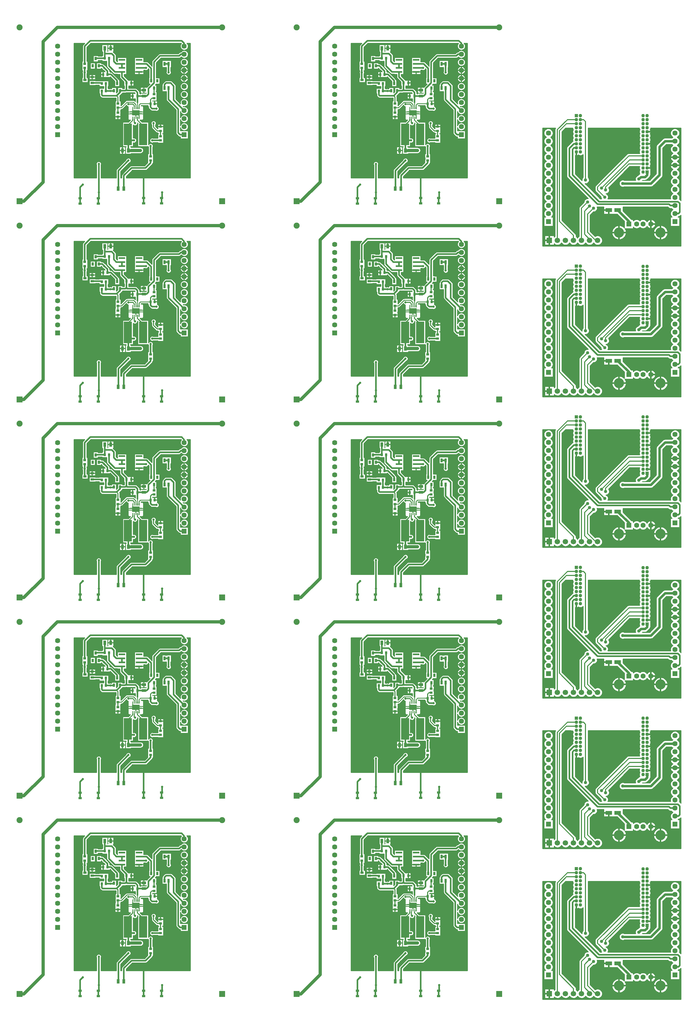
<source format=gbr>
G75*
G70*
%OFA0B0*%
%FSLAX25Y25*%
%IPPOS*%
%LPD*%
%AMOC8*
5,1,8,0,0,1.08239X$1,22.5*
%
%ADD15C,0.04330*%
%ADD17C,0.02760*%
%ADD18C,0.00980*%
%ADD20R,0.09840X0.26770*%
%ADD21C,0.01180*%
%ADD25C,0.06300*%
%ADD26R,0.03940X0.02760*%
%ADD27R,0.06300X0.06300*%
%ADD29R,0.03540X0.03150*%
%ADD31R,0.03740X0.05510*%
%ADD32C,0.03740*%
%ADD35C,0.01970*%
%ADD36R,0.03350X0.05510*%
%ADD37C,0.07480*%
%ADD38R,0.07480X0.07480*%
%ADD39R,0.03940X0.03940*%
%ADD42C,0.03940*%
%ADD43R,0.04130X0.02560*%
%ADD49R,0.02990X0.05000*%
%ADD50C,0.01380*%
%ADD51R,0.06380X0.06380*%
%ADD53C,0.12600*%
%ADD56R,0.05510X0.03740*%
%ADD57R,0.06690X0.06690*%
%ADD60R,0.07870X0.04720*%
%ADD64R,0.07870X0.02360*%
%ADD65C,0.06380*%
%ADD66R,0.02560X0.04130*%
%ADD70R,0.03150X0.03540*%
%ADD71C,0.04000*%
%ADD73C,0.01100*%
%ADD74C,0.02950*%
%ADD77C,0.06690*%
X0000000Y0000000D02*
G75*
G01*
%LPD*%
X0185990Y0114730D02*
D73*
X0185990Y0116750D01*
D21*
X0185990Y0120740D01*
X0189920Y0114730D02*
D73*
X0189920Y0116750D01*
D21*
X0189920Y0120740D01*
X0185990Y0120740D01*
X0182050Y0126540D02*
D73*
X0182050Y0123070D01*
D21*
X0184390Y0120740D01*
X0185990Y0120740D01*
X0197330Y0116540D02*
D18*
X0197330Y0119040D01*
X0196710Y0119670D01*
X0187050Y0119670D01*
X0185990Y0120740D01*
X0197330Y0116540D02*
X0197330Y0119670D01*
X0195160Y0121840D01*
X0187090Y0121840D01*
X0185990Y0120740D01*
X0172950Y0125290D02*
X0172950Y0121830D01*
X0184890Y0121830D01*
X0185990Y0120740D01*
X0172950Y0120920D02*
X0172950Y0119660D01*
X0184910Y0119660D01*
X0185990Y0120740D01*
X0195480Y0008150D02*
D35*
X0195480Y0014850D01*
X0195480Y0039960D01*
X0200790Y0045270D01*
X0206070Y0045270D01*
X0217330Y0056540D01*
X0246070Y0203540D02*
X0246070Y0207180D01*
X0242950Y0210290D01*
X0129190Y0210290D01*
X0122320Y0203430D01*
X0122320Y0181670D01*
X0187950Y0114730D02*
D73*
X0187950Y0112710D01*
D21*
X0187950Y0111540D01*
X0194830Y0104670D01*
X0194830Y0094040D01*
X0208730Y0151400D02*
D50*
X0208730Y0150450D01*
X0208580Y0150290D01*
X0208580Y0144040D01*
X0166220Y0148280D02*
D35*
X0172810Y0148280D01*
X0174200Y0149670D01*
X0174200Y0157790D01*
X0168570Y0171550D02*
X0168570Y0165300D01*
X0174200Y0159670D01*
X0174200Y0157790D01*
X0166220Y0148280D02*
X0166220Y0146060D01*
X0162070Y0141910D01*
X0144450Y0141910D01*
X0143570Y0142790D01*
X0143570Y0147790D01*
X0143520Y0147850D01*
X0152440Y0188420D02*
X0152440Y0178930D01*
X0159830Y0171550D01*
X0168570Y0171550D01*
X0204210Y0066650D02*
X0204210Y0079670D01*
X0174200Y0149040D02*
X0174200Y0149670D01*
X0187950Y0126540D02*
D73*
X0187950Y0133420D01*
D35*
X0187950Y0141540D01*
X0163640Y0132230D02*
D21*
X0163640Y0140350D01*
X0162070Y0141910D01*
X0195970Y0141650D02*
D35*
X0199310Y0141650D01*
X0201700Y0144040D01*
X0201700Y0150920D01*
X0208580Y0157790D01*
X0208580Y0184040D01*
X0216080Y0191540D01*
X0239830Y0191540D01*
X0241820Y0193540D01*
X0246070Y0193540D01*
X0195970Y0141650D02*
X0187950Y0141650D01*
X0187950Y0141540D01*
X0187950Y0145920D01*
X0185450Y0148420D01*
X0174830Y0148420D01*
X0174200Y0149040D01*
X0139180Y0007960D02*
X0139180Y0014660D01*
X0139770Y0014660D01*
X0139770Y0021930D01*
X0139770Y0057220D01*
X0211700Y0125920D02*
X0206080Y0125920D01*
X0204140Y0127860D01*
X0204140Y0131950D01*
X0217920Y0008150D02*
X0217920Y0014850D01*
X0218510Y0021930D02*
X0218510Y0015440D01*
X0217920Y0014850D01*
X0189920Y0126540D02*
D18*
X0189920Y0130390D01*
X0191700Y0132170D01*
X0203920Y0132170D01*
X0204140Y0131950D01*
X0208580Y0138930D02*
D50*
X0205960Y0138930D01*
X0204200Y0137170D01*
X0204200Y0132010D01*
X0204140Y0131950D01*
X0116740Y0007960D02*
D35*
X0116740Y0014660D01*
X0176490Y0074040D02*
X0176490Y0093630D01*
X0176080Y0094040D01*
X0216710Y0086420D02*
X0206200Y0086420D01*
X0183580Y0086420D02*
X0176820Y0086420D01*
X0175450Y0087790D01*
X0175450Y0094040D01*
X0176080Y0094040D01*
X0182050Y0114730D02*
D73*
X0182050Y0112710D01*
D21*
X0182050Y0111260D01*
X0176080Y0105290D01*
X0176080Y0094040D01*
X0191700Y0074040D02*
D42*
X0180320Y0074040D01*
D32*
X0176490Y0074040D01*
X0116740Y0014660D02*
D35*
X0116740Y0028150D01*
X0120080Y0031490D01*
X0148630Y0147850D02*
X0148630Y0157110D01*
X0148570Y0157170D01*
X0148630Y0147850D02*
X0154200Y0147850D01*
X0158310Y0147850D01*
X0158740Y0148280D01*
X0184020Y0126540D02*
D73*
X0184020Y0128560D01*
D21*
X0184020Y0129850D01*
X0182330Y0131540D01*
X0176700Y0131540D01*
X0176700Y0061540D02*
D35*
X0164200Y0049030D01*
X0164200Y0026850D01*
X0163880Y0026530D01*
X0147320Y0188420D02*
X0136380Y0188420D01*
X0136060Y0188100D01*
X0168570Y0176550D02*
X0168570Y0181550D01*
X0147320Y0200920D02*
X0147320Y0194290D01*
X0147320Y0188420D01*
X0147320Y0194290D02*
X0155840Y0194290D01*
X0158580Y0191550D01*
X0158580Y0184670D01*
X0161700Y0181550D01*
X0168570Y0181550D01*
X0162480Y0157330D02*
X0162480Y0160770D01*
X0154830Y0168420D01*
X0150570Y0168420D01*
X0150510Y0168360D01*
X0139800Y0179050D02*
X0144140Y0179050D01*
X0146640Y0176550D01*
X0150510Y0172680D01*
X0150510Y0168360D01*
X0189830Y0176550D02*
X0198580Y0176550D01*
X0221710Y0151540D02*
X0221710Y0155920D01*
X0223580Y0157800D01*
X0229210Y0157800D01*
X0232960Y0154040D01*
X0232960Y0136650D01*
X0246070Y0123540D01*
X0184020Y0114730D02*
D73*
X0184020Y0112710D01*
D21*
X0184020Y0108420D01*
X0185450Y0108420D01*
X0184830Y0107790D01*
X0207950Y0107790D02*
X0207950Y0102790D01*
X0212450Y0098300D01*
X0216710Y0098300D01*
X0216710Y0091540D01*
X0293310Y0226890D02*
D42*
X0088280Y0226890D01*
X0070440Y0209050D01*
X0070440Y0034660D01*
X0046690Y0010900D01*
X0041340Y0010900D01*
X0204990Y0160460D02*
D35*
X0204990Y0175750D01*
X0199200Y0181550D01*
X0189830Y0181550D01*
X0204210Y0061540D02*
X0204210Y0058410D01*
X0197960Y0052160D01*
X0180450Y0052160D01*
X0171080Y0042780D01*
X0171080Y0026530D01*
X0170770Y0026530D01*
X0246070Y0093540D02*
X0240950Y0093540D01*
X0238580Y0095910D01*
X0238580Y0125290D01*
X0226710Y0137160D01*
X0226710Y0151540D01*
X0122320Y0176550D02*
X0122320Y0170920D01*
X0122320Y0161860D01*
X0122640Y0161540D01*
X0226710Y0181540D02*
X0226710Y0170920D01*
X0221710Y0181540D02*
X0226710Y0181540D01*
X0185990Y0126540D02*
D18*
X0185990Y0131010D01*
X0182950Y0134040D01*
X0174830Y0134040D01*
X0167950Y0127170D01*
X0163700Y0127170D01*
X0163640Y0127110D01*
D21*
X0163640Y0120980D01*
X0163580Y0120920D01*
X0131700Y0157800D02*
D35*
X0142830Y0157800D01*
X0143460Y0157170D01*
D17*
X0204210Y0079670D03*
X0174200Y0149040D03*
D03*
X0139770Y0057220D03*
X0211700Y0125920D03*
X0218510Y0021930D03*
X0139770Y0021930D03*
X0206200Y0086420D03*
X0183580Y0086420D03*
D71*
X0191700Y0074040D03*
D17*
X0120080Y0031490D03*
X0176700Y0131540D03*
X0154200Y0147850D03*
X0176700Y0061540D03*
X0176700Y0131540D03*
X0198580Y0176550D03*
X0146640Y0176550D03*
X0184830Y0107790D03*
X0207950Y0107790D03*
X0226710Y0170920D03*
X0122320Y0170920D03*
D71*
X0173580Y0141540D03*
X0196700Y0156540D03*
X0139830Y0164040D03*
X0164830Y0201540D03*
X0174830Y0201540D03*
X0222330Y0135290D03*
X0222330Y0127790D03*
X0222330Y0120290D03*
X0188580Y0156540D03*
D17*
X0197330Y0125290D03*
X0197330Y0120920D03*
X0197330Y0116540D03*
X0172950Y0125290D03*
X0172950Y0120920D03*
X0172950Y0116540D03*
D71*
X0160450Y0074040D03*
X0160450Y0066540D03*
X0154200Y0092790D03*
X0217330Y0056540D03*
X0154200Y0104670D03*
X0229830Y0056540D03*
X0227960Y0127790D03*
X0204200Y0115290D03*
X0204200Y0099670D03*
X0185040Y0045270D03*
X0197540Y0045270D03*
X0144980Y0045270D03*
X0157480Y0045270D03*
X0217330Y0078190D03*
X0229830Y0078190D03*
X0108860Y0206330D02*
D18*
X0121310Y0206330D01*
X0129140Y0206330D02*
X0241930Y0206330D01*
X0250200Y0206330D02*
X0253350Y0206330D01*
X0108860Y0205360D02*
X0120350Y0205360D01*
X0128170Y0205360D02*
X0143640Y0205360D01*
X0158280Y0205360D02*
X0241420Y0205360D01*
X0250710Y0205360D02*
X0253350Y0205360D01*
X0108860Y0204390D02*
X0119700Y0204390D01*
X0127200Y0204390D02*
X0143640Y0204390D01*
X0158280Y0204390D02*
X0241150Y0204390D01*
X0250990Y0204390D02*
X0253350Y0204390D01*
X0108860Y0203420D02*
X0119530Y0203420D01*
X0126220Y0203420D02*
X0143640Y0203420D01*
X0158280Y0203420D02*
X0241070Y0203420D01*
X0251060Y0203420D02*
X0253350Y0203420D01*
X0108860Y0202450D02*
X0119530Y0202450D01*
X0125250Y0202450D02*
X0143640Y0202450D01*
X0158280Y0202450D02*
X0241190Y0202450D01*
X0250940Y0202450D02*
X0253350Y0202450D01*
X0108860Y0201470D02*
X0119530Y0201470D01*
X0125110Y0201470D02*
X0143640Y0201470D01*
X0158280Y0201470D02*
X0241530Y0201470D01*
X0250600Y0201470D02*
X0253350Y0201470D01*
X0108860Y0200500D02*
X0119530Y0200500D01*
X0125110Y0200500D02*
X0143640Y0200500D01*
X0158280Y0200500D02*
X0242120Y0200500D01*
X0250020Y0200500D02*
X0253350Y0200500D01*
X0108860Y0199530D02*
X0119530Y0199530D01*
X0125110Y0199530D02*
X0143640Y0199530D01*
X0158280Y0199530D02*
X0243150Y0199530D01*
X0248990Y0199530D02*
X0253350Y0199530D01*
X0108860Y0198560D02*
X0119530Y0198560D01*
X0125110Y0198560D02*
X0143640Y0198560D01*
X0158280Y0198560D02*
X0253350Y0198560D01*
X0108860Y0197590D02*
X0119530Y0197590D01*
X0125110Y0197590D02*
X0143640Y0197590D01*
X0158280Y0197590D02*
X0243210Y0197590D01*
X0248930Y0197590D02*
X0253350Y0197590D01*
X0108860Y0196620D02*
X0119530Y0196620D01*
X0125110Y0196620D02*
X0143640Y0196620D01*
X0158280Y0196620D02*
X0242160Y0196620D01*
X0249970Y0196620D02*
X0253350Y0196620D01*
X0108860Y0195650D02*
X0119530Y0195650D01*
X0125110Y0195650D02*
X0144540Y0195650D01*
X0158390Y0195650D02*
X0240040Y0195650D01*
X0250590Y0195650D02*
X0253350Y0195650D01*
X0108860Y0194680D02*
X0119530Y0194680D01*
X0125110Y0194680D02*
X0144540Y0194680D01*
X0159360Y0194680D02*
X0239060Y0194680D01*
X0250930Y0194680D02*
X0253350Y0194680D01*
X0108860Y0193710D02*
X0119530Y0193710D01*
X0125110Y0193710D02*
X0144540Y0193710D01*
X0160330Y0193710D02*
X0214370Y0193710D01*
X0251060Y0193710D02*
X0253350Y0193710D01*
X0108860Y0192730D02*
X0119530Y0192730D01*
X0125110Y0192730D02*
X0144540Y0192730D01*
X0161100Y0192730D02*
X0213360Y0192730D01*
X0251000Y0192730D02*
X0253350Y0192730D01*
X0108860Y0191760D02*
X0119530Y0191760D01*
X0125110Y0191760D02*
X0132970Y0191760D01*
X0139150Y0191760D02*
X0143940Y0191760D01*
X0161360Y0191760D02*
X0212390Y0191760D01*
X0250730Y0191760D02*
X0253350Y0191760D01*
X0108860Y0190790D02*
X0119530Y0190790D01*
X0125110Y0190790D02*
X0132970Y0190790D01*
X0161370Y0190790D02*
X0211420Y0190790D01*
X0250220Y0190790D02*
X0253350Y0190790D01*
X0108860Y0189820D02*
X0119530Y0189820D01*
X0125110Y0189820D02*
X0132970Y0189820D01*
X0161370Y0189820D02*
X0210450Y0189820D01*
X0242020Y0189820D02*
X0242780Y0189820D01*
X0249360Y0189820D02*
X0253350Y0189820D01*
X0108860Y0188850D02*
X0119530Y0188850D01*
X0125110Y0188850D02*
X0132970Y0188850D01*
X0161370Y0188850D02*
X0162820Y0188850D01*
X0174320Y0188850D02*
X0184080Y0188850D01*
X0195580Y0188850D02*
X0209470Y0188850D01*
X0240020Y0188850D02*
X0244560Y0188850D01*
X0247570Y0188850D02*
X0253350Y0188850D01*
X0108860Y0187880D02*
X0119530Y0187880D01*
X0125110Y0187880D02*
X0132970Y0187880D01*
X0161370Y0187880D02*
X0162820Y0187880D01*
X0174320Y0187880D02*
X0184080Y0187880D01*
X0195580Y0187880D02*
X0208500Y0187880D01*
X0216320Y0187880D02*
X0243680Y0187880D01*
X0248450Y0187880D02*
X0253350Y0187880D01*
X0108860Y0186910D02*
X0119530Y0186910D01*
X0125110Y0186910D02*
X0132970Y0186910D01*
X0161370Y0186910D02*
X0162820Y0186910D01*
X0174320Y0186910D02*
X0184080Y0186910D01*
X0195580Y0186910D02*
X0207530Y0186910D01*
X0215350Y0186910D02*
X0242410Y0186910D01*
X0249730Y0186910D02*
X0253350Y0186910D01*
X0108860Y0185940D02*
X0119530Y0185940D01*
X0125110Y0185940D02*
X0132970Y0185940D01*
X0161370Y0185940D02*
X0162820Y0185940D01*
X0174320Y0185940D02*
X0184080Y0185940D01*
X0195580Y0185940D02*
X0206560Y0185940D01*
X0214380Y0185940D02*
X0241700Y0185940D01*
X0250430Y0185940D02*
X0253350Y0185940D01*
X0108860Y0184970D02*
X0119530Y0184970D01*
X0125110Y0184970D02*
X0132970Y0184970D01*
X0139150Y0184970D02*
X0143940Y0184970D01*
X0162190Y0184970D02*
X0162820Y0184970D01*
X0174320Y0184970D02*
X0184080Y0184970D01*
X0195580Y0184970D02*
X0205950Y0184970D01*
X0213420Y0184970D02*
X0218400Y0184970D01*
X0230010Y0184970D02*
X0241290Y0184970D01*
X0250850Y0184970D02*
X0253350Y0184970D01*
X0108860Y0183990D02*
X0118750Y0183990D01*
X0125910Y0183990D02*
X0149640Y0183990D01*
X0174320Y0183990D02*
X0184080Y0183990D01*
X0200420Y0183990D02*
X0205780Y0183990D01*
X0212430Y0183990D02*
X0218400Y0183990D01*
X0230010Y0183990D02*
X0241090Y0183990D01*
X0251050Y0183990D02*
X0253350Y0183990D01*
X0108860Y0183020D02*
X0118750Y0183020D01*
X0125910Y0183020D02*
X0149640Y0183020D01*
X0174320Y0183020D02*
X0184080Y0183020D01*
X0201640Y0183020D02*
X0205780Y0183020D01*
X0211460Y0183020D02*
X0218400Y0183020D01*
X0230010Y0183020D02*
X0241100Y0183020D01*
X0251030Y0183020D02*
X0253350Y0183020D01*
X0108860Y0182050D02*
X0118750Y0182050D01*
X0125910Y0182050D02*
X0129230Y0182050D01*
X0135410Y0182050D02*
X0136710Y0182050D01*
X0142890Y0182050D02*
X0149640Y0182050D01*
X0174320Y0182050D02*
X0184080Y0182050D01*
X0202600Y0182050D02*
X0205780Y0182050D01*
X0211370Y0182050D02*
X0218400Y0182050D01*
X0230010Y0182050D02*
X0241300Y0182050D01*
X0250830Y0182050D02*
X0253350Y0182050D01*
X0108860Y0181080D02*
X0118750Y0181080D01*
X0125910Y0181080D02*
X0129230Y0181080D01*
X0135410Y0181080D02*
X0136710Y0181080D01*
X0146010Y0181080D02*
X0149640Y0181080D01*
X0174320Y0181080D02*
X0184080Y0181080D01*
X0203570Y0181080D02*
X0205780Y0181080D01*
X0211370Y0181080D02*
X0218400Y0181080D01*
X0230010Y0181080D02*
X0241730Y0181080D01*
X0250400Y0181080D02*
X0253350Y0181080D01*
X0108860Y0180110D02*
X0118750Y0180110D01*
X0125910Y0180110D02*
X0129230Y0180110D01*
X0135410Y0180110D02*
X0136710Y0180110D01*
X0146990Y0180110D02*
X0149640Y0180110D01*
X0174320Y0180110D02*
X0184080Y0180110D01*
X0204540Y0180110D02*
X0205780Y0180110D01*
X0211370Y0180110D02*
X0218400Y0180110D01*
X0230010Y0180110D02*
X0242470Y0180110D01*
X0249660Y0180110D02*
X0253350Y0180110D01*
X0108860Y0179140D02*
X0118750Y0179140D01*
X0125910Y0179140D02*
X0129230Y0179140D01*
X0135410Y0179140D02*
X0136710Y0179140D01*
X0148420Y0179140D02*
X0149640Y0179140D01*
X0174320Y0179140D02*
X0184080Y0179140D01*
X0211370Y0179140D02*
X0218400Y0179140D01*
X0230010Y0179140D02*
X0243820Y0179140D01*
X0248310Y0179140D02*
X0253350Y0179140D01*
X0108860Y0178170D02*
X0118750Y0178170D01*
X0125910Y0178170D02*
X0129230Y0178170D01*
X0135410Y0178170D02*
X0136710Y0178170D01*
X0174320Y0178170D02*
X0184080Y0178170D01*
X0211370Y0178170D02*
X0218400Y0178170D01*
X0230010Y0178170D02*
X0244350Y0178170D01*
X0247790Y0178170D02*
X0253350Y0178170D01*
X0108860Y0177200D02*
X0118750Y0177200D01*
X0125910Y0177200D02*
X0129230Y0177200D01*
X0135410Y0177200D02*
X0136710Y0177200D01*
X0174320Y0177200D02*
X0184080Y0177200D01*
X0211370Y0177200D02*
X0223910Y0177200D01*
X0229500Y0177200D02*
X0242700Y0177200D01*
X0249430Y0177200D02*
X0253350Y0177200D01*
X0108860Y0176230D02*
X0118750Y0176230D01*
X0125910Y0176230D02*
X0129230Y0176230D01*
X0135410Y0176230D02*
X0136710Y0176230D01*
X0174320Y0176230D02*
X0184080Y0176230D01*
X0211370Y0176230D02*
X0223910Y0176230D01*
X0229500Y0176230D02*
X0241870Y0176230D01*
X0250260Y0176230D02*
X0253350Y0176230D01*
X0108860Y0175250D02*
X0118750Y0175250D01*
X0125910Y0175250D02*
X0143740Y0175250D01*
X0174320Y0175250D02*
X0184080Y0175250D01*
X0211370Y0175250D02*
X0223910Y0175250D01*
X0229500Y0175250D02*
X0241380Y0175250D01*
X0250760Y0175250D02*
X0253350Y0175250D01*
X0108860Y0174280D02*
X0118750Y0174280D01*
X0125910Y0174280D02*
X0144440Y0174280D01*
X0174320Y0174280D02*
X0184080Y0174280D01*
X0200770Y0174280D02*
X0202190Y0174280D01*
X0211370Y0174280D02*
X0223910Y0174280D01*
X0229500Y0174280D02*
X0241130Y0174280D01*
X0251000Y0174280D02*
X0253350Y0174280D01*
X0108860Y0173310D02*
X0118750Y0173310D01*
X0125910Y0173310D02*
X0145970Y0173310D01*
X0153220Y0173310D02*
X0154150Y0173310D01*
X0174320Y0173310D02*
X0184080Y0173310D01*
X0195580Y0173310D02*
X0202190Y0173310D01*
X0211370Y0173310D02*
X0223910Y0173310D01*
X0229500Y0173310D02*
X0241070Y0173310D01*
X0251060Y0173310D02*
X0253350Y0173310D01*
X0108860Y0172340D02*
X0119480Y0172340D01*
X0125170Y0172340D02*
X0146940Y0172340D01*
X0153300Y0172340D02*
X0155120Y0172340D01*
X0174320Y0172340D02*
X0184080Y0172340D01*
X0195580Y0172340D02*
X0202190Y0172340D01*
X0211370Y0172340D02*
X0223860Y0172340D01*
X0229550Y0172340D02*
X0241220Y0172340D01*
X0250910Y0172340D02*
X0253350Y0172340D01*
X0108860Y0171370D02*
X0119160Y0171370D01*
X0125480Y0171370D02*
X0142000Y0171370D01*
X0153900Y0171370D02*
X0156090Y0171370D01*
X0174320Y0171370D02*
X0184080Y0171370D01*
X0195580Y0171370D02*
X0202190Y0171370D01*
X0211370Y0171370D02*
X0223550Y0171370D01*
X0229860Y0171370D02*
X0241580Y0171370D01*
X0250560Y0171370D02*
X0253350Y0171370D01*
X0108860Y0170400D02*
X0119180Y0170400D01*
X0125460Y0170400D02*
X0142000Y0170400D01*
X0174320Y0170400D02*
X0184080Y0170400D01*
X0195580Y0170400D02*
X0202190Y0170400D01*
X0211370Y0170400D02*
X0223570Y0170400D01*
X0229860Y0170400D02*
X0242210Y0170400D01*
X0249930Y0170400D02*
X0253350Y0170400D01*
X0108860Y0169430D02*
X0119520Y0169430D01*
X0125130Y0169430D02*
X0142000Y0169430D01*
X0174320Y0169430D02*
X0184080Y0169430D01*
X0195580Y0169430D02*
X0202190Y0169430D01*
X0211370Y0169430D02*
X0223910Y0169430D01*
X0229500Y0169430D02*
X0243300Y0169430D01*
X0248830Y0169430D02*
X0253350Y0169430D01*
X0108860Y0168460D02*
X0119530Y0168460D01*
X0125110Y0168460D02*
X0142000Y0168460D01*
X0158700Y0168460D02*
X0165780Y0168460D01*
X0171370Y0168460D02*
X0202190Y0168460D01*
X0211370Y0168460D02*
X0224750Y0168460D01*
X0228670Y0168460D02*
X0253350Y0168460D01*
X0108860Y0167490D02*
X0119530Y0167490D01*
X0125110Y0167490D02*
X0127820Y0167490D01*
X0135570Y0167490D02*
X0142000Y0167490D01*
X0159670Y0167490D02*
X0165780Y0167490D01*
X0171370Y0167490D02*
X0202190Y0167490D01*
X0211370Y0167490D02*
X0243050Y0167490D01*
X0249080Y0167490D02*
X0253350Y0167490D01*
X0108860Y0166510D02*
X0119530Y0166510D01*
X0125110Y0166510D02*
X0127820Y0166510D01*
X0135570Y0166510D02*
X0142000Y0166510D01*
X0160640Y0166510D02*
X0165780Y0166510D01*
X0171370Y0166510D02*
X0202190Y0166510D01*
X0211370Y0166510D02*
X0242070Y0166510D01*
X0250060Y0166510D02*
X0253350Y0166510D01*
X0108860Y0165540D02*
X0119530Y0165540D01*
X0125110Y0165540D02*
X0127820Y0165540D01*
X0135570Y0165540D02*
X0142000Y0165540D01*
X0161620Y0165540D02*
X0165780Y0165540D01*
X0172250Y0165540D02*
X0202190Y0165540D01*
X0211370Y0165540D02*
X0241500Y0165540D01*
X0250630Y0165540D02*
X0253350Y0165540D01*
X0108860Y0164570D02*
X0119530Y0164570D01*
X0125110Y0164570D02*
X0127820Y0164570D01*
X0135570Y0164570D02*
X0154760Y0164570D01*
X0162590Y0164570D02*
X0165880Y0164570D01*
X0173220Y0164570D02*
X0202190Y0164570D01*
X0211370Y0164570D02*
X0241180Y0164570D01*
X0250960Y0164570D02*
X0253350Y0164570D01*
X0108860Y0163600D02*
X0118760Y0163600D01*
X0126530Y0163600D02*
X0127820Y0163600D01*
X0135570Y0163600D02*
X0155730Y0163600D01*
X0163560Y0163600D02*
X0166370Y0163600D01*
X0174180Y0163600D02*
X0201900Y0163600D01*
X0215570Y0163600D02*
X0241070Y0163600D01*
X0251060Y0163600D02*
X0253350Y0163600D01*
X0108860Y0162630D02*
X0118760Y0162630D01*
X0126530Y0162630D02*
X0127820Y0162630D01*
X0135570Y0162630D02*
X0156700Y0162630D01*
X0164530Y0162630D02*
X0167330Y0162630D01*
X0175150Y0162630D02*
X0201900Y0162630D01*
X0215570Y0162630D02*
X0241150Y0162630D01*
X0250990Y0162630D02*
X0253350Y0162630D01*
X0108860Y0161660D02*
X0118760Y0161660D01*
X0126530Y0161660D02*
X0157670Y0161660D01*
X0165130Y0161660D02*
X0168300Y0161660D01*
X0176120Y0161660D02*
X0201900Y0161660D01*
X0215570Y0161660D02*
X0241440Y0161660D01*
X0250690Y0161660D02*
X0253350Y0161660D01*
X0108860Y0160690D02*
X0118760Y0160690D01*
X0126530Y0160690D02*
X0127820Y0160690D01*
X0135570Y0160690D02*
X0158650Y0160690D01*
X0165570Y0160690D02*
X0169280Y0160690D01*
X0183490Y0160690D02*
X0201900Y0160690D01*
X0215570Y0160690D02*
X0241990Y0160690D01*
X0250140Y0160690D02*
X0253350Y0160690D01*
X0108860Y0159720D02*
X0118760Y0159720D01*
X0126530Y0159720D02*
X0127820Y0159720D01*
X0151960Y0159720D02*
X0159390Y0159720D01*
X0165570Y0159720D02*
X0170250Y0159720D01*
X0183490Y0159720D02*
X0201900Y0159720D01*
X0215570Y0159720D02*
X0221600Y0159720D01*
X0231190Y0159720D02*
X0242900Y0159720D01*
X0249230Y0159720D02*
X0253350Y0159720D01*
X0108860Y0158750D02*
X0118760Y0158750D01*
X0126530Y0158750D02*
X0127820Y0158750D01*
X0151960Y0158750D02*
X0159390Y0158750D01*
X0165570Y0158750D02*
X0170820Y0158750D01*
X0183490Y0158750D02*
X0201900Y0158750D01*
X0215570Y0158750D02*
X0220620Y0158750D01*
X0232160Y0158750D02*
X0244960Y0158750D01*
X0247170Y0158750D02*
X0253350Y0158750D01*
X0108860Y0157770D02*
X0127820Y0157770D01*
X0151960Y0157770D02*
X0159390Y0157770D01*
X0165570Y0157770D02*
X0170820Y0157770D01*
X0183490Y0157770D02*
X0201900Y0157770D01*
X0215570Y0157770D02*
X0219650Y0157770D01*
X0233150Y0157770D02*
X0243500Y0157770D01*
X0248630Y0157770D02*
X0253350Y0157770D01*
X0108860Y0156800D02*
X0127820Y0156800D01*
X0151960Y0156800D02*
X0159390Y0156800D01*
X0165570Y0156800D02*
X0170820Y0156800D01*
X0183490Y0156800D02*
X0201900Y0156800D01*
X0215570Y0156800D02*
X0219060Y0156800D01*
X0234120Y0156800D02*
X0242320Y0156800D01*
X0249820Y0156800D02*
X0253350Y0156800D01*
X0108860Y0155830D02*
X0127820Y0155830D01*
X0151960Y0155830D02*
X0159390Y0155830D01*
X0165570Y0155830D02*
X0170820Y0155830D01*
X0183490Y0155830D02*
X0202700Y0155830D01*
X0210520Y0155830D02*
X0218910Y0155830D01*
X0235070Y0155830D02*
X0241640Y0155830D01*
X0250490Y0155830D02*
X0253350Y0155830D01*
X0108860Y0154860D02*
X0127820Y0154860D01*
X0135570Y0154860D02*
X0140080Y0154860D01*
X0151960Y0154860D02*
X0159390Y0154860D01*
X0165570Y0154860D02*
X0170820Y0154860D01*
X0183490Y0154860D02*
X0201730Y0154860D01*
X0211820Y0154860D02*
X0218400Y0154860D01*
X0235620Y0154860D02*
X0241260Y0154860D01*
X0250880Y0154860D02*
X0253350Y0154860D01*
X0108860Y0153890D02*
X0140080Y0153890D01*
X0151960Y0153890D02*
X0159390Y0153890D01*
X0165570Y0153890D02*
X0171400Y0153890D01*
X0177000Y0153890D02*
X0200760Y0153890D01*
X0211820Y0153890D02*
X0218400Y0153890D01*
X0235750Y0153890D02*
X0241090Y0153890D01*
X0251050Y0153890D02*
X0253350Y0153890D01*
X0108860Y0152920D02*
X0145840Y0152920D01*
X0151420Y0152920D02*
X0171400Y0152920D01*
X0177000Y0152920D02*
X0199790Y0152920D01*
X0211820Y0152920D02*
X0218400Y0152920D01*
X0235750Y0152920D02*
X0241100Y0152920D01*
X0251030Y0152920D02*
X0253350Y0152920D01*
X0108860Y0151950D02*
X0145840Y0151950D01*
X0151420Y0151950D02*
X0155660Y0151950D01*
X0161840Y0151950D02*
X0163130Y0151950D01*
X0169310Y0151950D02*
X0171400Y0151950D01*
X0177000Y0151950D02*
X0191400Y0151950D01*
X0211820Y0151950D02*
X0218400Y0151950D01*
X0235750Y0151950D02*
X0241330Y0151950D01*
X0250800Y0151950D02*
X0253350Y0151950D01*
X0108860Y0150980D02*
X0140140Y0150980D01*
X0152020Y0150980D02*
X0155660Y0150980D01*
X0161840Y0150980D02*
X0163130Y0150980D01*
X0169310Y0150980D02*
X0171400Y0150980D01*
X0186400Y0150980D02*
X0191400Y0150980D01*
X0211820Y0150980D02*
X0218400Y0150980D01*
X0235750Y0150980D02*
X0241790Y0150980D01*
X0250340Y0150980D02*
X0253350Y0150980D01*
X0108860Y0150010D02*
X0140140Y0150010D01*
X0161840Y0150010D02*
X0163130Y0150010D01*
X0187780Y0150010D02*
X0191400Y0150010D01*
X0211820Y0150010D02*
X0218400Y0150010D01*
X0235750Y0150010D02*
X0242580Y0150010D01*
X0249560Y0150010D02*
X0253350Y0150010D01*
X0108860Y0149030D02*
X0140140Y0149030D01*
X0161840Y0149030D02*
X0163130Y0149030D01*
X0188750Y0149030D02*
X0191400Y0149030D01*
X0211820Y0149030D02*
X0218400Y0149030D01*
X0235750Y0149030D02*
X0244050Y0149030D01*
X0248080Y0149030D02*
X0253350Y0149030D01*
X0108860Y0148060D02*
X0140140Y0148060D01*
X0161840Y0148060D02*
X0163130Y0148060D01*
X0189720Y0148060D02*
X0191400Y0148060D01*
X0211820Y0148060D02*
X0218400Y0148060D01*
X0235750Y0148060D02*
X0244080Y0148060D01*
X0248050Y0148060D02*
X0253350Y0148060D01*
X0108860Y0147090D02*
X0140140Y0147090D01*
X0161840Y0147090D02*
X0163130Y0147090D01*
X0190470Y0147090D02*
X0191400Y0147090D01*
X0212160Y0147090D02*
X0223910Y0147090D01*
X0235750Y0147090D02*
X0242590Y0147090D01*
X0249540Y0147090D02*
X0253350Y0147090D01*
X0108860Y0146120D02*
X0140140Y0146120D01*
X0161840Y0146120D02*
X0162360Y0146120D01*
X0190730Y0146120D02*
X0191400Y0146120D01*
X0212160Y0146120D02*
X0223910Y0146120D01*
X0235750Y0146120D02*
X0241810Y0146120D01*
X0250330Y0146120D02*
X0253350Y0146120D01*
X0108860Y0145150D02*
X0140140Y0145150D01*
X0169310Y0145150D02*
X0184810Y0145150D01*
X0190750Y0145150D02*
X0191400Y0145150D01*
X0212160Y0145150D02*
X0223910Y0145150D01*
X0235750Y0145150D02*
X0241350Y0145150D01*
X0250790Y0145150D02*
X0253350Y0145150D01*
X0108860Y0144180D02*
X0140780Y0144180D01*
X0168250Y0144180D02*
X0178660Y0144180D01*
X0212160Y0144180D02*
X0223910Y0144180D01*
X0235750Y0144180D02*
X0241120Y0144180D01*
X0251020Y0144180D02*
X0253350Y0144180D01*
X0108860Y0143210D02*
X0140780Y0143210D01*
X0167280Y0143210D02*
X0178660Y0143210D01*
X0212160Y0143210D02*
X0223910Y0143210D01*
X0235750Y0143210D02*
X0241090Y0143210D01*
X0251050Y0143210D02*
X0253350Y0143210D01*
X0108860Y0142240D02*
X0140850Y0142240D01*
X0166310Y0142240D02*
X0178660Y0142240D01*
X0212160Y0142240D02*
X0223910Y0142240D01*
X0235750Y0142240D02*
X0241240Y0142240D01*
X0250890Y0142240D02*
X0253350Y0142240D01*
X0108860Y0141260D02*
X0141260Y0141260D01*
X0165850Y0141260D02*
X0178660Y0141260D01*
X0212160Y0141260D02*
X0223910Y0141260D01*
X0235750Y0141260D02*
X0241620Y0141260D01*
X0250510Y0141260D02*
X0253350Y0141260D01*
X0108860Y0140290D02*
X0142170Y0140290D01*
X0166030Y0140290D02*
X0178660Y0140290D01*
X0212160Y0140290D02*
X0223910Y0140290D01*
X0235750Y0140290D02*
X0242300Y0140290D01*
X0249830Y0140290D02*
X0253350Y0140290D01*
X0108860Y0139320D02*
X0143610Y0139320D01*
X0166030Y0139320D02*
X0178660Y0139320D01*
X0212160Y0139320D02*
X0223910Y0139320D01*
X0235750Y0139320D02*
X0243470Y0139320D01*
X0248660Y0139320D02*
X0253350Y0139320D01*
X0108860Y0138350D02*
X0161240Y0138350D01*
X0166030Y0138350D02*
X0178660Y0138350D01*
X0212160Y0138350D02*
X0223910Y0138350D01*
X0235750Y0138350D02*
X0245040Y0138350D01*
X0247100Y0138350D02*
X0253350Y0138350D01*
X0108860Y0137380D02*
X0161240Y0137380D01*
X0166030Y0137380D02*
X0185150Y0137380D01*
X0212160Y0137380D02*
X0223910Y0137380D01*
X0236150Y0137380D02*
X0242920Y0137380D01*
X0249220Y0137380D02*
X0253350Y0137380D01*
X0108860Y0136410D02*
X0161240Y0136410D01*
X0166030Y0136410D02*
X0185150Y0136410D01*
X0212160Y0136410D02*
X0224020Y0136410D01*
X0237110Y0136410D02*
X0241990Y0136410D01*
X0250140Y0136410D02*
X0253350Y0136410D01*
X0108860Y0135440D02*
X0160050Y0135440D01*
X0167220Y0135440D02*
X0173000Y0135440D01*
X0206700Y0135440D02*
X0224540Y0135440D01*
X0238080Y0135440D02*
X0241450Y0135440D01*
X0250680Y0135440D02*
X0253350Y0135440D01*
X0108860Y0134470D02*
X0160050Y0134470D01*
X0167220Y0134470D02*
X0172030Y0134470D01*
X0212650Y0134470D02*
X0225490Y0134470D01*
X0239050Y0134470D02*
X0241160Y0134470D01*
X0250970Y0134470D02*
X0253350Y0134470D01*
X0108860Y0133500D02*
X0160050Y0133500D01*
X0167220Y0133500D02*
X0171070Y0133500D01*
X0212650Y0133500D02*
X0226460Y0133500D01*
X0240020Y0133500D02*
X0241070Y0133500D01*
X0251060Y0133500D02*
X0253350Y0133500D01*
X0108860Y0132520D02*
X0160050Y0132520D01*
X0167220Y0132520D02*
X0170100Y0132520D01*
X0212650Y0132520D02*
X0227430Y0132520D01*
X0250960Y0132520D02*
X0253350Y0132520D01*
X0108860Y0131550D02*
X0160050Y0131550D01*
X0167220Y0131550D02*
X0169130Y0131550D01*
X0212650Y0131550D02*
X0228410Y0131550D01*
X0250650Y0131550D02*
X0253350Y0131550D01*
X0108860Y0130580D02*
X0160050Y0130580D01*
X0167220Y0130580D02*
X0168140Y0130580D01*
X0212650Y0130580D02*
X0229380Y0130580D01*
X0250060Y0130580D02*
X0253350Y0130580D01*
X0108860Y0129610D02*
X0160050Y0129610D01*
X0173620Y0129610D02*
X0174190Y0129610D01*
X0192360Y0129610D02*
X0200750Y0129610D01*
X0212650Y0129610D02*
X0230350Y0129610D01*
X0249100Y0129610D02*
X0253350Y0129610D01*
X0108860Y0128640D02*
X0160050Y0128640D01*
X0172630Y0128640D02*
X0175540Y0128640D01*
X0195120Y0128640D02*
X0200750Y0128640D01*
X0213260Y0128640D02*
X0231320Y0128640D01*
X0244880Y0128640D02*
X0253350Y0128640D01*
X0108860Y0127670D02*
X0160050Y0127670D01*
X0171660Y0127670D02*
X0176190Y0127670D01*
X0195350Y0127670D02*
X0201350Y0127670D01*
X0214340Y0127670D02*
X0232290Y0127670D01*
X0248800Y0127670D02*
X0253350Y0127670D01*
X0108860Y0126700D02*
X0160050Y0126700D01*
X0170690Y0126700D02*
X0176190Y0126700D01*
X0195350Y0126700D02*
X0201610Y0126700D01*
X0214780Y0126700D02*
X0233260Y0126700D01*
X0249910Y0126700D02*
X0253350Y0126700D01*
X0108860Y0125730D02*
X0160050Y0125730D01*
X0169720Y0125730D02*
X0176190Y0125730D01*
X0195350Y0125730D02*
X0202360Y0125730D01*
X0214880Y0125730D02*
X0234230Y0125730D01*
X0250560Y0125730D02*
X0253350Y0125730D01*
X0108860Y0124760D02*
X0160050Y0124760D01*
X0167220Y0124760D02*
X0176190Y0124760D01*
X0195350Y0124760D02*
X0203330Y0124760D01*
X0214660Y0124760D02*
X0235210Y0124760D01*
X0250910Y0124760D02*
X0253350Y0124760D01*
X0108860Y0123780D02*
X0159990Y0123780D01*
X0167160Y0123780D02*
X0176190Y0123780D01*
X0195350Y0123780D02*
X0204330Y0123780D01*
X0214030Y0123780D02*
X0235800Y0123780D01*
X0251060Y0123780D02*
X0253350Y0123780D01*
X0108860Y0122810D02*
X0159990Y0122810D01*
X0167160Y0122810D02*
X0176190Y0122810D01*
X0195350Y0122810D02*
X0235800Y0122810D01*
X0251020Y0122810D02*
X0253350Y0122810D01*
X0108860Y0121840D02*
X0159990Y0121840D01*
X0167160Y0121840D02*
X0176190Y0121840D01*
X0195350Y0121840D02*
X0235800Y0121840D01*
X0250760Y0121840D02*
X0253350Y0121840D01*
X0108860Y0120870D02*
X0159990Y0120870D01*
X0167160Y0120870D02*
X0176190Y0120870D01*
X0195350Y0120870D02*
X0235800Y0120870D01*
X0250280Y0120870D02*
X0253350Y0120870D01*
X0108860Y0119900D02*
X0159990Y0119900D01*
X0167160Y0119900D02*
X0176190Y0119900D01*
X0195350Y0119900D02*
X0235800Y0119900D01*
X0241370Y0119900D02*
X0242690Y0119900D01*
X0249450Y0119900D02*
X0253350Y0119900D01*
X0108860Y0118930D02*
X0159990Y0118930D01*
X0167160Y0118930D02*
X0176190Y0118930D01*
X0195350Y0118930D02*
X0235800Y0118930D01*
X0241370Y0118930D02*
X0244320Y0118930D01*
X0247820Y0118930D02*
X0253350Y0118930D01*
X0108860Y0117960D02*
X0159990Y0117960D01*
X0167160Y0117960D02*
X0176190Y0117960D01*
X0195350Y0117960D02*
X0235800Y0117960D01*
X0241370Y0117960D02*
X0243840Y0117960D01*
X0248300Y0117960D02*
X0253350Y0117960D01*
X0108860Y0116990D02*
X0159990Y0116990D01*
X0167160Y0116990D02*
X0176190Y0116990D01*
X0195350Y0116990D02*
X0235800Y0116990D01*
X0241370Y0116990D02*
X0242490Y0116990D01*
X0249650Y0116990D02*
X0253350Y0116990D01*
X0108860Y0116020D02*
X0159990Y0116020D01*
X0167160Y0116020D02*
X0176190Y0116020D01*
X0195350Y0116020D02*
X0235800Y0116020D01*
X0250400Y0116020D02*
X0253350Y0116020D01*
X0108860Y0115040D02*
X0159990Y0115040D01*
X0167160Y0115040D02*
X0176190Y0115040D01*
X0195350Y0115040D02*
X0235800Y0115040D01*
X0250830Y0115040D02*
X0253350Y0115040D01*
X0108860Y0114070D02*
X0159990Y0114070D01*
X0167160Y0114070D02*
X0176190Y0114070D01*
X0195350Y0114070D02*
X0235800Y0114070D01*
X0251030Y0114070D02*
X0253350Y0114070D01*
X0108860Y0113100D02*
X0159990Y0113100D01*
X0167160Y0113100D02*
X0176220Y0113100D01*
X0195320Y0113100D02*
X0235800Y0113100D01*
X0251050Y0113100D02*
X0253350Y0113100D01*
X0108860Y0112130D02*
X0176790Y0112130D01*
X0194750Y0112130D02*
X0235800Y0112130D01*
X0250860Y0112130D02*
X0253350Y0112130D01*
X0108860Y0111160D02*
X0178600Y0111160D01*
X0191690Y0111160D02*
X0235800Y0111160D01*
X0250450Y0111160D02*
X0253350Y0111160D01*
X0108860Y0110190D02*
X0177620Y0110190D01*
X0192650Y0110190D02*
X0205900Y0110190D01*
X0210000Y0110190D02*
X0235800Y0110190D01*
X0241370Y0110190D02*
X0242390Y0110190D01*
X0249740Y0110190D02*
X0253350Y0110190D01*
X0108860Y0109220D02*
X0176650Y0109220D01*
X0193640Y0109220D02*
X0205110Y0109220D01*
X0210790Y0109220D02*
X0235800Y0109220D01*
X0241370Y0109220D02*
X0243670Y0109220D01*
X0248460Y0109220D02*
X0253350Y0109220D01*
X0108860Y0108250D02*
X0169340Y0108250D01*
X0201560Y0108250D02*
X0204790Y0108250D01*
X0211110Y0108250D02*
X0235800Y0108250D01*
X0241370Y0108250D02*
X0244590Y0108250D01*
X0247540Y0108250D02*
X0253350Y0108250D01*
X0108860Y0107280D02*
X0169340Y0107280D01*
X0201560Y0107280D02*
X0204810Y0107280D01*
X0211090Y0107280D02*
X0235800Y0107280D01*
X0241370Y0107280D02*
X0242790Y0107280D01*
X0249340Y0107280D02*
X0253350Y0107280D01*
X0108860Y0106300D02*
X0169340Y0106300D01*
X0201560Y0106300D02*
X0205150Y0106300D01*
X0210760Y0106300D02*
X0213130Y0106300D01*
X0220290Y0106300D02*
X0235800Y0106300D01*
X0241370Y0106300D02*
X0241910Y0106300D01*
X0250220Y0106300D02*
X0253350Y0106300D01*
X0108860Y0105330D02*
X0169340Y0105330D01*
X0186800Y0105330D02*
X0188090Y0105330D01*
X0201560Y0105330D02*
X0205550Y0105330D01*
X0210360Y0105330D02*
X0213130Y0105330D01*
X0220290Y0105330D02*
X0235800Y0105330D01*
X0250730Y0105330D02*
X0253350Y0105330D01*
X0108860Y0104360D02*
X0169340Y0104360D01*
X0182810Y0104360D02*
X0188090Y0104360D01*
X0201560Y0104360D02*
X0205550Y0104360D01*
X0210360Y0104360D02*
X0213130Y0104360D01*
X0220290Y0104360D02*
X0235800Y0104360D01*
X0251000Y0104360D02*
X0253350Y0104360D01*
X0108860Y0103390D02*
X0169340Y0103390D01*
X0182810Y0103390D02*
X0188090Y0103390D01*
X0201560Y0103390D02*
X0205550Y0103390D01*
X0210710Y0103390D02*
X0213130Y0103390D01*
X0220290Y0103390D02*
X0235800Y0103390D01*
X0251060Y0103390D02*
X0253350Y0103390D01*
X0108860Y0102420D02*
X0169340Y0102420D01*
X0182810Y0102420D02*
X0188090Y0102420D01*
X0201560Y0102420D02*
X0205580Y0102420D01*
X0211680Y0102420D02*
X0213130Y0102420D01*
X0220290Y0102420D02*
X0235800Y0102420D01*
X0250940Y0102420D02*
X0253350Y0102420D01*
X0108860Y0101450D02*
X0169340Y0101450D01*
X0182810Y0101450D02*
X0188090Y0101450D01*
X0201560Y0101450D02*
X0205990Y0101450D01*
X0220290Y0101450D02*
X0235800Y0101450D01*
X0250600Y0101450D02*
X0253350Y0101450D01*
X0108860Y0100480D02*
X0169340Y0100480D01*
X0182810Y0100480D02*
X0188090Y0100480D01*
X0201560Y0100480D02*
X0206910Y0100480D01*
X0220290Y0100480D02*
X0235800Y0100480D01*
X0241370Y0100480D02*
X0242150Y0100480D01*
X0249990Y0100480D02*
X0253350Y0100480D01*
X0108860Y0099510D02*
X0169340Y0099510D01*
X0182810Y0099510D02*
X0188090Y0099510D01*
X0201560Y0099510D02*
X0207880Y0099510D01*
X0220290Y0099510D02*
X0235800Y0099510D01*
X0241370Y0099510D02*
X0243190Y0099510D01*
X0248940Y0099510D02*
X0253350Y0099510D01*
X0108860Y0098540D02*
X0169340Y0098540D01*
X0182810Y0098540D02*
X0188090Y0098540D01*
X0201560Y0098540D02*
X0208850Y0098540D01*
X0220290Y0098540D02*
X0235800Y0098540D01*
X0241370Y0098540D02*
X0253350Y0098540D01*
X0108860Y0097560D02*
X0169340Y0097560D01*
X0182810Y0097560D02*
X0188090Y0097560D01*
X0201560Y0097560D02*
X0209840Y0097560D01*
X0220290Y0097560D02*
X0235800Y0097560D01*
X0251060Y0097560D02*
X0253350Y0097560D01*
X0108860Y0096590D02*
X0169340Y0096590D01*
X0182810Y0096590D02*
X0188090Y0096590D01*
X0201560Y0096590D02*
X0210800Y0096590D01*
X0220290Y0096590D02*
X0235800Y0096590D01*
X0251060Y0096590D02*
X0253350Y0096590D01*
X0108860Y0095620D02*
X0169340Y0095620D01*
X0182810Y0095620D02*
X0188090Y0095620D01*
X0201560Y0095620D02*
X0213130Y0095620D01*
X0220290Y0095620D02*
X0235810Y0095620D01*
X0251060Y0095620D02*
X0253350Y0095620D01*
X0108860Y0094650D02*
X0169340Y0094650D01*
X0182810Y0094650D02*
X0188090Y0094650D01*
X0201560Y0094650D02*
X0213130Y0094650D01*
X0220290Y0094650D02*
X0236100Y0094650D01*
X0251060Y0094650D02*
X0253350Y0094650D01*
X0108860Y0093680D02*
X0169340Y0093680D01*
X0182810Y0093680D02*
X0188090Y0093680D01*
X0201560Y0093680D02*
X0213130Y0093680D01*
X0220290Y0093680D02*
X0236900Y0093680D01*
X0251060Y0093680D02*
X0253350Y0093680D01*
X0108860Y0092710D02*
X0169340Y0092710D01*
X0182810Y0092710D02*
X0188090Y0092710D01*
X0201560Y0092710D02*
X0213130Y0092710D01*
X0220290Y0092710D02*
X0237870Y0092710D01*
X0251060Y0092710D02*
X0253350Y0092710D01*
X0108860Y0091740D02*
X0169340Y0091740D01*
X0182810Y0091740D02*
X0188090Y0091740D01*
X0201560Y0091740D02*
X0213130Y0091740D01*
X0220290Y0091740D02*
X0238840Y0091740D01*
X0251060Y0091740D02*
X0253350Y0091740D01*
X0108860Y0090770D02*
X0169340Y0090770D01*
X0182810Y0090770D02*
X0188090Y0090770D01*
X0201560Y0090770D02*
X0213130Y0090770D01*
X0220290Y0090770D02*
X0241070Y0090770D01*
X0251060Y0090770D02*
X0253350Y0090770D01*
X0108860Y0089800D02*
X0169340Y0089800D01*
X0182810Y0089800D02*
X0188090Y0089800D01*
X0201560Y0089800D02*
X0213130Y0089800D01*
X0220290Y0089800D02*
X0241070Y0089800D01*
X0251060Y0089800D02*
X0253350Y0089800D01*
X0108860Y0088820D02*
X0169340Y0088820D01*
X0185610Y0088820D02*
X0188090Y0088820D01*
X0201560Y0088820D02*
X0204160Y0088820D01*
X0220290Y0088820D02*
X0241070Y0088820D01*
X0251060Y0088820D02*
X0253350Y0088820D01*
X0108860Y0087850D02*
X0169340Y0087850D01*
X0186410Y0087850D02*
X0188090Y0087850D01*
X0201560Y0087850D02*
X0203360Y0087850D01*
X0220290Y0087850D02*
X0253350Y0087850D01*
X0108860Y0086880D02*
X0169340Y0086880D01*
X0186730Y0086880D02*
X0188090Y0086880D01*
X0201560Y0086880D02*
X0203040Y0086880D01*
X0220290Y0086880D02*
X0253350Y0086880D01*
X0108860Y0085910D02*
X0169340Y0085910D01*
X0186720Y0085910D02*
X0188090Y0085910D01*
X0201560Y0085910D02*
X0203050Y0085910D01*
X0220290Y0085910D02*
X0253350Y0085910D01*
X0108860Y0084940D02*
X0169340Y0084940D01*
X0186400Y0084940D02*
X0188090Y0084940D01*
X0201560Y0084940D02*
X0203390Y0084940D01*
X0220290Y0084940D02*
X0253350Y0084940D01*
X0108860Y0083970D02*
X0169340Y0083970D01*
X0185550Y0083970D02*
X0188090Y0083970D01*
X0201560Y0083970D02*
X0204220Y0083970D01*
X0220290Y0083970D02*
X0253350Y0083970D01*
X0108860Y0083000D02*
X0169340Y0083000D01*
X0182810Y0083000D02*
X0188090Y0083000D01*
X0201560Y0083000D02*
X0253350Y0083000D01*
X0108860Y0082030D02*
X0169340Y0082030D01*
X0182810Y0082030D02*
X0188090Y0082030D01*
X0201560Y0082030D02*
X0202110Y0082030D01*
X0206310Y0082030D02*
X0253350Y0082030D01*
X0108860Y0081050D02*
X0169340Y0081050D01*
X0182810Y0081050D02*
X0188090Y0081050D01*
X0207060Y0081050D02*
X0253350Y0081050D01*
X0108860Y0080080D02*
X0169340Y0080080D01*
X0182810Y0080080D02*
X0188090Y0080080D01*
X0207370Y0080080D02*
X0253350Y0080080D01*
X0108860Y0079110D02*
X0169340Y0079110D01*
X0182810Y0079110D02*
X0188090Y0079110D01*
X0207340Y0079110D02*
X0253350Y0079110D01*
X0108860Y0078140D02*
X0165530Y0078140D01*
X0180170Y0078140D02*
X0201410Y0078140D01*
X0207000Y0078140D02*
X0253350Y0078140D01*
X0108860Y0077170D02*
X0165530Y0077170D01*
X0193790Y0077170D02*
X0201410Y0077170D01*
X0207000Y0077170D02*
X0253350Y0077170D01*
X0108860Y0076200D02*
X0165530Y0076200D01*
X0194820Y0076200D02*
X0201410Y0076200D01*
X0207000Y0076200D02*
X0253350Y0076200D01*
X0108860Y0075230D02*
X0165530Y0075230D01*
X0195320Y0075230D02*
X0201410Y0075230D01*
X0207000Y0075230D02*
X0253350Y0075230D01*
X0108860Y0074260D02*
X0165530Y0074260D01*
X0195510Y0074260D02*
X0201410Y0074260D01*
X0207000Y0074260D02*
X0253350Y0074260D01*
X0108860Y0073290D02*
X0165530Y0073290D01*
X0195440Y0073290D02*
X0201410Y0073290D01*
X0207000Y0073290D02*
X0253350Y0073290D01*
X0108860Y0072310D02*
X0165530Y0072310D01*
X0195080Y0072310D02*
X0201410Y0072310D01*
X0207000Y0072310D02*
X0253350Y0072310D01*
X0108860Y0071340D02*
X0165530Y0071340D01*
X0194360Y0071340D02*
X0201410Y0071340D01*
X0207000Y0071340D02*
X0253350Y0071340D01*
X0108860Y0070370D02*
X0165530Y0070370D01*
X0192390Y0070370D02*
X0201410Y0070370D01*
X0207000Y0070370D02*
X0253350Y0070370D01*
X0108860Y0069400D02*
X0200620Y0069400D01*
X0207790Y0069400D02*
X0253350Y0069400D01*
X0108860Y0068430D02*
X0200620Y0068430D01*
X0207790Y0068430D02*
X0253350Y0068430D01*
X0108860Y0067460D02*
X0200620Y0067460D01*
X0207790Y0067460D02*
X0253350Y0067460D01*
X0108860Y0066490D02*
X0200620Y0066490D01*
X0207790Y0066490D02*
X0253350Y0066490D01*
X0108860Y0065520D02*
X0200620Y0065520D01*
X0207790Y0065520D02*
X0253350Y0065520D01*
X0108860Y0064550D02*
X0175910Y0064550D01*
X0177490Y0064550D02*
X0200620Y0064550D01*
X0207790Y0064550D02*
X0253350Y0064550D01*
X0108860Y0063570D02*
X0174280Y0063570D01*
X0179120Y0063570D02*
X0200620Y0063570D01*
X0207790Y0063570D02*
X0253350Y0063570D01*
X0108860Y0062600D02*
X0173710Y0062600D01*
X0179710Y0062600D02*
X0200620Y0062600D01*
X0207790Y0062600D02*
X0253350Y0062600D01*
X0108860Y0061630D02*
X0172900Y0061630D01*
X0179890Y0061630D02*
X0200620Y0061630D01*
X0207790Y0061630D02*
X0253350Y0061630D01*
X0108860Y0060660D02*
X0171910Y0060660D01*
X0179770Y0060660D02*
X0200620Y0060660D01*
X0207790Y0060660D02*
X0253350Y0060660D01*
X0108860Y0059690D02*
X0137820Y0059690D01*
X0141720Y0059690D02*
X0170940Y0059690D01*
X0179270Y0059690D02*
X0200620Y0059690D01*
X0207790Y0059690D02*
X0253350Y0059690D01*
X0108860Y0058720D02*
X0136970Y0058720D01*
X0142570Y0058720D02*
X0169970Y0058720D01*
X0178080Y0058720D02*
X0200610Y0058720D01*
X0207790Y0058720D02*
X0253350Y0058720D01*
X0108860Y0057750D02*
X0136630Y0057750D01*
X0142900Y0057750D02*
X0169000Y0057750D01*
X0176830Y0057750D02*
X0199640Y0057750D01*
X0206910Y0057750D02*
X0253350Y0057750D01*
X0108860Y0056780D02*
X0136620Y0056780D01*
X0142920Y0056780D02*
X0168040Y0056780D01*
X0175860Y0056780D02*
X0198660Y0056780D01*
X0206450Y0056780D02*
X0253350Y0056780D01*
X0108860Y0055810D02*
X0136920Y0055810D01*
X0142610Y0055810D02*
X0167070Y0055810D01*
X0174880Y0055810D02*
X0197690Y0055810D01*
X0205510Y0055810D02*
X0253350Y0055810D01*
X0108860Y0054830D02*
X0136970Y0054830D01*
X0142570Y0054830D02*
X0166100Y0054830D01*
X0173910Y0054830D02*
X0180020Y0054830D01*
X0204540Y0054830D02*
X0253350Y0054830D01*
X0108860Y0053860D02*
X0136970Y0053860D01*
X0142570Y0053860D02*
X0165110Y0053860D01*
X0172940Y0053860D02*
X0178250Y0053860D01*
X0203570Y0053860D02*
X0253350Y0053860D01*
X0108860Y0052890D02*
X0136970Y0052890D01*
X0142570Y0052890D02*
X0164150Y0052890D01*
X0171970Y0052890D02*
X0177280Y0052890D01*
X0202600Y0052890D02*
X0253350Y0052890D01*
X0108860Y0051920D02*
X0136970Y0051920D01*
X0142570Y0051920D02*
X0163180Y0051920D01*
X0171000Y0051920D02*
X0176310Y0051920D01*
X0201620Y0051920D02*
X0253350Y0051920D01*
X0108860Y0050950D02*
X0136970Y0050950D01*
X0142570Y0050950D02*
X0162210Y0050950D01*
X0170030Y0050950D02*
X0175330Y0050950D01*
X0200650Y0050950D02*
X0253350Y0050950D01*
X0108860Y0049980D02*
X0136970Y0049980D01*
X0142570Y0049980D02*
X0161580Y0049980D01*
X0169060Y0049980D02*
X0174360Y0049980D01*
X0199640Y0049980D02*
X0253350Y0049980D01*
X0108860Y0049010D02*
X0136970Y0049010D01*
X0142570Y0049010D02*
X0161410Y0049010D01*
X0168080Y0049010D02*
X0173390Y0049010D01*
X0181210Y0049010D02*
X0253350Y0049010D01*
X0108860Y0048040D02*
X0136970Y0048040D01*
X0142570Y0048040D02*
X0161410Y0048040D01*
X0167110Y0048040D02*
X0172420Y0048040D01*
X0180240Y0048040D02*
X0253350Y0048040D01*
X0108860Y0047070D02*
X0136970Y0047070D01*
X0142570Y0047070D02*
X0161410Y0047070D01*
X0167000Y0047070D02*
X0171450Y0047070D01*
X0179270Y0047070D02*
X0253350Y0047070D01*
X0108860Y0046090D02*
X0136970Y0046090D01*
X0142570Y0046090D02*
X0161410Y0046090D01*
X0167000Y0046090D02*
X0170480Y0046090D01*
X0178310Y0046090D02*
X0253350Y0046090D01*
X0108860Y0045120D02*
X0136970Y0045120D01*
X0142570Y0045120D02*
X0161410Y0045120D01*
X0167000Y0045120D02*
X0169510Y0045120D01*
X0177320Y0045120D02*
X0253350Y0045120D01*
X0108860Y0044150D02*
X0136970Y0044150D01*
X0142570Y0044150D02*
X0161410Y0044150D01*
X0167000Y0044150D02*
X0168650Y0044150D01*
X0176350Y0044150D02*
X0253350Y0044150D01*
X0108860Y0043180D02*
X0136970Y0043180D01*
X0142570Y0043180D02*
X0161410Y0043180D01*
X0167000Y0043180D02*
X0168310Y0043180D01*
X0175380Y0043180D02*
X0253350Y0043180D01*
X0108860Y0042210D02*
X0136970Y0042210D01*
X0142570Y0042210D02*
X0161410Y0042210D01*
X0167000Y0042210D02*
X0168280Y0042210D01*
X0174420Y0042210D02*
X0253350Y0042210D01*
X0108860Y0041240D02*
X0136970Y0041240D01*
X0142570Y0041240D02*
X0161410Y0041240D01*
X0167000Y0041240D02*
X0168280Y0041240D01*
X0173880Y0041240D02*
X0253350Y0041240D01*
X0108860Y0040270D02*
X0136970Y0040270D01*
X0142570Y0040270D02*
X0161410Y0040270D01*
X0167000Y0040270D02*
X0168280Y0040270D01*
X0173880Y0040270D02*
X0253350Y0040270D01*
X0210980Y0147330D02*
X0212060Y0147330D01*
X0212050Y0140760D01*
X0212060Y0139750D01*
X0212060Y0135640D01*
X0206600Y0135640D01*
X0206660Y0135430D01*
X0212540Y0135430D01*
X0212540Y0128890D01*
X0212860Y0128790D01*
X0213300Y0128570D01*
X0213700Y0128280D01*
X0214050Y0127930D01*
X0214340Y0127540D01*
X0214560Y0127100D01*
X0214710Y0126630D01*
X0214790Y0125920D01*
X0214750Y0125430D01*
X0214640Y0124950D01*
X0214450Y0124500D01*
X0214190Y0124080D01*
X0213860Y0123710D01*
X0213490Y0123400D01*
X0213060Y0123140D01*
X0212610Y0122960D01*
X0212130Y0122860D01*
X0211640Y0122830D01*
X0211150Y0122880D01*
X0210670Y0123010D01*
X0210180Y0123230D01*
X0206080Y0123220D01*
X0205590Y0123270D01*
X0205110Y0123400D01*
X0204670Y0123620D01*
X0204170Y0124010D01*
X0202230Y0125950D01*
X0201920Y0126330D01*
X0201680Y0126760D01*
X0201520Y0127220D01*
X0201440Y0127860D01*
X0201440Y0128460D01*
X0200850Y0128460D01*
X0200850Y0129950D01*
X0194070Y0129960D01*
X0192610Y0129960D01*
X0192120Y0129470D01*
X0193580Y0129470D01*
X0194060Y0129400D01*
X0194510Y0129190D01*
X0194870Y0128860D01*
X0195120Y0128440D01*
X0195240Y0127950D01*
X0195250Y0122380D01*
X0195250Y0113420D01*
X0195180Y0112930D01*
X0194970Y0112490D01*
X0194640Y0112120D01*
X0194220Y0111870D01*
X0193730Y0111750D01*
X0191170Y0111740D01*
X0191050Y0111690D01*
X0193620Y0109140D01*
X0201460Y0109140D01*
X0201460Y0081100D01*
X0201800Y0081620D01*
X0202140Y0081970D01*
X0202530Y0082270D01*
X0202970Y0082500D01*
X0203430Y0082660D01*
X0203910Y0082750D01*
X0204410Y0082760D01*
X0204890Y0082690D01*
X0205360Y0082540D01*
X0205800Y0082320D01*
X0206200Y0082030D01*
X0206550Y0081690D01*
X0206840Y0081290D01*
X0207060Y0080850D01*
X0207210Y0080380D01*
X0207300Y0079670D01*
X0207260Y0079180D01*
X0207140Y0078700D01*
X0206890Y0078160D01*
X0206900Y0069940D01*
X0207690Y0069940D01*
X0207670Y0063370D01*
X0207690Y0062360D01*
X0207690Y0058250D01*
X0206910Y0058250D01*
X0206860Y0057920D01*
X0206730Y0057450D01*
X0206510Y0057010D01*
X0206110Y0056500D01*
X0199860Y0050250D01*
X0199480Y0049940D01*
X0199060Y0049700D01*
X0198590Y0049540D01*
X0197960Y0049460D01*
X0181580Y0049460D01*
X0173780Y0041670D01*
X0173770Y0039850D01*
X0177170Y0039860D01*
X0253450Y0039860D01*
X0253450Y0207300D01*
X0249220Y0207300D01*
X0249620Y0206920D01*
X0249940Y0206550D01*
X0250220Y0206150D01*
X0250460Y0205720D01*
X0250660Y0205270D01*
X0250810Y0204800D01*
X0250910Y0204320D01*
X0250970Y0203540D01*
X0250940Y0203050D01*
X0250870Y0202560D01*
X0250750Y0202090D01*
X0250580Y0201630D01*
X0250360Y0201180D01*
X0250110Y0200760D01*
X0249810Y0200370D01*
X0249470Y0200010D01*
X0249100Y0199690D01*
X0248700Y0199410D01*
X0248270Y0199160D01*
X0247820Y0198960D01*
X0247350Y0198810D01*
X0246870Y0198710D01*
X0246380Y0198650D01*
X0245890Y0198640D01*
X0245400Y0198690D01*
X0244920Y0198780D01*
X0244450Y0198920D01*
X0243990Y0199100D01*
X0243560Y0199330D01*
X0243150Y0199600D01*
X0242770Y0199920D01*
X0242420Y0200270D01*
X0242110Y0200650D01*
X0241840Y0201060D01*
X0241610Y0201500D01*
X0241430Y0201950D01*
X0241290Y0202420D01*
X0241210Y0202910D01*
X0241170Y0203400D01*
X0241180Y0203890D01*
X0241240Y0204380D01*
X0241350Y0204860D01*
X0241500Y0205330D01*
X0241700Y0205770D01*
X0241950Y0206200D01*
X0242510Y0206910D01*
X0242130Y0207300D01*
X0130000Y0207300D01*
X0125020Y0202310D01*
X0125020Y0184950D01*
X0125810Y0184950D01*
X0125790Y0178380D01*
X0125810Y0177370D01*
X0125810Y0173260D01*
X0125020Y0173260D01*
X0125020Y0172440D01*
X0125180Y0172100D01*
X0125330Y0171630D01*
X0125410Y0170920D01*
X0125370Y0170430D01*
X0125260Y0169950D01*
X0125010Y0169410D01*
X0125020Y0164540D01*
X0126420Y0164530D01*
X0126420Y0158540D01*
X0118860Y0158540D01*
X0118860Y0164530D01*
X0119620Y0164530D01*
X0119630Y0169410D01*
X0119350Y0170080D01*
X0119250Y0170560D01*
X0119230Y0171050D01*
X0119290Y0171540D01*
X0119430Y0172010D01*
X0119620Y0172420D01*
X0119630Y0173270D01*
X0118840Y0173260D01*
X0118850Y0179830D01*
X0118840Y0180840D01*
X0118840Y0184950D01*
X0119620Y0184950D01*
X0119630Y0203430D01*
X0119670Y0203910D01*
X0119800Y0204390D01*
X0120020Y0204830D01*
X0120420Y0205330D01*
X0122380Y0207300D01*
X0108760Y0207300D01*
X0108760Y0039860D01*
X0137080Y0039860D01*
X0137070Y0055720D01*
X0136790Y0056380D01*
X0136700Y0056860D01*
X0136680Y0057350D01*
X0136740Y0057840D01*
X0136880Y0058320D01*
X0137090Y0058760D01*
X0137360Y0059170D01*
X0137700Y0059520D01*
X0138090Y0059820D01*
X0138530Y0060050D01*
X0138990Y0060210D01*
X0139480Y0060300D01*
X0139970Y0060310D01*
X0140450Y0060240D01*
X0140920Y0060090D01*
X0141360Y0059870D01*
X0141760Y0059580D01*
X0142110Y0059240D01*
X0142400Y0058840D01*
X0142620Y0058400D01*
X0142780Y0057930D01*
X0142860Y0057220D01*
X0142820Y0056730D01*
X0142700Y0056250D01*
X0142460Y0055710D01*
X0142460Y0045900D01*
X0142460Y0039860D01*
X0161500Y0039860D01*
X0161500Y0049030D01*
X0161550Y0049520D01*
X0161680Y0050000D01*
X0161900Y0050440D01*
X0162290Y0050940D01*
X0173720Y0062370D01*
X0174020Y0063070D01*
X0174300Y0063480D01*
X0174640Y0063840D01*
X0175030Y0064130D01*
X0175460Y0064370D01*
X0175930Y0064530D01*
X0176410Y0064610D01*
X0176900Y0064620D01*
X0177390Y0064550D01*
X0177860Y0064400D01*
X0178300Y0064180D01*
X0178700Y0063900D01*
X0179050Y0063550D01*
X0179340Y0063150D01*
X0179560Y0062710D01*
X0179710Y0062250D01*
X0179790Y0061540D01*
X0179750Y0061050D01*
X0179640Y0060570D01*
X0179450Y0060110D01*
X0179190Y0059700D01*
X0178860Y0059330D01*
X0178490Y0059010D01*
X0178060Y0058760D01*
X0177530Y0058560D01*
X0170260Y0051280D01*
X0166900Y0047920D01*
X0166900Y0039850D01*
X0168390Y0039860D01*
X0168380Y0042780D01*
X0168430Y0043270D01*
X0168560Y0043750D01*
X0168770Y0044190D01*
X0169170Y0044690D01*
X0178550Y0054070D01*
X0178920Y0054380D01*
X0179350Y0054620D01*
X0179820Y0054780D01*
X0180450Y0054860D01*
X0196830Y0054860D01*
X0200720Y0058740D01*
X0200740Y0064820D01*
X0200720Y0065830D01*
X0200720Y0069940D01*
X0201510Y0069940D01*
X0201510Y0078170D01*
X0201230Y0078830D01*
X0201210Y0078940D01*
X0188190Y0078940D01*
X0188190Y0108050D01*
X0187910Y0108020D01*
X0187880Y0107300D01*
X0187770Y0106830D01*
X0187580Y0106370D01*
X0187320Y0105960D01*
X0186990Y0105580D01*
X0186620Y0105270D01*
X0186190Y0105020D01*
X0185740Y0104840D01*
X0185260Y0104730D01*
X0184770Y0104700D01*
X0184280Y0104750D01*
X0183800Y0104880D01*
X0183350Y0105080D01*
X0182940Y0105350D01*
X0182700Y0105570D01*
X0182710Y0097820D01*
X0182710Y0089380D01*
X0183290Y0089500D01*
X0183780Y0089500D01*
X0184260Y0089430D01*
X0184730Y0089290D01*
X0185170Y0089070D01*
X0185570Y0088780D01*
X0185920Y0088440D01*
X0186210Y0088040D01*
X0186440Y0087600D01*
X0186590Y0087130D01*
X0186670Y0086420D01*
X0186630Y0085930D01*
X0186510Y0085450D01*
X0186320Y0085000D01*
X0186060Y0084580D01*
X0185740Y0084210D01*
X0185360Y0083900D01*
X0184940Y0083650D01*
X0184480Y0083470D01*
X0184000Y0083360D01*
X0183510Y0083330D01*
X0183020Y0083380D01*
X0182710Y0083460D01*
X0182710Y0078940D01*
X0179190Y0078940D01*
X0179180Y0078510D01*
X0180070Y0078510D01*
X0180080Y0077710D01*
X0189670Y0077720D01*
X0191930Y0077740D01*
X0192410Y0077680D01*
X0192890Y0077560D01*
X0193340Y0077370D01*
X0193770Y0077120D01*
X0194160Y0076820D01*
X0194510Y0076470D01*
X0194800Y0076080D01*
X0195050Y0075650D01*
X0195230Y0075200D01*
X0195350Y0074720D01*
X0195420Y0074040D01*
X0195380Y0073550D01*
X0195290Y0073060D01*
X0195130Y0072600D01*
X0194910Y0072160D01*
X0194630Y0071750D01*
X0194300Y0071390D01*
X0193930Y0071070D01*
X0193520Y0070800D01*
X0193070Y0070590D01*
X0192610Y0070440D01*
X0192120Y0070350D01*
X0191630Y0070330D01*
X0190720Y0070360D01*
X0180060Y0070370D01*
X0180070Y0069570D01*
X0172900Y0069570D01*
X0172900Y0078510D01*
X0173780Y0078510D01*
X0173360Y0078940D01*
X0169440Y0078940D01*
X0169440Y0109140D01*
X0176660Y0109140D01*
X0179270Y0111740D01*
X0177950Y0111740D01*
X0177470Y0111810D01*
X0177020Y0112020D01*
X0176660Y0112350D01*
X0176410Y0112770D01*
X0176290Y0113260D01*
X0176280Y0118830D01*
X0176280Y0127790D01*
X0176360Y0128290D01*
X0176320Y0128130D01*
X0176150Y0128500D01*
X0175670Y0128630D01*
X0175220Y0128830D01*
X0174810Y0129100D01*
X0174450Y0129430D01*
X0174140Y0129810D01*
X0173980Y0130090D01*
X0171170Y0127270D01*
X0169510Y0125610D01*
X0169130Y0125300D01*
X0168690Y0125090D01*
X0168190Y0124980D01*
X0167110Y0124960D01*
X0167120Y0123820D01*
X0167070Y0123820D01*
X0167060Y0121750D01*
X0167050Y0117630D01*
X0167060Y0117320D01*
X0167060Y0112510D01*
X0160090Y0112510D01*
X0160090Y0124210D01*
X0160140Y0124210D01*
X0160150Y0126280D01*
X0160170Y0130400D01*
X0160150Y0131400D01*
X0160150Y0135520D01*
X0161340Y0135520D01*
X0161330Y0139230D01*
X0152720Y0139220D01*
X0144450Y0139220D01*
X0143970Y0139260D01*
X0143490Y0139390D01*
X0143050Y0139610D01*
X0142550Y0140010D01*
X0141670Y0140890D01*
X0141350Y0141260D01*
X0141110Y0141690D01*
X0140950Y0142160D01*
X0140880Y0142790D01*
X0140880Y0144380D01*
X0140230Y0144370D01*
X0140230Y0151340D01*
X0145950Y0151340D01*
X0145940Y0153680D01*
X0140170Y0153690D01*
X0140170Y0155090D01*
X0136930Y0155100D01*
X0135470Y0155100D01*
X0135480Y0154800D01*
X0127920Y0154800D01*
X0127920Y0160790D01*
X0135480Y0160790D01*
X0135480Y0160500D01*
X0140170Y0160490D01*
X0140170Y0160650D01*
X0146740Y0160640D01*
X0147750Y0160650D01*
X0151860Y0160650D01*
X0151860Y0153690D01*
X0151330Y0153670D01*
X0151330Y0151340D01*
X0151920Y0151340D01*
X0151920Y0150550D01*
X0152680Y0150550D01*
X0153420Y0150840D01*
X0153910Y0150930D01*
X0154400Y0150940D01*
X0154890Y0150870D01*
X0155360Y0150720D01*
X0155700Y0150550D01*
X0155750Y0150900D01*
X0155750Y0152060D01*
X0161730Y0152060D01*
X0161730Y0145400D01*
X0163220Y0146880D01*
X0163230Y0152060D01*
X0169210Y0152060D01*
X0169210Y0150970D01*
X0171490Y0150970D01*
X0171510Y0153610D01*
X0171510Y0154300D01*
X0170910Y0154310D01*
X0170900Y0159160D01*
X0166660Y0163400D01*
X0166350Y0163770D01*
X0166110Y0164200D01*
X0165950Y0164670D01*
X0165870Y0165300D01*
X0165850Y0168650D01*
X0162920Y0168650D01*
X0162920Y0168850D01*
X0159830Y0168850D01*
X0159340Y0168890D01*
X0158860Y0169030D01*
X0158420Y0169240D01*
X0157920Y0169640D01*
X0150540Y0177020D01*
X0150220Y0177400D01*
X0149980Y0177830D01*
X0149820Y0178290D01*
X0149750Y0178930D01*
X0149750Y0184940D01*
X0144040Y0184940D01*
X0144040Y0185720D01*
X0139070Y0185730D01*
X0139060Y0184320D01*
X0133070Y0184320D01*
X0133070Y0191880D01*
X0139060Y0191880D01*
X0139060Y0191130D01*
X0144030Y0191120D01*
X0144040Y0191910D01*
X0144640Y0191910D01*
X0144630Y0196460D01*
X0143740Y0196460D01*
X0143740Y0205390D01*
X0150910Y0205390D01*
X0150910Y0196980D01*
X0151030Y0197050D01*
X0151030Y0205390D01*
X0158190Y0205390D01*
X0158190Y0196460D01*
X0157440Y0196460D01*
X0157740Y0196200D01*
X0160480Y0193460D01*
X0160800Y0193080D01*
X0161040Y0192650D01*
X0161200Y0192180D01*
X0161270Y0191550D01*
X0161270Y0185780D01*
X0162820Y0184240D01*
X0162940Y0184440D01*
X0162920Y0186110D01*
X0162920Y0189440D01*
X0174220Y0189440D01*
X0174200Y0183650D01*
X0174220Y0181980D01*
X0174200Y0178650D01*
X0174220Y0176980D01*
X0174200Y0173650D01*
X0174220Y0171980D01*
X0174220Y0168650D01*
X0171250Y0168650D01*
X0171270Y0167610D01*
X0171270Y0166430D01*
X0176150Y0161530D01*
X0176820Y0161280D01*
X0177490Y0161260D01*
X0177800Y0161280D01*
X0183390Y0161280D01*
X0183390Y0154310D01*
X0176890Y0154310D01*
X0176900Y0151100D01*
X0181230Y0151120D01*
X0185450Y0151120D01*
X0185940Y0151070D01*
X0186410Y0150940D01*
X0186860Y0150720D01*
X0187360Y0150330D01*
X0189860Y0147830D01*
X0190170Y0147450D01*
X0190410Y0147020D01*
X0190570Y0146550D01*
X0190650Y0145920D01*
X0190650Y0145040D01*
X0191240Y0145030D01*
X0191240Y0144340D01*
X0191500Y0144350D01*
X0191500Y0145230D01*
X0199020Y0145230D01*
X0198960Y0145350D01*
X0191500Y0145350D01*
X0191500Y0152520D01*
X0199530Y0152520D01*
X0199790Y0152830D01*
X0203660Y0156690D01*
X0202000Y0156680D01*
X0202000Y0164240D01*
X0202290Y0164240D01*
X0202300Y0174650D01*
X0201470Y0175470D01*
X0201320Y0175130D01*
X0201060Y0174710D01*
X0200740Y0174340D01*
X0200360Y0174020D01*
X0199940Y0173770D01*
X0199480Y0173590D01*
X0199000Y0173490D01*
X0198510Y0173460D01*
X0198020Y0173510D01*
X0197550Y0173630D01*
X0197060Y0173860D01*
X0195480Y0173850D01*
X0195480Y0168650D01*
X0184180Y0168650D01*
X0184200Y0179440D01*
X0184180Y0181110D01*
X0184200Y0184440D01*
X0184180Y0186110D01*
X0184180Y0189440D01*
X0195480Y0189440D01*
X0195480Y0184240D01*
X0199200Y0184240D01*
X0199690Y0184200D01*
X0200160Y0184070D01*
X0200600Y0183850D01*
X0201110Y0183450D01*
X0205880Y0178680D01*
X0205880Y0184040D01*
X0205920Y0184530D01*
X0206060Y0185010D01*
X0206270Y0185450D01*
X0206670Y0185950D01*
X0214170Y0193450D01*
X0214550Y0193770D01*
X0214980Y0194010D01*
X0215440Y0194160D01*
X0216080Y0194240D01*
X0238700Y0194240D01*
X0239920Y0195450D01*
X0240300Y0195760D01*
X0240720Y0196000D01*
X0241190Y0196160D01*
X0241820Y0196240D01*
X0241960Y0196240D01*
X0242560Y0196970D01*
X0242920Y0197300D01*
X0243320Y0197600D01*
X0243740Y0197850D01*
X0244180Y0198070D01*
X0244640Y0198230D01*
X0245120Y0198350D01*
X0245610Y0198420D01*
X0246100Y0198440D01*
X0246590Y0198420D01*
X0247080Y0198340D01*
X0247550Y0198210D01*
X0248010Y0198040D01*
X0248450Y0197820D01*
X0248870Y0197560D01*
X0249260Y0197260D01*
X0249620Y0196920D01*
X0249940Y0196550D01*
X0250220Y0196150D01*
X0250460Y0195720D01*
X0250660Y0195270D01*
X0250810Y0194800D01*
X0250910Y0194320D01*
X0250970Y0193540D01*
X0250940Y0193050D01*
X0250870Y0192560D01*
X0250750Y0192090D01*
X0250580Y0191630D01*
X0250360Y0191180D01*
X0250110Y0190760D01*
X0249810Y0190370D01*
X0249470Y0190010D01*
X0249100Y0189690D01*
X0248700Y0189410D01*
X0248270Y0189160D01*
X0247820Y0188960D01*
X0247350Y0188810D01*
X0246870Y0188710D01*
X0246380Y0188650D01*
X0245890Y0188640D01*
X0245400Y0188690D01*
X0244920Y0188780D01*
X0244450Y0188920D01*
X0243990Y0189100D01*
X0243560Y0189330D01*
X0243150Y0189600D01*
X0242770Y0189920D01*
X0242390Y0190300D01*
X0241730Y0189640D01*
X0241360Y0189320D01*
X0240930Y0189080D01*
X0240460Y0188920D01*
X0239830Y0188850D01*
X0217200Y0188850D01*
X0211270Y0182930D01*
X0211270Y0164250D01*
X0213420Y0164240D01*
X0215470Y0164240D01*
X0215470Y0156680D01*
X0211020Y0156680D01*
X0210880Y0156390D01*
X0210480Y0155890D01*
X0209780Y0155180D01*
X0211730Y0155180D01*
X0211730Y0147620D01*
X0210970Y0147620D01*
X0210980Y0147330D01*
X0165720Y0078510D02*
X0172780Y0078510D01*
X0172780Y0069570D01*
X0165620Y0069570D01*
X0165620Y0078510D01*
X0165720Y0078510D01*
X0241270Y0098440D02*
X0250970Y0098440D01*
X0250970Y0088640D01*
X0241170Y0088640D01*
X0241150Y0090840D01*
X0240460Y0090890D01*
X0239990Y0091020D01*
X0239550Y0091240D01*
X0239050Y0091630D01*
X0236680Y0094000D01*
X0236360Y0094380D01*
X0236120Y0094810D01*
X0235960Y0095280D01*
X0235890Y0095910D01*
X0235890Y0124160D01*
X0224800Y0135260D01*
X0224490Y0135630D01*
X0224250Y0136060D01*
X0224090Y0136530D01*
X0224010Y0137160D01*
X0224010Y0147330D01*
X0223500Y0147350D01*
X0222460Y0147330D01*
X0218500Y0147330D01*
X0218500Y0155760D01*
X0219010Y0155760D01*
X0219060Y0156410D01*
X0219190Y0156880D01*
X0219400Y0157320D01*
X0219800Y0157830D01*
X0221680Y0159700D01*
X0222050Y0160020D01*
X0222480Y0160260D01*
X0222950Y0160420D01*
X0223580Y0160490D01*
X0229210Y0160490D01*
X0229700Y0160450D01*
X0230170Y0160310D01*
X0230610Y0160100D01*
X0231120Y0159700D01*
X0234870Y0155950D01*
X0235180Y0155570D01*
X0235420Y0155150D01*
X0235580Y0154680D01*
X0235660Y0154040D01*
X0235660Y0137760D01*
X0241400Y0132020D01*
X0241210Y0132910D01*
X0241170Y0133400D01*
X0241180Y0133890D01*
X0241240Y0134380D01*
X0241350Y0134860D01*
X0241500Y0135330D01*
X0241700Y0135770D01*
X0241950Y0136200D01*
X0242240Y0136600D01*
X0242560Y0136970D01*
X0242920Y0137300D01*
X0243320Y0137600D01*
X0243740Y0137850D01*
X0244180Y0138070D01*
X0244640Y0138230D01*
X0245120Y0138350D01*
X0245610Y0138420D01*
X0246100Y0138440D01*
X0246590Y0138420D01*
X0247080Y0138340D01*
X0247550Y0138210D01*
X0248010Y0138040D01*
X0248450Y0137820D01*
X0248870Y0137560D01*
X0249260Y0137260D01*
X0249620Y0136920D01*
X0249940Y0136550D01*
X0250220Y0136150D01*
X0250460Y0135720D01*
X0250660Y0135270D01*
X0250810Y0134800D01*
X0250910Y0134320D01*
X0250970Y0133540D01*
X0250940Y0133050D01*
X0250870Y0132560D01*
X0250750Y0132090D01*
X0250580Y0131630D01*
X0250360Y0131180D01*
X0250110Y0130760D01*
X0249810Y0130370D01*
X0249470Y0130010D01*
X0249100Y0129690D01*
X0248700Y0129410D01*
X0248270Y0129160D01*
X0247820Y0128960D01*
X0247350Y0128810D01*
X0246870Y0128710D01*
X0246380Y0128650D01*
X0245890Y0128640D01*
X0245400Y0128690D01*
X0244520Y0128890D01*
X0245080Y0128350D01*
X0245610Y0128420D01*
X0246100Y0128440D01*
X0246590Y0128420D01*
X0247080Y0128340D01*
X0247550Y0128210D01*
X0248010Y0128040D01*
X0248450Y0127820D01*
X0248870Y0127560D01*
X0249260Y0127260D01*
X0249620Y0126920D01*
X0249940Y0126550D01*
X0250220Y0126150D01*
X0250460Y0125720D01*
X0250660Y0125270D01*
X0250810Y0124800D01*
X0250910Y0124320D01*
X0250970Y0123540D01*
X0250940Y0123050D01*
X0250870Y0122560D01*
X0250750Y0122090D01*
X0250580Y0121630D01*
X0250360Y0121180D01*
X0250110Y0120760D01*
X0249810Y0120370D01*
X0249470Y0120010D01*
X0249100Y0119690D01*
X0248700Y0119410D01*
X0248270Y0119160D01*
X0247820Y0118960D01*
X0247350Y0118810D01*
X0246870Y0118710D01*
X0246380Y0118650D01*
X0245890Y0118640D01*
X0245400Y0118690D01*
X0244920Y0118780D01*
X0244450Y0118920D01*
X0243990Y0119100D01*
X0243560Y0119330D01*
X0243150Y0119600D01*
X0242770Y0119920D01*
X0242420Y0120270D01*
X0242110Y0120650D01*
X0241840Y0121060D01*
X0241610Y0121500D01*
X0241430Y0121950D01*
X0241280Y0122500D01*
X0241280Y0114600D01*
X0241500Y0115330D01*
X0241700Y0115770D01*
X0241950Y0116200D01*
X0242240Y0116600D01*
X0242560Y0116970D01*
X0242920Y0117300D01*
X0243320Y0117600D01*
X0243740Y0117850D01*
X0244180Y0118070D01*
X0244640Y0118230D01*
X0245120Y0118350D01*
X0245610Y0118420D01*
X0246100Y0118440D01*
X0246590Y0118420D01*
X0247080Y0118340D01*
X0247550Y0118210D01*
X0248010Y0118040D01*
X0248450Y0117820D01*
X0248870Y0117560D01*
X0249260Y0117260D01*
X0249620Y0116920D01*
X0249940Y0116550D01*
X0250220Y0116150D01*
X0250460Y0115720D01*
X0250660Y0115270D01*
X0250810Y0114800D01*
X0250910Y0114320D01*
X0250970Y0113540D01*
X0250940Y0113050D01*
X0250870Y0112560D01*
X0250750Y0112090D01*
X0250580Y0111630D01*
X0250360Y0111180D01*
X0250110Y0110760D01*
X0249810Y0110370D01*
X0249470Y0110010D01*
X0249100Y0109690D01*
X0248700Y0109410D01*
X0248270Y0109160D01*
X0247820Y0108960D01*
X0247350Y0108810D01*
X0246870Y0108710D01*
X0246380Y0108650D01*
X0245890Y0108640D01*
X0245400Y0108690D01*
X0244920Y0108780D01*
X0244450Y0108920D01*
X0243990Y0109100D01*
X0243560Y0109330D01*
X0243150Y0109600D01*
X0242770Y0109920D01*
X0242420Y0110270D01*
X0242110Y0110650D01*
X0241840Y0111060D01*
X0241610Y0111500D01*
X0241430Y0111950D01*
X0241280Y0112500D01*
X0241280Y0104600D01*
X0241500Y0105330D01*
X0241700Y0105770D01*
X0241950Y0106200D01*
X0242240Y0106600D01*
X0242560Y0106970D01*
X0242920Y0107300D01*
X0243320Y0107600D01*
X0243740Y0107850D01*
X0244180Y0108070D01*
X0244640Y0108230D01*
X0245120Y0108350D01*
X0245610Y0108420D01*
X0246100Y0108440D01*
X0246590Y0108420D01*
X0247080Y0108340D01*
X0247550Y0108210D01*
X0248010Y0108040D01*
X0248450Y0107820D01*
X0248870Y0107560D01*
X0249260Y0107260D01*
X0249620Y0106920D01*
X0249940Y0106550D01*
X0250220Y0106150D01*
X0250460Y0105720D01*
X0250660Y0105270D01*
X0250810Y0104800D01*
X0250910Y0104320D01*
X0250970Y0103540D01*
X0250940Y0103050D01*
X0250870Y0102560D01*
X0250750Y0102090D01*
X0250580Y0101630D01*
X0250360Y0101180D01*
X0250110Y0100760D01*
X0249810Y0100370D01*
X0249470Y0100010D01*
X0249100Y0099690D01*
X0248700Y0099410D01*
X0248270Y0099160D01*
X0247820Y0098960D01*
X0247350Y0098810D01*
X0246870Y0098710D01*
X0246380Y0098650D01*
X0245890Y0098640D01*
X0245400Y0098690D01*
X0244920Y0098780D01*
X0244450Y0098920D01*
X0243990Y0099100D01*
X0243560Y0099330D01*
X0243150Y0099600D01*
X0242770Y0099920D01*
X0242420Y0100270D01*
X0242110Y0100650D01*
X0241840Y0101060D01*
X0241610Y0101500D01*
X0241430Y0101950D01*
X0241280Y0102500D01*
X0241280Y0098450D01*
X0250940Y0143050D02*
X0250870Y0142560D01*
X0250750Y0142090D01*
X0250580Y0141630D01*
X0250360Y0141180D01*
X0250110Y0140760D01*
X0249810Y0140370D01*
X0249470Y0140010D01*
X0249100Y0139690D01*
X0248700Y0139410D01*
X0248270Y0139160D01*
X0247820Y0138960D01*
X0247350Y0138810D01*
X0246870Y0138710D01*
X0246380Y0138650D01*
X0245890Y0138640D01*
X0245400Y0138690D01*
X0244920Y0138780D01*
X0244450Y0138920D01*
X0243990Y0139100D01*
X0243560Y0139330D01*
X0243150Y0139600D01*
X0242770Y0139920D01*
X0242420Y0140270D01*
X0242110Y0140650D01*
X0241840Y0141060D01*
X0241610Y0141500D01*
X0241430Y0141950D01*
X0241290Y0142420D01*
X0241210Y0142910D01*
X0241170Y0143400D01*
X0241180Y0143890D01*
X0241240Y0144380D01*
X0241350Y0144860D01*
X0241500Y0145330D01*
X0241700Y0145770D01*
X0241950Y0146200D01*
X0242240Y0146600D01*
X0242560Y0146970D01*
X0242920Y0147300D01*
X0243320Y0147600D01*
X0243740Y0147850D01*
X0244180Y0148070D01*
X0244640Y0148230D01*
X0245120Y0148350D01*
X0245610Y0148420D01*
X0246100Y0148440D01*
X0246590Y0148420D01*
X0247080Y0148340D01*
X0247550Y0148210D01*
X0248010Y0148040D01*
X0248450Y0147820D01*
X0248870Y0147560D01*
X0249260Y0147260D01*
X0249620Y0146920D01*
X0249940Y0146550D01*
X0250220Y0146150D01*
X0250460Y0145720D01*
X0250660Y0145270D01*
X0250810Y0144800D01*
X0250910Y0144320D01*
X0250970Y0143540D01*
X0250940Y0143050D01*
X0250940Y0153050D02*
X0250870Y0152560D01*
X0250750Y0152090D01*
X0250580Y0151630D01*
X0250360Y0151180D01*
X0250110Y0150760D01*
X0249810Y0150370D01*
X0249470Y0150010D01*
X0249100Y0149690D01*
X0248700Y0149410D01*
X0248270Y0149160D01*
X0247820Y0148960D01*
X0247350Y0148810D01*
X0246870Y0148710D01*
X0246380Y0148650D01*
X0245890Y0148640D01*
X0245400Y0148690D01*
X0244920Y0148780D01*
X0244450Y0148920D01*
X0243990Y0149100D01*
X0243560Y0149330D01*
X0243150Y0149600D01*
X0242770Y0149920D01*
X0242420Y0150270D01*
X0242110Y0150650D01*
X0241840Y0151060D01*
X0241610Y0151500D01*
X0241430Y0151950D01*
X0241290Y0152420D01*
X0241210Y0152910D01*
X0241170Y0153400D01*
X0241180Y0153890D01*
X0241240Y0154380D01*
X0241350Y0154860D01*
X0241500Y0155330D01*
X0241700Y0155770D01*
X0241950Y0156200D01*
X0242240Y0156600D01*
X0242560Y0156970D01*
X0242920Y0157300D01*
X0243320Y0157600D01*
X0243740Y0157850D01*
X0244180Y0158070D01*
X0244640Y0158230D01*
X0245120Y0158350D01*
X0245610Y0158420D01*
X0246100Y0158440D01*
X0246590Y0158420D01*
X0247080Y0158340D01*
X0247550Y0158210D01*
X0248010Y0158040D01*
X0248450Y0157820D01*
X0248870Y0157560D01*
X0249260Y0157260D01*
X0249620Y0156920D01*
X0249940Y0156550D01*
X0250220Y0156150D01*
X0250460Y0155720D01*
X0250660Y0155270D01*
X0250810Y0154800D01*
X0250910Y0154320D01*
X0250970Y0153540D01*
X0250940Y0153050D01*
X0250970Y0163440D02*
X0250910Y0162760D01*
X0250750Y0162090D01*
X0250500Y0161450D01*
X0250160Y0160850D01*
X0249740Y0160300D01*
X0249250Y0159820D01*
X0248700Y0159410D01*
X0248090Y0159080D01*
X0247450Y0158840D01*
X0246780Y0158690D01*
X0246090Y0158640D01*
X0245400Y0158690D01*
X0244730Y0158830D01*
X0244080Y0159060D01*
X0243470Y0159380D01*
X0242920Y0159790D01*
X0242420Y0160270D01*
X0242000Y0160810D01*
X0241660Y0161410D01*
X0241400Y0162050D01*
X0241240Y0162710D01*
X0241170Y0163400D01*
X0241200Y0164090D01*
X0241320Y0164760D01*
X0241540Y0165420D01*
X0241850Y0166030D01*
X0242240Y0166600D01*
X0242700Y0167110D01*
X0243240Y0167540D01*
X0243820Y0167900D01*
X0244460Y0168170D01*
X0245120Y0168350D01*
X0245800Y0168440D01*
X0246490Y0168420D01*
X0247170Y0168320D01*
X0247830Y0168120D01*
X0248450Y0167820D01*
X0249030Y0167450D01*
X0249550Y0166990D01*
X0250000Y0166470D01*
X0250370Y0165890D01*
X0250660Y0165270D01*
X0250850Y0164610D01*
X0250950Y0163930D01*
X0250970Y0163440D01*
X0250970Y0173440D02*
X0250910Y0172760D01*
X0250750Y0172090D01*
X0250500Y0171450D01*
X0250160Y0170850D01*
X0249740Y0170300D01*
X0249250Y0169820D01*
X0248700Y0169410D01*
X0248090Y0169080D01*
X0247450Y0168840D01*
X0246780Y0168690D01*
X0246090Y0168640D01*
X0245400Y0168690D01*
X0244730Y0168830D01*
X0244080Y0169060D01*
X0243470Y0169380D01*
X0242920Y0169790D01*
X0242420Y0170270D01*
X0242000Y0170810D01*
X0241660Y0171410D01*
X0241400Y0172050D01*
X0241240Y0172710D01*
X0241170Y0173400D01*
X0241200Y0174090D01*
X0241320Y0174760D01*
X0241540Y0175420D01*
X0241850Y0176030D01*
X0242240Y0176600D01*
X0242700Y0177110D01*
X0243240Y0177540D01*
X0243820Y0177900D01*
X0244460Y0178170D01*
X0245120Y0178350D01*
X0245800Y0178440D01*
X0246490Y0178420D01*
X0247170Y0178320D01*
X0247830Y0178120D01*
X0248450Y0177820D01*
X0249030Y0177450D01*
X0249550Y0176990D01*
X0250000Y0176470D01*
X0250370Y0175890D01*
X0250660Y0175270D01*
X0250850Y0174610D01*
X0250950Y0173930D01*
X0250970Y0173440D01*
X0250940Y0183050D02*
X0250870Y0182560D01*
X0250750Y0182090D01*
X0250580Y0181630D01*
X0250360Y0181180D01*
X0250110Y0180760D01*
X0249810Y0180370D01*
X0249470Y0180010D01*
X0249100Y0179690D01*
X0248700Y0179410D01*
X0248270Y0179160D01*
X0247820Y0178960D01*
X0247350Y0178810D01*
X0246870Y0178710D01*
X0246380Y0178650D01*
X0245890Y0178640D01*
X0245400Y0178690D01*
X0244920Y0178780D01*
X0244450Y0178920D01*
X0243990Y0179100D01*
X0243560Y0179330D01*
X0243150Y0179600D01*
X0242770Y0179920D01*
X0242420Y0180270D01*
X0242110Y0180650D01*
X0241840Y0181060D01*
X0241610Y0181500D01*
X0241430Y0181950D01*
X0241290Y0182420D01*
X0241210Y0182910D01*
X0241170Y0183400D01*
X0241180Y0183890D01*
X0241240Y0184380D01*
X0241350Y0184860D01*
X0241500Y0185330D01*
X0241700Y0185770D01*
X0241950Y0186200D01*
X0242240Y0186600D01*
X0242560Y0186970D01*
X0242920Y0187300D01*
X0243320Y0187600D01*
X0243740Y0187850D01*
X0244180Y0188070D01*
X0244640Y0188230D01*
X0245120Y0188350D01*
X0245610Y0188420D01*
X0246100Y0188440D01*
X0246590Y0188420D01*
X0247080Y0188340D01*
X0247550Y0188210D01*
X0248010Y0188040D01*
X0248450Y0187820D01*
X0248870Y0187560D01*
X0249260Y0187260D01*
X0249620Y0186920D01*
X0249940Y0186550D01*
X0250220Y0186150D01*
X0250460Y0185720D01*
X0250660Y0185270D01*
X0250810Y0184800D01*
X0250910Y0184320D01*
X0250970Y0183540D01*
X0250940Y0183050D01*
X0185260Y0138060D02*
X0184660Y0138070D01*
X0184350Y0138060D01*
X0178760Y0138060D01*
X0178760Y0145030D01*
X0185030Y0145030D01*
X0184340Y0145720D01*
X0174830Y0145720D01*
X0173910Y0145820D01*
X0173450Y0145660D01*
X0172810Y0145580D01*
X0169200Y0145580D01*
X0169210Y0144500D01*
X0168430Y0144500D01*
X0167780Y0143810D01*
X0165570Y0141600D01*
X0165790Y0141160D01*
X0165910Y0140690D01*
X0165940Y0139860D01*
X0165940Y0135510D01*
X0167120Y0135520D01*
X0167120Y0129440D01*
X0172310Y0134640D01*
X0173270Y0135600D01*
X0173650Y0135910D01*
X0174090Y0136120D01*
X0174590Y0136230D01*
X0176300Y0136250D01*
X0182950Y0136250D01*
X0183440Y0136190D01*
X0183900Y0136030D01*
X0184330Y0135760D01*
X0185260Y0134850D01*
X0185260Y0138050D01*
X0184740Y0138060D01*
X0184640Y0138060D01*
X0129820Y0182830D02*
X0135320Y0182830D01*
X0135320Y0175270D01*
X0129330Y0175270D01*
X0129330Y0182830D01*
X0129820Y0182830D01*
X0137300Y0182830D02*
X0142800Y0182830D01*
X0142800Y0181740D01*
X0144140Y0181740D01*
X0144630Y0181700D01*
X0145100Y0181570D01*
X0145550Y0181350D01*
X0146050Y0180950D01*
X0147470Y0179530D01*
X0148240Y0179190D01*
X0148640Y0178910D01*
X0148990Y0178560D01*
X0149280Y0178160D01*
X0149500Y0177730D01*
X0149610Y0177390D01*
X0152420Y0174590D01*
X0152730Y0174210D01*
X0152970Y0173780D01*
X0153130Y0173320D01*
X0153210Y0172680D01*
X0153210Y0171830D01*
X0153800Y0171850D01*
X0153800Y0171120D01*
X0154830Y0171120D01*
X0155310Y0171070D01*
X0155790Y0170940D01*
X0156230Y0170720D01*
X0156730Y0170330D01*
X0164390Y0162680D01*
X0164700Y0162300D01*
X0164940Y0161870D01*
X0165110Y0161350D01*
X0165390Y0161110D01*
X0165470Y0161110D01*
X0165470Y0153550D01*
X0159490Y0153550D01*
X0159490Y0159940D01*
X0153800Y0165640D01*
X0153800Y0164880D01*
X0147220Y0164890D01*
X0146910Y0164880D01*
X0142100Y0164880D01*
X0142100Y0171850D01*
X0147540Y0171850D01*
X0145810Y0173570D01*
X0145160Y0173830D01*
X0144750Y0174100D01*
X0144390Y0174430D01*
X0144080Y0174820D01*
X0143840Y0175250D01*
X0143660Y0175720D01*
X0143030Y0176350D01*
X0142800Y0175940D01*
X0142800Y0175270D01*
X0136810Y0175270D01*
X0136810Y0182830D01*
X0137300Y0182830D01*
X0213710Y0094830D02*
X0214410Y0094830D01*
X0214400Y0095000D01*
X0213220Y0095010D01*
X0213220Y0096010D01*
X0212450Y0095990D01*
X0211960Y0096050D01*
X0211490Y0096200D01*
X0211080Y0096440D01*
X0210470Y0097020D01*
X0206320Y0101170D01*
X0206020Y0101550D01*
X0205790Y0101990D01*
X0205670Y0102450D01*
X0205650Y0103290D01*
X0205650Y0105730D01*
X0205390Y0106060D01*
X0205150Y0106490D01*
X0204980Y0106950D01*
X0204880Y0107440D01*
X0204860Y0107930D01*
X0204920Y0108410D01*
X0205060Y0108890D01*
X0205270Y0109330D01*
X0205550Y0109740D01*
X0205890Y0110090D01*
X0206280Y0110390D01*
X0206710Y0110620D01*
X0207180Y0110790D01*
X0207660Y0110870D01*
X0208150Y0110880D01*
X0208640Y0110810D01*
X0209110Y0110660D01*
X0209550Y0110440D01*
X0209950Y0110150D01*
X0210300Y0109810D01*
X0210590Y0109410D01*
X0210810Y0108970D01*
X0210960Y0108510D01*
X0211040Y0107790D01*
X0211000Y0107300D01*
X0210890Y0106830D01*
X0210700Y0106370D01*
X0210440Y0105960D01*
X0210240Y0105740D01*
X0210260Y0103750D01*
X0213220Y0100780D01*
X0213220Y0106700D01*
X0220190Y0106700D01*
X0220190Y0095010D01*
X0219010Y0095010D01*
X0219010Y0094840D01*
X0220190Y0094830D01*
X0220180Y0088250D01*
X0220190Y0087250D01*
X0220190Y0083130D01*
X0213220Y0083130D01*
X0213220Y0083730D01*
X0207710Y0083720D01*
X0207100Y0083470D01*
X0206620Y0083360D01*
X0206130Y0083330D01*
X0205640Y0083380D01*
X0205170Y0083510D01*
X0204720Y0083710D01*
X0204310Y0083980D01*
X0203940Y0084310D01*
X0203640Y0084690D01*
X0203400Y0085120D01*
X0203220Y0085580D01*
X0203130Y0086060D01*
X0203110Y0086550D01*
X0203170Y0087040D01*
X0203310Y0087510D01*
X0203520Y0087960D01*
X0203800Y0088360D01*
X0204130Y0088720D01*
X0204520Y0089020D01*
X0204960Y0089250D01*
X0205420Y0089410D01*
X0205910Y0089500D01*
X0206400Y0089500D01*
X0206880Y0089430D01*
X0207350Y0089290D01*
X0207700Y0089120D01*
X0213230Y0089120D01*
X0213220Y0094830D01*
X0213710Y0094830D01*
X0128020Y0168270D02*
X0135480Y0168270D01*
X0135480Y0162280D01*
X0127920Y0162280D01*
X0127920Y0168270D01*
X0128020Y0168270D01*
X0223990Y0185760D02*
X0229920Y0185760D01*
X0229920Y0177330D01*
X0229410Y0177330D01*
X0229400Y0172420D01*
X0229560Y0172100D01*
X0229720Y0171630D01*
X0229800Y0170920D01*
X0229760Y0170430D01*
X0229640Y0169950D01*
X0229450Y0169500D01*
X0229190Y0169080D01*
X0228870Y0168710D01*
X0228490Y0168400D01*
X0228070Y0168150D01*
X0227610Y0167970D01*
X0227130Y0167860D01*
X0226640Y0167830D01*
X0226150Y0167880D01*
X0225680Y0168010D01*
X0225230Y0168210D01*
X0224820Y0168480D01*
X0224450Y0168810D01*
X0224150Y0169190D01*
X0223900Y0169620D01*
X0223730Y0170080D01*
X0223640Y0170560D01*
X0223620Y0171050D01*
X0223680Y0171540D01*
X0223820Y0172010D01*
X0224010Y0172420D01*
X0224010Y0177330D01*
X0223500Y0177350D01*
X0222460Y0177330D01*
X0218500Y0177330D01*
X0218500Y0185760D01*
X0224920Y0185740D01*
X0169200Y0078500D02*
D21*
X0169200Y0069570D01*
X0165620Y0074040D02*
X0172780Y0074040D01*
X0246070Y0168440D02*
X0246070Y0158640D01*
X0241170Y0163540D02*
X0250970Y0163540D01*
X0246070Y0178440D02*
X0246070Y0168640D01*
X0241170Y0173540D02*
X0250970Y0173540D01*
X0195970Y0152520D02*
X0195970Y0145350D01*
X0191500Y0148940D02*
X0195970Y0148940D01*
X0154610Y0205390D02*
X0154610Y0200920D01*
X0151030Y0200920D02*
X0158190Y0200920D01*
X0182050Y0145030D02*
X0182050Y0138060D01*
X0178760Y0141540D02*
X0182050Y0141540D01*
X0180110Y0161280D02*
X0180110Y0154310D01*
X0180110Y0157790D02*
X0183390Y0157790D01*
X0189830Y0171550D02*
X0189830Y0168650D01*
X0184180Y0171550D02*
X0195480Y0171550D01*
X0216710Y0106700D02*
X0216710Y0103420D01*
X0213220Y0103420D02*
X0220190Y0103420D01*
X0145390Y0171840D02*
X0145390Y0164880D01*
X0142110Y0168360D02*
X0145390Y0168360D01*
X0209260Y0135430D02*
X0209260Y0131950D01*
X0212540Y0131950D01*
X0131700Y0168270D02*
X0131700Y0162290D01*
X0127920Y0165280D02*
X0135480Y0165280D01*
X0163580Y0115800D02*
X0163580Y0112520D01*
X0160090Y0115800D02*
X0167060Y0115800D01*
D38*
X0041340Y0010900D03*
D37*
X0041340Y0226890D03*
D29*
X0208580Y0144040D03*
X0208580Y0138930D03*
D31*
X0176490Y0074040D03*
X0169200Y0074040D03*
D51*
X0088590Y0093540D03*
D65*
X0088590Y0103540D03*
X0088590Y0113540D03*
X0088590Y0123540D03*
X0088590Y0133540D03*
X0088590Y0143540D03*
X0088590Y0153540D03*
X0088590Y0163540D03*
X0088590Y0173540D03*
X0088590Y0183540D03*
X0088590Y0193540D03*
X0088590Y0203540D03*
D51*
X0246070Y0093540D03*
D65*
X0246070Y0103540D03*
X0246070Y0113540D03*
X0246070Y0123540D03*
X0246070Y0133540D03*
X0246070Y0143540D03*
X0246070Y0153540D03*
X0246070Y0163540D03*
X0246070Y0173540D03*
X0246070Y0183540D03*
X0246070Y0193540D03*
X0246070Y0203540D03*
D56*
X0195970Y0141650D03*
X0195970Y0148940D03*
D31*
X0147320Y0200920D03*
X0154610Y0200920D03*
D70*
X0187950Y0141540D03*
X0182050Y0141540D03*
X0174200Y0157790D03*
X0180110Y0157790D03*
D66*
X0132320Y0179050D03*
X0139800Y0179050D03*
X0136060Y0188100D03*
D36*
X0170770Y0026530D03*
X0163880Y0026530D03*
D66*
X0212470Y0160460D03*
X0204990Y0160460D03*
X0208730Y0151400D03*
G36*
X0188510Y0125660D02*
X0188450Y0125420D01*
X0188310Y0125240D01*
X0188160Y0125150D01*
X0187950Y0125120D01*
X0187750Y0125150D01*
X0187600Y0125240D01*
X0187450Y0125420D01*
X0187400Y0125660D01*
X0187400Y0127970D01*
X0188510Y0127970D01*
X0188510Y0125660D01*
G37*
G36*
X0186540Y0125660D02*
X0186480Y0125420D01*
X0186340Y0125240D01*
X0186190Y0125150D01*
X0185990Y0125120D01*
X0185780Y0125150D01*
X0185630Y0125240D01*
X0185490Y0125420D01*
X0185430Y0125660D01*
X0185430Y0127970D01*
X0186540Y0127970D01*
X0186540Y0125660D01*
G37*
G36*
X0184570Y0125660D02*
X0184520Y0125420D01*
X0184370Y0125240D01*
X0184220Y0125150D01*
X0184020Y0125120D01*
X0183810Y0125150D01*
X0183660Y0125240D01*
X0183520Y0125420D01*
X0183470Y0125660D01*
X0183470Y0127970D01*
X0184570Y0127970D01*
X0184570Y0125660D01*
G37*
G36*
X0182600Y0125660D02*
X0182550Y0125420D01*
X0182410Y0125240D01*
X0182250Y0125150D01*
X0182050Y0125120D01*
X0181840Y0125150D01*
X0181690Y0125240D01*
X0181550Y0125420D01*
X0181500Y0125660D01*
X0181500Y0127970D01*
X0182600Y0127970D01*
X0182600Y0125660D01*
G37*
G36*
X0181500Y0115610D02*
X0181550Y0115850D01*
X0181690Y0116040D01*
X0181850Y0116120D01*
X0182050Y0116160D01*
X0182250Y0116120D01*
X0182410Y0116040D01*
X0182550Y0115850D01*
X0182600Y0115610D01*
X0182600Y0113310D01*
X0181500Y0113310D01*
X0181500Y0115610D01*
G37*
G36*
X0183470Y0115610D02*
X0183520Y0115850D01*
X0183660Y0116040D01*
X0183810Y0116120D01*
X0184020Y0116160D01*
X0184220Y0116120D01*
X0184380Y0116040D01*
X0184520Y0115850D01*
X0184570Y0115610D01*
X0184570Y0113310D01*
X0183470Y0113310D01*
X0183470Y0115610D01*
G37*
G36*
X0185430Y0115610D02*
X0185490Y0115850D01*
X0185630Y0116040D01*
X0185780Y0116120D01*
X0185990Y0116160D01*
X0186190Y0116120D01*
X0186340Y0116040D01*
X0186490Y0115850D01*
X0186540Y0115610D01*
X0186540Y0113310D01*
X0185430Y0113310D01*
X0185430Y0115610D01*
G37*
G36*
X0187400Y0115610D02*
X0187460Y0115850D01*
X0187600Y0116040D01*
X0187750Y0116120D01*
X0187950Y0116160D01*
X0188160Y0116120D01*
X0188310Y0116040D01*
X0188450Y0115850D01*
X0188510Y0115610D01*
X0188510Y0113310D01*
X0187400Y0113310D01*
X0187400Y0115610D01*
G37*
G36*
X0189370Y0115610D02*
X0189420Y0115850D01*
X0189570Y0116040D01*
X0189720Y0116120D01*
X0189920Y0116160D01*
X0190130Y0116120D01*
X0190280Y0116040D01*
X0190420Y0115850D01*
X0190470Y0115610D01*
X0190470Y0113310D01*
X0189370Y0113310D01*
X0189370Y0115610D01*
G37*
D35*
X0183030Y0122700D03*
G36*
X0190710Y0123980D02*
X0181260Y0123980D01*
X0181260Y0122390D01*
X0178510Y0122390D01*
X0178510Y0121290D01*
X0181260Y0121290D01*
X0181260Y0120180D01*
X0178510Y0120180D01*
X0178510Y0119080D01*
X0181260Y0119080D01*
X0181260Y0117490D01*
X0190710Y0117490D01*
X0190710Y0119080D01*
X0193470Y0119080D01*
X0193470Y0120180D01*
X0190710Y0120180D01*
X0190710Y0121290D01*
X0193470Y0121290D01*
X0193470Y0122390D01*
X0190710Y0122390D01*
X0190710Y0123980D01*
G37*
G36*
X0190470Y0125660D02*
X0190420Y0125420D01*
X0190280Y0125240D01*
X0190130Y0125150D01*
X0189920Y0125120D01*
X0189720Y0125150D01*
X0189560Y0125240D01*
X0189420Y0125420D01*
X0189370Y0125660D01*
X0189370Y0127970D01*
X0190470Y0127970D01*
X0190470Y0125660D01*
G37*
D35*
X0183030Y0118770D03*
X0188940Y0122700D03*
X0185990Y0120740D03*
X0188940Y0118770D03*
D64*
X0189830Y0171550D03*
X0189830Y0176550D03*
X0189830Y0181550D03*
X0189830Y0186550D03*
X0168570Y0186550D03*
X0168570Y0181550D03*
X0168570Y0176550D03*
X0168570Y0171550D03*
D20*
X0176080Y0094040D03*
X0194830Y0094040D03*
D66*
X0158740Y0148280D03*
X0166220Y0148280D03*
X0162480Y0157330D03*
D29*
X0216710Y0091540D03*
X0216710Y0086420D03*
X0216710Y0103420D03*
X0216710Y0098300D03*
D70*
X0145390Y0168360D03*
X0150510Y0168360D03*
X0147320Y0188420D03*
X0152440Y0188420D03*
X0148630Y0147850D03*
X0143520Y0147850D03*
D29*
X0204210Y0066650D03*
X0204210Y0061540D03*
D70*
X0209260Y0131950D03*
X0204140Y0131950D03*
D26*
X0195480Y0014850D03*
X0195480Y0008150D03*
X0217920Y0014850D03*
X0217920Y0008150D03*
X0116740Y0014660D03*
X0116740Y0007960D03*
X0139180Y0014660D03*
X0139180Y0007960D03*
D43*
X0131700Y0157800D03*
X0131700Y0165280D03*
X0122640Y0161540D03*
D29*
X0122320Y0176550D03*
X0122320Y0181670D03*
D70*
X0148570Y0157170D03*
X0143460Y0157170D03*
D49*
X0221710Y0151540D03*
X0226710Y0151540D03*
X0226710Y0181540D03*
X0221710Y0181540D03*
D29*
X0163580Y0120920D03*
X0163580Y0115800D03*
X0163640Y0127110D03*
X0163640Y0132230D03*
D38*
X0293310Y0010900D03*
D37*
X0293310Y0226890D03*
X0000000Y0246200D02*
G75*
G01*
%LPD*%
X0185990Y0360930D02*
D73*
X0185990Y0362950D01*
D21*
X0185990Y0366940D01*
X0189920Y0360930D02*
D73*
X0189920Y0362950D01*
D21*
X0189920Y0366940D01*
X0185990Y0366940D01*
X0182050Y0372740D02*
D73*
X0182050Y0369270D01*
D21*
X0184390Y0366940D01*
X0185990Y0366940D01*
X0197330Y0362740D02*
D18*
X0197330Y0365240D01*
X0196710Y0365870D01*
X0187050Y0365870D01*
X0185990Y0366940D01*
X0197330Y0362740D02*
X0197330Y0365870D01*
X0195160Y0368040D01*
X0187090Y0368040D01*
X0185990Y0366940D01*
X0172950Y0371490D02*
X0172950Y0368030D01*
X0184890Y0368030D01*
X0185990Y0366940D01*
X0172950Y0367120D02*
X0172950Y0365860D01*
X0184910Y0365860D01*
X0185990Y0366940D01*
X0195480Y0254350D02*
D35*
X0195480Y0261050D01*
X0195480Y0286160D01*
X0200790Y0291470D01*
X0206070Y0291470D01*
X0217330Y0302740D01*
X0246070Y0449740D02*
X0246070Y0453380D01*
X0242950Y0456490D01*
X0129190Y0456490D01*
X0122320Y0449630D01*
X0122320Y0427870D01*
X0187950Y0360930D02*
D73*
X0187950Y0358910D01*
D21*
X0187950Y0357740D01*
X0194830Y0350870D01*
X0194830Y0340240D01*
X0208730Y0397600D02*
D50*
X0208730Y0396650D01*
X0208580Y0396490D01*
X0208580Y0390240D01*
X0166220Y0394480D02*
D35*
X0172810Y0394480D01*
X0174200Y0395870D01*
X0174200Y0403990D01*
X0168570Y0417750D02*
X0168570Y0411500D01*
X0174200Y0405870D01*
X0174200Y0403990D01*
X0166220Y0394480D02*
X0166220Y0392260D01*
X0162070Y0388110D01*
X0144450Y0388110D01*
X0143570Y0388990D01*
X0143570Y0393990D01*
X0143520Y0394050D01*
X0152440Y0434620D02*
X0152440Y0425130D01*
X0159830Y0417750D01*
X0168570Y0417750D01*
X0204210Y0312850D02*
X0204210Y0325870D01*
X0174200Y0395240D02*
X0174200Y0395870D01*
X0187950Y0372740D02*
D73*
X0187950Y0379620D01*
D35*
X0187950Y0387740D01*
X0163640Y0378430D02*
D21*
X0163640Y0386550D01*
X0162070Y0388110D01*
X0195970Y0387850D02*
D35*
X0199310Y0387850D01*
X0201700Y0390240D01*
X0201700Y0397120D01*
X0208580Y0403990D01*
X0208580Y0430240D01*
X0216080Y0437740D01*
X0239830Y0437740D01*
X0241820Y0439740D01*
X0246070Y0439740D01*
X0195970Y0387850D02*
X0187950Y0387850D01*
X0187950Y0387740D01*
X0187950Y0392120D01*
X0185450Y0394620D01*
X0174830Y0394620D01*
X0174200Y0395240D01*
X0139180Y0254160D02*
X0139180Y0260860D01*
X0139770Y0260860D01*
X0139770Y0268130D01*
X0139770Y0303420D01*
X0211700Y0372120D02*
X0206080Y0372120D01*
X0204140Y0374060D01*
X0204140Y0378150D01*
X0217920Y0254350D02*
X0217920Y0261050D01*
X0218510Y0268130D02*
X0218510Y0261640D01*
X0217920Y0261050D01*
X0189920Y0372740D02*
D18*
X0189920Y0376590D01*
X0191700Y0378370D01*
X0203920Y0378370D01*
X0204140Y0378150D01*
X0208580Y0385130D02*
D50*
X0205960Y0385130D01*
X0204200Y0383370D01*
X0204200Y0378210D01*
X0204140Y0378150D01*
X0116740Y0254160D02*
D35*
X0116740Y0260860D01*
X0176490Y0320240D02*
X0176490Y0339830D01*
X0176080Y0340240D01*
X0216710Y0332620D02*
X0206200Y0332620D01*
X0183580Y0332620D02*
X0176820Y0332620D01*
X0175450Y0333990D01*
X0175450Y0340240D01*
X0176080Y0340240D01*
X0182050Y0360930D02*
D73*
X0182050Y0358910D01*
D21*
X0182050Y0357460D01*
X0176080Y0351490D01*
X0176080Y0340240D01*
X0191700Y0320240D02*
D42*
X0180320Y0320240D01*
D32*
X0176490Y0320240D01*
X0116740Y0260860D02*
D35*
X0116740Y0274350D01*
X0120080Y0277690D01*
X0148630Y0394050D02*
X0148630Y0403310D01*
X0148570Y0403370D01*
X0148630Y0394050D02*
X0154200Y0394050D01*
X0158310Y0394050D01*
X0158740Y0394480D01*
X0184020Y0372740D02*
D73*
X0184020Y0374760D01*
D21*
X0184020Y0376050D01*
X0182330Y0377740D01*
X0176700Y0377740D01*
X0176700Y0307740D02*
D35*
X0164200Y0295230D01*
X0164200Y0273050D01*
X0163880Y0272730D01*
X0147320Y0434620D02*
X0136380Y0434620D01*
X0136060Y0434300D01*
X0168570Y0422750D02*
X0168570Y0427750D01*
X0147320Y0447120D02*
X0147320Y0440490D01*
X0147320Y0434620D01*
X0147320Y0440490D02*
X0155840Y0440490D01*
X0158580Y0437750D01*
X0158580Y0430870D01*
X0161700Y0427750D01*
X0168570Y0427750D01*
X0162480Y0403530D02*
X0162480Y0406970D01*
X0154830Y0414620D01*
X0150570Y0414620D01*
X0150510Y0414560D01*
X0139800Y0425250D02*
X0144140Y0425250D01*
X0146640Y0422750D01*
X0150510Y0418880D01*
X0150510Y0414560D01*
X0189830Y0422750D02*
X0198580Y0422750D01*
X0221710Y0397740D02*
X0221710Y0402120D01*
X0223580Y0404000D01*
X0229210Y0404000D01*
X0232960Y0400240D01*
X0232960Y0382850D01*
X0246070Y0369740D01*
X0184020Y0360930D02*
D73*
X0184020Y0358910D01*
D21*
X0184020Y0354620D01*
X0185450Y0354620D01*
X0184830Y0353990D01*
X0207950Y0353990D02*
X0207950Y0348990D01*
X0212450Y0344500D01*
X0216710Y0344500D01*
X0216710Y0337740D01*
X0293310Y0473090D02*
D42*
X0088280Y0473090D01*
X0070440Y0455250D01*
X0070440Y0280860D01*
X0046690Y0257100D01*
X0041340Y0257100D01*
X0204990Y0406660D02*
D35*
X0204990Y0421950D01*
X0199200Y0427750D01*
X0189830Y0427750D01*
X0204210Y0307740D02*
X0204210Y0304610D01*
X0197960Y0298360D01*
X0180450Y0298360D01*
X0171080Y0288980D01*
X0171080Y0272730D01*
X0170770Y0272730D01*
X0246070Y0339740D02*
X0240950Y0339740D01*
X0238580Y0342110D01*
X0238580Y0371490D01*
X0226710Y0383360D01*
X0226710Y0397740D01*
X0122320Y0422750D02*
X0122320Y0417120D01*
X0122320Y0408060D01*
X0122640Y0407740D01*
X0226710Y0427740D02*
X0226710Y0417120D01*
X0221710Y0427740D02*
X0226710Y0427740D01*
X0185990Y0372740D02*
D18*
X0185990Y0377210D01*
X0182950Y0380240D01*
X0174830Y0380240D01*
X0167950Y0373370D01*
X0163700Y0373370D01*
X0163640Y0373310D01*
D21*
X0163640Y0367180D01*
X0163580Y0367120D01*
X0131700Y0404000D02*
D35*
X0142830Y0404000D01*
X0143460Y0403370D01*
D17*
X0204210Y0325870D03*
X0174200Y0395240D03*
D03*
X0139770Y0303420D03*
X0211700Y0372120D03*
X0218510Y0268130D03*
X0139770Y0268130D03*
X0206200Y0332620D03*
X0183580Y0332620D03*
D71*
X0191700Y0320240D03*
D17*
X0120080Y0277690D03*
X0176700Y0377740D03*
X0154200Y0394050D03*
X0176700Y0307740D03*
X0176700Y0377740D03*
X0198580Y0422750D03*
X0146640Y0422750D03*
X0184830Y0353990D03*
X0207950Y0353990D03*
X0226710Y0417120D03*
X0122320Y0417120D03*
D71*
X0173580Y0387740D03*
X0196700Y0402740D03*
X0139830Y0410240D03*
X0164830Y0447740D03*
X0174830Y0447740D03*
X0222330Y0381490D03*
X0222330Y0373990D03*
X0222330Y0366490D03*
X0188580Y0402740D03*
D17*
X0197330Y0371490D03*
X0197330Y0367120D03*
X0197330Y0362740D03*
X0172950Y0371490D03*
X0172950Y0367120D03*
X0172950Y0362740D03*
D71*
X0160450Y0320240D03*
X0160450Y0312740D03*
X0154200Y0338990D03*
X0217330Y0302740D03*
X0154200Y0350870D03*
X0229830Y0302740D03*
X0227960Y0373990D03*
X0204200Y0361490D03*
X0204200Y0345870D03*
X0185040Y0291470D03*
X0197540Y0291470D03*
X0144980Y0291470D03*
X0157480Y0291470D03*
X0217330Y0324390D03*
X0229830Y0324390D03*
X0108860Y0452530D02*
D18*
X0121310Y0452530D01*
X0129140Y0452530D02*
X0241930Y0452530D01*
X0250200Y0452530D02*
X0253350Y0452530D01*
X0108860Y0451560D02*
X0120350Y0451560D01*
X0128170Y0451560D02*
X0143640Y0451560D01*
X0158280Y0451560D02*
X0241420Y0451560D01*
X0250710Y0451560D02*
X0253350Y0451560D01*
X0108860Y0450590D02*
X0119700Y0450590D01*
X0127200Y0450590D02*
X0143640Y0450590D01*
X0158280Y0450590D02*
X0241150Y0450590D01*
X0250990Y0450590D02*
X0253350Y0450590D01*
X0108860Y0449620D02*
X0119530Y0449620D01*
X0126220Y0449620D02*
X0143640Y0449620D01*
X0158280Y0449620D02*
X0241070Y0449620D01*
X0251060Y0449620D02*
X0253350Y0449620D01*
X0108860Y0448650D02*
X0119530Y0448650D01*
X0125250Y0448650D02*
X0143640Y0448650D01*
X0158280Y0448650D02*
X0241190Y0448650D01*
X0250940Y0448650D02*
X0253350Y0448650D01*
X0108860Y0447670D02*
X0119530Y0447670D01*
X0125110Y0447670D02*
X0143640Y0447670D01*
X0158280Y0447670D02*
X0241530Y0447670D01*
X0250600Y0447670D02*
X0253350Y0447670D01*
X0108860Y0446700D02*
X0119530Y0446700D01*
X0125110Y0446700D02*
X0143640Y0446700D01*
X0158280Y0446700D02*
X0242120Y0446700D01*
X0250020Y0446700D02*
X0253350Y0446700D01*
X0108860Y0445730D02*
X0119530Y0445730D01*
X0125110Y0445730D02*
X0143640Y0445730D01*
X0158280Y0445730D02*
X0243150Y0445730D01*
X0248990Y0445730D02*
X0253350Y0445730D01*
X0108860Y0444760D02*
X0119530Y0444760D01*
X0125110Y0444760D02*
X0143640Y0444760D01*
X0158280Y0444760D02*
X0253350Y0444760D01*
X0108860Y0443790D02*
X0119530Y0443790D01*
X0125110Y0443790D02*
X0143640Y0443790D01*
X0158280Y0443790D02*
X0243210Y0443790D01*
X0248930Y0443790D02*
X0253350Y0443790D01*
X0108860Y0442820D02*
X0119530Y0442820D01*
X0125110Y0442820D02*
X0143640Y0442820D01*
X0158280Y0442820D02*
X0242160Y0442820D01*
X0249970Y0442820D02*
X0253350Y0442820D01*
X0108860Y0441850D02*
X0119530Y0441850D01*
X0125110Y0441850D02*
X0144540Y0441850D01*
X0158390Y0441850D02*
X0240040Y0441850D01*
X0250590Y0441850D02*
X0253350Y0441850D01*
X0108860Y0440880D02*
X0119530Y0440880D01*
X0125110Y0440880D02*
X0144540Y0440880D01*
X0159360Y0440880D02*
X0239060Y0440880D01*
X0250930Y0440880D02*
X0253350Y0440880D01*
X0108860Y0439910D02*
X0119530Y0439910D01*
X0125110Y0439910D02*
X0144540Y0439910D01*
X0160330Y0439910D02*
X0214370Y0439910D01*
X0251060Y0439910D02*
X0253350Y0439910D01*
X0108860Y0438930D02*
X0119530Y0438930D01*
X0125110Y0438930D02*
X0144540Y0438930D01*
X0161100Y0438930D02*
X0213360Y0438930D01*
X0251000Y0438930D02*
X0253350Y0438930D01*
X0108860Y0437960D02*
X0119530Y0437960D01*
X0125110Y0437960D02*
X0132970Y0437960D01*
X0139150Y0437960D02*
X0143940Y0437960D01*
X0161360Y0437960D02*
X0212390Y0437960D01*
X0250730Y0437960D02*
X0253350Y0437960D01*
X0108860Y0436990D02*
X0119530Y0436990D01*
X0125110Y0436990D02*
X0132970Y0436990D01*
X0161370Y0436990D02*
X0211420Y0436990D01*
X0250220Y0436990D02*
X0253350Y0436990D01*
X0108860Y0436020D02*
X0119530Y0436020D01*
X0125110Y0436020D02*
X0132970Y0436020D01*
X0161370Y0436020D02*
X0210450Y0436020D01*
X0242020Y0436020D02*
X0242780Y0436020D01*
X0249360Y0436020D02*
X0253350Y0436020D01*
X0108860Y0435050D02*
X0119530Y0435050D01*
X0125110Y0435050D02*
X0132970Y0435050D01*
X0161370Y0435050D02*
X0162820Y0435050D01*
X0174320Y0435050D02*
X0184080Y0435050D01*
X0195580Y0435050D02*
X0209470Y0435050D01*
X0240020Y0435050D02*
X0244560Y0435050D01*
X0247570Y0435050D02*
X0253350Y0435050D01*
X0108860Y0434080D02*
X0119530Y0434080D01*
X0125110Y0434080D02*
X0132970Y0434080D01*
X0161370Y0434080D02*
X0162820Y0434080D01*
X0174320Y0434080D02*
X0184080Y0434080D01*
X0195580Y0434080D02*
X0208500Y0434080D01*
X0216320Y0434080D02*
X0243680Y0434080D01*
X0248450Y0434080D02*
X0253350Y0434080D01*
X0108860Y0433110D02*
X0119530Y0433110D01*
X0125110Y0433110D02*
X0132970Y0433110D01*
X0161370Y0433110D02*
X0162820Y0433110D01*
X0174320Y0433110D02*
X0184080Y0433110D01*
X0195580Y0433110D02*
X0207530Y0433110D01*
X0215350Y0433110D02*
X0242410Y0433110D01*
X0249730Y0433110D02*
X0253350Y0433110D01*
X0108860Y0432140D02*
X0119530Y0432140D01*
X0125110Y0432140D02*
X0132970Y0432140D01*
X0161370Y0432140D02*
X0162820Y0432140D01*
X0174320Y0432140D02*
X0184080Y0432140D01*
X0195580Y0432140D02*
X0206560Y0432140D01*
X0214380Y0432140D02*
X0241700Y0432140D01*
X0250430Y0432140D02*
X0253350Y0432140D01*
X0108860Y0431170D02*
X0119530Y0431170D01*
X0125110Y0431170D02*
X0132970Y0431170D01*
X0139150Y0431170D02*
X0143940Y0431170D01*
X0162190Y0431170D02*
X0162820Y0431170D01*
X0174320Y0431170D02*
X0184080Y0431170D01*
X0195580Y0431170D02*
X0205950Y0431170D01*
X0213420Y0431170D02*
X0218400Y0431170D01*
X0230010Y0431170D02*
X0241290Y0431170D01*
X0250850Y0431170D02*
X0253350Y0431170D01*
X0108860Y0430190D02*
X0118750Y0430190D01*
X0125910Y0430190D02*
X0149640Y0430190D01*
X0174320Y0430190D02*
X0184080Y0430190D01*
X0200420Y0430190D02*
X0205780Y0430190D01*
X0212430Y0430190D02*
X0218400Y0430190D01*
X0230010Y0430190D02*
X0241090Y0430190D01*
X0251050Y0430190D02*
X0253350Y0430190D01*
X0108860Y0429220D02*
X0118750Y0429220D01*
X0125910Y0429220D02*
X0149640Y0429220D01*
X0174320Y0429220D02*
X0184080Y0429220D01*
X0201640Y0429220D02*
X0205780Y0429220D01*
X0211460Y0429220D02*
X0218400Y0429220D01*
X0230010Y0429220D02*
X0241100Y0429220D01*
X0251030Y0429220D02*
X0253350Y0429220D01*
X0108860Y0428250D02*
X0118750Y0428250D01*
X0125910Y0428250D02*
X0129230Y0428250D01*
X0135410Y0428250D02*
X0136710Y0428250D01*
X0142890Y0428250D02*
X0149640Y0428250D01*
X0174320Y0428250D02*
X0184080Y0428250D01*
X0202600Y0428250D02*
X0205780Y0428250D01*
X0211370Y0428250D02*
X0218400Y0428250D01*
X0230010Y0428250D02*
X0241300Y0428250D01*
X0250830Y0428250D02*
X0253350Y0428250D01*
X0108860Y0427280D02*
X0118750Y0427280D01*
X0125910Y0427280D02*
X0129230Y0427280D01*
X0135410Y0427280D02*
X0136710Y0427280D01*
X0146010Y0427280D02*
X0149640Y0427280D01*
X0174320Y0427280D02*
X0184080Y0427280D01*
X0203570Y0427280D02*
X0205780Y0427280D01*
X0211370Y0427280D02*
X0218400Y0427280D01*
X0230010Y0427280D02*
X0241730Y0427280D01*
X0250400Y0427280D02*
X0253350Y0427280D01*
X0108860Y0426310D02*
X0118750Y0426310D01*
X0125910Y0426310D02*
X0129230Y0426310D01*
X0135410Y0426310D02*
X0136710Y0426310D01*
X0146990Y0426310D02*
X0149640Y0426310D01*
X0174320Y0426310D02*
X0184080Y0426310D01*
X0204540Y0426310D02*
X0205780Y0426310D01*
X0211370Y0426310D02*
X0218400Y0426310D01*
X0230010Y0426310D02*
X0242470Y0426310D01*
X0249660Y0426310D02*
X0253350Y0426310D01*
X0108860Y0425340D02*
X0118750Y0425340D01*
X0125910Y0425340D02*
X0129230Y0425340D01*
X0135410Y0425340D02*
X0136710Y0425340D01*
X0148420Y0425340D02*
X0149640Y0425340D01*
X0174320Y0425340D02*
X0184080Y0425340D01*
X0211370Y0425340D02*
X0218400Y0425340D01*
X0230010Y0425340D02*
X0243820Y0425340D01*
X0248310Y0425340D02*
X0253350Y0425340D01*
X0108860Y0424370D02*
X0118750Y0424370D01*
X0125910Y0424370D02*
X0129230Y0424370D01*
X0135410Y0424370D02*
X0136710Y0424370D01*
X0174320Y0424370D02*
X0184080Y0424370D01*
X0211370Y0424370D02*
X0218400Y0424370D01*
X0230010Y0424370D02*
X0244350Y0424370D01*
X0247790Y0424370D02*
X0253350Y0424370D01*
X0108860Y0423400D02*
X0118750Y0423400D01*
X0125910Y0423400D02*
X0129230Y0423400D01*
X0135410Y0423400D02*
X0136710Y0423400D01*
X0174320Y0423400D02*
X0184080Y0423400D01*
X0211370Y0423400D02*
X0223910Y0423400D01*
X0229500Y0423400D02*
X0242700Y0423400D01*
X0249430Y0423400D02*
X0253350Y0423400D01*
X0108860Y0422430D02*
X0118750Y0422430D01*
X0125910Y0422430D02*
X0129230Y0422430D01*
X0135410Y0422430D02*
X0136710Y0422430D01*
X0174320Y0422430D02*
X0184080Y0422430D01*
X0211370Y0422430D02*
X0223910Y0422430D01*
X0229500Y0422430D02*
X0241870Y0422430D01*
X0250260Y0422430D02*
X0253350Y0422430D01*
X0108860Y0421450D02*
X0118750Y0421450D01*
X0125910Y0421450D02*
X0143740Y0421450D01*
X0174320Y0421450D02*
X0184080Y0421450D01*
X0211370Y0421450D02*
X0223910Y0421450D01*
X0229500Y0421450D02*
X0241380Y0421450D01*
X0250760Y0421450D02*
X0253350Y0421450D01*
X0108860Y0420480D02*
X0118750Y0420480D01*
X0125910Y0420480D02*
X0144440Y0420480D01*
X0174320Y0420480D02*
X0184080Y0420480D01*
X0200770Y0420480D02*
X0202190Y0420480D01*
X0211370Y0420480D02*
X0223910Y0420480D01*
X0229500Y0420480D02*
X0241130Y0420480D01*
X0251000Y0420480D02*
X0253350Y0420480D01*
X0108860Y0419510D02*
X0118750Y0419510D01*
X0125910Y0419510D02*
X0145970Y0419510D01*
X0153220Y0419510D02*
X0154150Y0419510D01*
X0174320Y0419510D02*
X0184080Y0419510D01*
X0195580Y0419510D02*
X0202190Y0419510D01*
X0211370Y0419510D02*
X0223910Y0419510D01*
X0229500Y0419510D02*
X0241070Y0419510D01*
X0251060Y0419510D02*
X0253350Y0419510D01*
X0108860Y0418540D02*
X0119480Y0418540D01*
X0125170Y0418540D02*
X0146940Y0418540D01*
X0153300Y0418540D02*
X0155120Y0418540D01*
X0174320Y0418540D02*
X0184080Y0418540D01*
X0195580Y0418540D02*
X0202190Y0418540D01*
X0211370Y0418540D02*
X0223860Y0418540D01*
X0229550Y0418540D02*
X0241220Y0418540D01*
X0250910Y0418540D02*
X0253350Y0418540D01*
X0108860Y0417570D02*
X0119160Y0417570D01*
X0125480Y0417570D02*
X0142000Y0417570D01*
X0153900Y0417570D02*
X0156090Y0417570D01*
X0174320Y0417570D02*
X0184080Y0417570D01*
X0195580Y0417570D02*
X0202190Y0417570D01*
X0211370Y0417570D02*
X0223550Y0417570D01*
X0229860Y0417570D02*
X0241580Y0417570D01*
X0250560Y0417570D02*
X0253350Y0417570D01*
X0108860Y0416600D02*
X0119180Y0416600D01*
X0125460Y0416600D02*
X0142000Y0416600D01*
X0174320Y0416600D02*
X0184080Y0416600D01*
X0195580Y0416600D02*
X0202190Y0416600D01*
X0211370Y0416600D02*
X0223570Y0416600D01*
X0229860Y0416600D02*
X0242210Y0416600D01*
X0249930Y0416600D02*
X0253350Y0416600D01*
X0108860Y0415630D02*
X0119520Y0415630D01*
X0125130Y0415630D02*
X0142000Y0415630D01*
X0174320Y0415630D02*
X0184080Y0415630D01*
X0195580Y0415630D02*
X0202190Y0415630D01*
X0211370Y0415630D02*
X0223910Y0415630D01*
X0229500Y0415630D02*
X0243300Y0415630D01*
X0248830Y0415630D02*
X0253350Y0415630D01*
X0108860Y0414660D02*
X0119530Y0414660D01*
X0125110Y0414660D02*
X0142000Y0414660D01*
X0158700Y0414660D02*
X0165780Y0414660D01*
X0171370Y0414660D02*
X0202190Y0414660D01*
X0211370Y0414660D02*
X0224750Y0414660D01*
X0228670Y0414660D02*
X0253350Y0414660D01*
X0108860Y0413690D02*
X0119530Y0413690D01*
X0125110Y0413690D02*
X0127820Y0413690D01*
X0135570Y0413690D02*
X0142000Y0413690D01*
X0159670Y0413690D02*
X0165780Y0413690D01*
X0171370Y0413690D02*
X0202190Y0413690D01*
X0211370Y0413690D02*
X0243050Y0413690D01*
X0249080Y0413690D02*
X0253350Y0413690D01*
X0108860Y0412710D02*
X0119530Y0412710D01*
X0125110Y0412710D02*
X0127820Y0412710D01*
X0135570Y0412710D02*
X0142000Y0412710D01*
X0160640Y0412710D02*
X0165780Y0412710D01*
X0171370Y0412710D02*
X0202190Y0412710D01*
X0211370Y0412710D02*
X0242070Y0412710D01*
X0250060Y0412710D02*
X0253350Y0412710D01*
X0108860Y0411740D02*
X0119530Y0411740D01*
X0125110Y0411740D02*
X0127820Y0411740D01*
X0135570Y0411740D02*
X0142000Y0411740D01*
X0161620Y0411740D02*
X0165780Y0411740D01*
X0172250Y0411740D02*
X0202190Y0411740D01*
X0211370Y0411740D02*
X0241500Y0411740D01*
X0250630Y0411740D02*
X0253350Y0411740D01*
X0108860Y0410770D02*
X0119530Y0410770D01*
X0125110Y0410770D02*
X0127820Y0410770D01*
X0135570Y0410770D02*
X0154760Y0410770D01*
X0162590Y0410770D02*
X0165880Y0410770D01*
X0173220Y0410770D02*
X0202190Y0410770D01*
X0211370Y0410770D02*
X0241180Y0410770D01*
X0250960Y0410770D02*
X0253350Y0410770D01*
X0108860Y0409800D02*
X0118760Y0409800D01*
X0126530Y0409800D02*
X0127820Y0409800D01*
X0135570Y0409800D02*
X0155730Y0409800D01*
X0163560Y0409800D02*
X0166370Y0409800D01*
X0174180Y0409800D02*
X0201900Y0409800D01*
X0215570Y0409800D02*
X0241070Y0409800D01*
X0251060Y0409800D02*
X0253350Y0409800D01*
X0108860Y0408830D02*
X0118760Y0408830D01*
X0126530Y0408830D02*
X0127820Y0408830D01*
X0135570Y0408830D02*
X0156700Y0408830D01*
X0164530Y0408830D02*
X0167330Y0408830D01*
X0175150Y0408830D02*
X0201900Y0408830D01*
X0215570Y0408830D02*
X0241150Y0408830D01*
X0250990Y0408830D02*
X0253350Y0408830D01*
X0108860Y0407860D02*
X0118760Y0407860D01*
X0126530Y0407860D02*
X0157670Y0407860D01*
X0165130Y0407860D02*
X0168300Y0407860D01*
X0176120Y0407860D02*
X0201900Y0407860D01*
X0215570Y0407860D02*
X0241440Y0407860D01*
X0250690Y0407860D02*
X0253350Y0407860D01*
X0108860Y0406890D02*
X0118760Y0406890D01*
X0126530Y0406890D02*
X0127820Y0406890D01*
X0135570Y0406890D02*
X0158650Y0406890D01*
X0165570Y0406890D02*
X0169280Y0406890D01*
X0183490Y0406890D02*
X0201900Y0406890D01*
X0215570Y0406890D02*
X0241990Y0406890D01*
X0250140Y0406890D02*
X0253350Y0406890D01*
X0108860Y0405920D02*
X0118760Y0405920D01*
X0126530Y0405920D02*
X0127820Y0405920D01*
X0151960Y0405920D02*
X0159390Y0405920D01*
X0165570Y0405920D02*
X0170250Y0405920D01*
X0183490Y0405920D02*
X0201900Y0405920D01*
X0215570Y0405920D02*
X0221600Y0405920D01*
X0231190Y0405920D02*
X0242900Y0405920D01*
X0249230Y0405920D02*
X0253350Y0405920D01*
X0108860Y0404950D02*
X0118760Y0404950D01*
X0126530Y0404950D02*
X0127820Y0404950D01*
X0151960Y0404950D02*
X0159390Y0404950D01*
X0165570Y0404950D02*
X0170820Y0404950D01*
X0183490Y0404950D02*
X0201900Y0404950D01*
X0215570Y0404950D02*
X0220620Y0404950D01*
X0232160Y0404950D02*
X0244960Y0404950D01*
X0247170Y0404950D02*
X0253350Y0404950D01*
X0108860Y0403970D02*
X0127820Y0403970D01*
X0151960Y0403970D02*
X0159390Y0403970D01*
X0165570Y0403970D02*
X0170820Y0403970D01*
X0183490Y0403970D02*
X0201900Y0403970D01*
X0215570Y0403970D02*
X0219650Y0403970D01*
X0233150Y0403970D02*
X0243500Y0403970D01*
X0248630Y0403970D02*
X0253350Y0403970D01*
X0108860Y0403000D02*
X0127820Y0403000D01*
X0151960Y0403000D02*
X0159390Y0403000D01*
X0165570Y0403000D02*
X0170820Y0403000D01*
X0183490Y0403000D02*
X0201900Y0403000D01*
X0215570Y0403000D02*
X0219060Y0403000D01*
X0234120Y0403000D02*
X0242320Y0403000D01*
X0249820Y0403000D02*
X0253350Y0403000D01*
X0108860Y0402030D02*
X0127820Y0402030D01*
X0151960Y0402030D02*
X0159390Y0402030D01*
X0165570Y0402030D02*
X0170820Y0402030D01*
X0183490Y0402030D02*
X0202700Y0402030D01*
X0210520Y0402030D02*
X0218910Y0402030D01*
X0235070Y0402030D02*
X0241640Y0402030D01*
X0250490Y0402030D02*
X0253350Y0402030D01*
X0108860Y0401060D02*
X0127820Y0401060D01*
X0135570Y0401060D02*
X0140080Y0401060D01*
X0151960Y0401060D02*
X0159390Y0401060D01*
X0165570Y0401060D02*
X0170820Y0401060D01*
X0183490Y0401060D02*
X0201730Y0401060D01*
X0211820Y0401060D02*
X0218400Y0401060D01*
X0235620Y0401060D02*
X0241260Y0401060D01*
X0250880Y0401060D02*
X0253350Y0401060D01*
X0108860Y0400090D02*
X0140080Y0400090D01*
X0151960Y0400090D02*
X0159390Y0400090D01*
X0165570Y0400090D02*
X0171400Y0400090D01*
X0177000Y0400090D02*
X0200760Y0400090D01*
X0211820Y0400090D02*
X0218400Y0400090D01*
X0235750Y0400090D02*
X0241090Y0400090D01*
X0251050Y0400090D02*
X0253350Y0400090D01*
X0108860Y0399120D02*
X0145840Y0399120D01*
X0151420Y0399120D02*
X0171400Y0399120D01*
X0177000Y0399120D02*
X0199790Y0399120D01*
X0211820Y0399120D02*
X0218400Y0399120D01*
X0235750Y0399120D02*
X0241100Y0399120D01*
X0251030Y0399120D02*
X0253350Y0399120D01*
X0108860Y0398150D02*
X0145840Y0398150D01*
X0151420Y0398150D02*
X0155660Y0398150D01*
X0161840Y0398150D02*
X0163130Y0398150D01*
X0169310Y0398150D02*
X0171400Y0398150D01*
X0177000Y0398150D02*
X0191400Y0398150D01*
X0211820Y0398150D02*
X0218400Y0398150D01*
X0235750Y0398150D02*
X0241330Y0398150D01*
X0250800Y0398150D02*
X0253350Y0398150D01*
X0108860Y0397180D02*
X0140140Y0397180D01*
X0152020Y0397180D02*
X0155660Y0397180D01*
X0161840Y0397180D02*
X0163130Y0397180D01*
X0169310Y0397180D02*
X0171400Y0397180D01*
X0186400Y0397180D02*
X0191400Y0397180D01*
X0211820Y0397180D02*
X0218400Y0397180D01*
X0235750Y0397180D02*
X0241790Y0397180D01*
X0250340Y0397180D02*
X0253350Y0397180D01*
X0108860Y0396210D02*
X0140140Y0396210D01*
X0161840Y0396210D02*
X0163130Y0396210D01*
X0187780Y0396210D02*
X0191400Y0396210D01*
X0211820Y0396210D02*
X0218400Y0396210D01*
X0235750Y0396210D02*
X0242580Y0396210D01*
X0249560Y0396210D02*
X0253350Y0396210D01*
X0108860Y0395230D02*
X0140140Y0395230D01*
X0161840Y0395230D02*
X0163130Y0395230D01*
X0188750Y0395230D02*
X0191400Y0395230D01*
X0211820Y0395230D02*
X0218400Y0395230D01*
X0235750Y0395230D02*
X0244050Y0395230D01*
X0248080Y0395230D02*
X0253350Y0395230D01*
X0108860Y0394260D02*
X0140140Y0394260D01*
X0161840Y0394260D02*
X0163130Y0394260D01*
X0189720Y0394260D02*
X0191400Y0394260D01*
X0211820Y0394260D02*
X0218400Y0394260D01*
X0235750Y0394260D02*
X0244080Y0394260D01*
X0248050Y0394260D02*
X0253350Y0394260D01*
X0108860Y0393290D02*
X0140140Y0393290D01*
X0161840Y0393290D02*
X0163130Y0393290D01*
X0190470Y0393290D02*
X0191400Y0393290D01*
X0212160Y0393290D02*
X0223910Y0393290D01*
X0235750Y0393290D02*
X0242590Y0393290D01*
X0249540Y0393290D02*
X0253350Y0393290D01*
X0108860Y0392320D02*
X0140140Y0392320D01*
X0161840Y0392320D02*
X0162360Y0392320D01*
X0190730Y0392320D02*
X0191400Y0392320D01*
X0212160Y0392320D02*
X0223910Y0392320D01*
X0235750Y0392320D02*
X0241810Y0392320D01*
X0250330Y0392320D02*
X0253350Y0392320D01*
X0108860Y0391350D02*
X0140140Y0391350D01*
X0169310Y0391350D02*
X0184810Y0391350D01*
X0190750Y0391350D02*
X0191400Y0391350D01*
X0212160Y0391350D02*
X0223910Y0391350D01*
X0235750Y0391350D02*
X0241350Y0391350D01*
X0250790Y0391350D02*
X0253350Y0391350D01*
X0108860Y0390380D02*
X0140780Y0390380D01*
X0168250Y0390380D02*
X0178660Y0390380D01*
X0212160Y0390380D02*
X0223910Y0390380D01*
X0235750Y0390380D02*
X0241120Y0390380D01*
X0251020Y0390380D02*
X0253350Y0390380D01*
X0108860Y0389410D02*
X0140780Y0389410D01*
X0167280Y0389410D02*
X0178660Y0389410D01*
X0212160Y0389410D02*
X0223910Y0389410D01*
X0235750Y0389410D02*
X0241090Y0389410D01*
X0251050Y0389410D02*
X0253350Y0389410D01*
X0108860Y0388440D02*
X0140850Y0388440D01*
X0166310Y0388440D02*
X0178660Y0388440D01*
X0212160Y0388440D02*
X0223910Y0388440D01*
X0235750Y0388440D02*
X0241240Y0388440D01*
X0250890Y0388440D02*
X0253350Y0388440D01*
X0108860Y0387460D02*
X0141260Y0387460D01*
X0165850Y0387460D02*
X0178660Y0387460D01*
X0212160Y0387460D02*
X0223910Y0387460D01*
X0235750Y0387460D02*
X0241620Y0387460D01*
X0250510Y0387460D02*
X0253350Y0387460D01*
X0108860Y0386490D02*
X0142170Y0386490D01*
X0166030Y0386490D02*
X0178660Y0386490D01*
X0212160Y0386490D02*
X0223910Y0386490D01*
X0235750Y0386490D02*
X0242300Y0386490D01*
X0249830Y0386490D02*
X0253350Y0386490D01*
X0108860Y0385520D02*
X0143610Y0385520D01*
X0166030Y0385520D02*
X0178660Y0385520D01*
X0212160Y0385520D02*
X0223910Y0385520D01*
X0235750Y0385520D02*
X0243470Y0385520D01*
X0248660Y0385520D02*
X0253350Y0385520D01*
X0108860Y0384550D02*
X0161240Y0384550D01*
X0166030Y0384550D02*
X0178660Y0384550D01*
X0212160Y0384550D02*
X0223910Y0384550D01*
X0235750Y0384550D02*
X0245040Y0384550D01*
X0247100Y0384550D02*
X0253350Y0384550D01*
X0108860Y0383580D02*
X0161240Y0383580D01*
X0166030Y0383580D02*
X0185150Y0383580D01*
X0212160Y0383580D02*
X0223910Y0383580D01*
X0236150Y0383580D02*
X0242920Y0383580D01*
X0249220Y0383580D02*
X0253350Y0383580D01*
X0108860Y0382610D02*
X0161240Y0382610D01*
X0166030Y0382610D02*
X0185150Y0382610D01*
X0212160Y0382610D02*
X0224020Y0382610D01*
X0237110Y0382610D02*
X0241990Y0382610D01*
X0250140Y0382610D02*
X0253350Y0382610D01*
X0108860Y0381640D02*
X0160050Y0381640D01*
X0167220Y0381640D02*
X0173000Y0381640D01*
X0206700Y0381640D02*
X0224540Y0381640D01*
X0238080Y0381640D02*
X0241450Y0381640D01*
X0250680Y0381640D02*
X0253350Y0381640D01*
X0108860Y0380670D02*
X0160050Y0380670D01*
X0167220Y0380670D02*
X0172030Y0380670D01*
X0212650Y0380670D02*
X0225490Y0380670D01*
X0239050Y0380670D02*
X0241160Y0380670D01*
X0250970Y0380670D02*
X0253350Y0380670D01*
X0108860Y0379700D02*
X0160050Y0379700D01*
X0167220Y0379700D02*
X0171070Y0379700D01*
X0212650Y0379700D02*
X0226460Y0379700D01*
X0240020Y0379700D02*
X0241070Y0379700D01*
X0251060Y0379700D02*
X0253350Y0379700D01*
X0108860Y0378720D02*
X0160050Y0378720D01*
X0167220Y0378720D02*
X0170100Y0378720D01*
X0212650Y0378720D02*
X0227430Y0378720D01*
X0250960Y0378720D02*
X0253350Y0378720D01*
X0108860Y0377750D02*
X0160050Y0377750D01*
X0167220Y0377750D02*
X0169130Y0377750D01*
X0212650Y0377750D02*
X0228410Y0377750D01*
X0250650Y0377750D02*
X0253350Y0377750D01*
X0108860Y0376780D02*
X0160050Y0376780D01*
X0167220Y0376780D02*
X0168140Y0376780D01*
X0212650Y0376780D02*
X0229380Y0376780D01*
X0250060Y0376780D02*
X0253350Y0376780D01*
X0108860Y0375810D02*
X0160050Y0375810D01*
X0173620Y0375810D02*
X0174190Y0375810D01*
X0192360Y0375810D02*
X0200750Y0375810D01*
X0212650Y0375810D02*
X0230350Y0375810D01*
X0249100Y0375810D02*
X0253350Y0375810D01*
X0108860Y0374840D02*
X0160050Y0374840D01*
X0172630Y0374840D02*
X0175540Y0374840D01*
X0195120Y0374840D02*
X0200750Y0374840D01*
X0213260Y0374840D02*
X0231320Y0374840D01*
X0244880Y0374840D02*
X0253350Y0374840D01*
X0108860Y0373870D02*
X0160050Y0373870D01*
X0171660Y0373870D02*
X0176190Y0373870D01*
X0195350Y0373870D02*
X0201350Y0373870D01*
X0214340Y0373870D02*
X0232290Y0373870D01*
X0248800Y0373870D02*
X0253350Y0373870D01*
X0108860Y0372900D02*
X0160050Y0372900D01*
X0170690Y0372900D02*
X0176190Y0372900D01*
X0195350Y0372900D02*
X0201610Y0372900D01*
X0214780Y0372900D02*
X0233260Y0372900D01*
X0249910Y0372900D02*
X0253350Y0372900D01*
X0108860Y0371930D02*
X0160050Y0371930D01*
X0169720Y0371930D02*
X0176190Y0371930D01*
X0195350Y0371930D02*
X0202360Y0371930D01*
X0214880Y0371930D02*
X0234230Y0371930D01*
X0250560Y0371930D02*
X0253350Y0371930D01*
X0108860Y0370960D02*
X0160050Y0370960D01*
X0167220Y0370960D02*
X0176190Y0370960D01*
X0195350Y0370960D02*
X0203330Y0370960D01*
X0214660Y0370960D02*
X0235210Y0370960D01*
X0250910Y0370960D02*
X0253350Y0370960D01*
X0108860Y0369980D02*
X0159990Y0369980D01*
X0167160Y0369980D02*
X0176190Y0369980D01*
X0195350Y0369980D02*
X0204330Y0369980D01*
X0214030Y0369980D02*
X0235800Y0369980D01*
X0251060Y0369980D02*
X0253350Y0369980D01*
X0108860Y0369010D02*
X0159990Y0369010D01*
X0167160Y0369010D02*
X0176190Y0369010D01*
X0195350Y0369010D02*
X0235800Y0369010D01*
X0251020Y0369010D02*
X0253350Y0369010D01*
X0108860Y0368040D02*
X0159990Y0368040D01*
X0167160Y0368040D02*
X0176190Y0368040D01*
X0195350Y0368040D02*
X0235800Y0368040D01*
X0250760Y0368040D02*
X0253350Y0368040D01*
X0108860Y0367070D02*
X0159990Y0367070D01*
X0167160Y0367070D02*
X0176190Y0367070D01*
X0195350Y0367070D02*
X0235800Y0367070D01*
X0250280Y0367070D02*
X0253350Y0367070D01*
X0108860Y0366100D02*
X0159990Y0366100D01*
X0167160Y0366100D02*
X0176190Y0366100D01*
X0195350Y0366100D02*
X0235800Y0366100D01*
X0241370Y0366100D02*
X0242690Y0366100D01*
X0249450Y0366100D02*
X0253350Y0366100D01*
X0108860Y0365130D02*
X0159990Y0365130D01*
X0167160Y0365130D02*
X0176190Y0365130D01*
X0195350Y0365130D02*
X0235800Y0365130D01*
X0241370Y0365130D02*
X0244320Y0365130D01*
X0247820Y0365130D02*
X0253350Y0365130D01*
X0108860Y0364160D02*
X0159990Y0364160D01*
X0167160Y0364160D02*
X0176190Y0364160D01*
X0195350Y0364160D02*
X0235800Y0364160D01*
X0241370Y0364160D02*
X0243840Y0364160D01*
X0248300Y0364160D02*
X0253350Y0364160D01*
X0108860Y0363190D02*
X0159990Y0363190D01*
X0167160Y0363190D02*
X0176190Y0363190D01*
X0195350Y0363190D02*
X0235800Y0363190D01*
X0241370Y0363190D02*
X0242490Y0363190D01*
X0249650Y0363190D02*
X0253350Y0363190D01*
X0108860Y0362220D02*
X0159990Y0362220D01*
X0167160Y0362220D02*
X0176190Y0362220D01*
X0195350Y0362220D02*
X0235800Y0362220D01*
X0250400Y0362220D02*
X0253350Y0362220D01*
X0108860Y0361240D02*
X0159990Y0361240D01*
X0167160Y0361240D02*
X0176190Y0361240D01*
X0195350Y0361240D02*
X0235800Y0361240D01*
X0250830Y0361240D02*
X0253350Y0361240D01*
X0108860Y0360270D02*
X0159990Y0360270D01*
X0167160Y0360270D02*
X0176190Y0360270D01*
X0195350Y0360270D02*
X0235800Y0360270D01*
X0251030Y0360270D02*
X0253350Y0360270D01*
X0108860Y0359300D02*
X0159990Y0359300D01*
X0167160Y0359300D02*
X0176220Y0359300D01*
X0195320Y0359300D02*
X0235800Y0359300D01*
X0251050Y0359300D02*
X0253350Y0359300D01*
X0108860Y0358330D02*
X0176790Y0358330D01*
X0194750Y0358330D02*
X0235800Y0358330D01*
X0250860Y0358330D02*
X0253350Y0358330D01*
X0108860Y0357360D02*
X0178600Y0357360D01*
X0191690Y0357360D02*
X0235800Y0357360D01*
X0250450Y0357360D02*
X0253350Y0357360D01*
X0108860Y0356390D02*
X0177620Y0356390D01*
X0192650Y0356390D02*
X0205900Y0356390D01*
X0210000Y0356390D02*
X0235800Y0356390D01*
X0241370Y0356390D02*
X0242390Y0356390D01*
X0249740Y0356390D02*
X0253350Y0356390D01*
X0108860Y0355420D02*
X0176650Y0355420D01*
X0193640Y0355420D02*
X0205110Y0355420D01*
X0210790Y0355420D02*
X0235800Y0355420D01*
X0241370Y0355420D02*
X0243670Y0355420D01*
X0248460Y0355420D02*
X0253350Y0355420D01*
X0108860Y0354450D02*
X0169340Y0354450D01*
X0201560Y0354450D02*
X0204790Y0354450D01*
X0211110Y0354450D02*
X0235800Y0354450D01*
X0241370Y0354450D02*
X0244590Y0354450D01*
X0247540Y0354450D02*
X0253350Y0354450D01*
X0108860Y0353480D02*
X0169340Y0353480D01*
X0201560Y0353480D02*
X0204810Y0353480D01*
X0211090Y0353480D02*
X0235800Y0353480D01*
X0241370Y0353480D02*
X0242790Y0353480D01*
X0249340Y0353480D02*
X0253350Y0353480D01*
X0108860Y0352500D02*
X0169340Y0352500D01*
X0201560Y0352500D02*
X0205150Y0352500D01*
X0210760Y0352500D02*
X0213130Y0352500D01*
X0220290Y0352500D02*
X0235800Y0352500D01*
X0241370Y0352500D02*
X0241910Y0352500D01*
X0250220Y0352500D02*
X0253350Y0352500D01*
X0108860Y0351530D02*
X0169340Y0351530D01*
X0186800Y0351530D02*
X0188090Y0351530D01*
X0201560Y0351530D02*
X0205550Y0351530D01*
X0210360Y0351530D02*
X0213130Y0351530D01*
X0220290Y0351530D02*
X0235800Y0351530D01*
X0250730Y0351530D02*
X0253350Y0351530D01*
X0108860Y0350560D02*
X0169340Y0350560D01*
X0182810Y0350560D02*
X0188090Y0350560D01*
X0201560Y0350560D02*
X0205550Y0350560D01*
X0210360Y0350560D02*
X0213130Y0350560D01*
X0220290Y0350560D02*
X0235800Y0350560D01*
X0251000Y0350560D02*
X0253350Y0350560D01*
X0108860Y0349590D02*
X0169340Y0349590D01*
X0182810Y0349590D02*
X0188090Y0349590D01*
X0201560Y0349590D02*
X0205550Y0349590D01*
X0210710Y0349590D02*
X0213130Y0349590D01*
X0220290Y0349590D02*
X0235800Y0349590D01*
X0251060Y0349590D02*
X0253350Y0349590D01*
X0108860Y0348620D02*
X0169340Y0348620D01*
X0182810Y0348620D02*
X0188090Y0348620D01*
X0201560Y0348620D02*
X0205580Y0348620D01*
X0211680Y0348620D02*
X0213130Y0348620D01*
X0220290Y0348620D02*
X0235800Y0348620D01*
X0250940Y0348620D02*
X0253350Y0348620D01*
X0108860Y0347650D02*
X0169340Y0347650D01*
X0182810Y0347650D02*
X0188090Y0347650D01*
X0201560Y0347650D02*
X0205990Y0347650D01*
X0220290Y0347650D02*
X0235800Y0347650D01*
X0250600Y0347650D02*
X0253350Y0347650D01*
X0108860Y0346680D02*
X0169340Y0346680D01*
X0182810Y0346680D02*
X0188090Y0346680D01*
X0201560Y0346680D02*
X0206910Y0346680D01*
X0220290Y0346680D02*
X0235800Y0346680D01*
X0241370Y0346680D02*
X0242150Y0346680D01*
X0249990Y0346680D02*
X0253350Y0346680D01*
X0108860Y0345710D02*
X0169340Y0345710D01*
X0182810Y0345710D02*
X0188090Y0345710D01*
X0201560Y0345710D02*
X0207880Y0345710D01*
X0220290Y0345710D02*
X0235800Y0345710D01*
X0241370Y0345710D02*
X0243190Y0345710D01*
X0248940Y0345710D02*
X0253350Y0345710D01*
X0108860Y0344740D02*
X0169340Y0344740D01*
X0182810Y0344740D02*
X0188090Y0344740D01*
X0201560Y0344740D02*
X0208850Y0344740D01*
X0220290Y0344740D02*
X0235800Y0344740D01*
X0241370Y0344740D02*
X0253350Y0344740D01*
X0108860Y0343760D02*
X0169340Y0343760D01*
X0182810Y0343760D02*
X0188090Y0343760D01*
X0201560Y0343760D02*
X0209840Y0343760D01*
X0220290Y0343760D02*
X0235800Y0343760D01*
X0251060Y0343760D02*
X0253350Y0343760D01*
X0108860Y0342790D02*
X0169340Y0342790D01*
X0182810Y0342790D02*
X0188090Y0342790D01*
X0201560Y0342790D02*
X0210800Y0342790D01*
X0220290Y0342790D02*
X0235800Y0342790D01*
X0251060Y0342790D02*
X0253350Y0342790D01*
X0108860Y0341820D02*
X0169340Y0341820D01*
X0182810Y0341820D02*
X0188090Y0341820D01*
X0201560Y0341820D02*
X0213130Y0341820D01*
X0220290Y0341820D02*
X0235810Y0341820D01*
X0251060Y0341820D02*
X0253350Y0341820D01*
X0108860Y0340850D02*
X0169340Y0340850D01*
X0182810Y0340850D02*
X0188090Y0340850D01*
X0201560Y0340850D02*
X0213130Y0340850D01*
X0220290Y0340850D02*
X0236100Y0340850D01*
X0251060Y0340850D02*
X0253350Y0340850D01*
X0108860Y0339880D02*
X0169340Y0339880D01*
X0182810Y0339880D02*
X0188090Y0339880D01*
X0201560Y0339880D02*
X0213130Y0339880D01*
X0220290Y0339880D02*
X0236900Y0339880D01*
X0251060Y0339880D02*
X0253350Y0339880D01*
X0108860Y0338910D02*
X0169340Y0338910D01*
X0182810Y0338910D02*
X0188090Y0338910D01*
X0201560Y0338910D02*
X0213130Y0338910D01*
X0220290Y0338910D02*
X0237870Y0338910D01*
X0251060Y0338910D02*
X0253350Y0338910D01*
X0108860Y0337940D02*
X0169340Y0337940D01*
X0182810Y0337940D02*
X0188090Y0337940D01*
X0201560Y0337940D02*
X0213130Y0337940D01*
X0220290Y0337940D02*
X0238840Y0337940D01*
X0251060Y0337940D02*
X0253350Y0337940D01*
X0108860Y0336970D02*
X0169340Y0336970D01*
X0182810Y0336970D02*
X0188090Y0336970D01*
X0201560Y0336970D02*
X0213130Y0336970D01*
X0220290Y0336970D02*
X0241070Y0336970D01*
X0251060Y0336970D02*
X0253350Y0336970D01*
X0108860Y0336000D02*
X0169340Y0336000D01*
X0182810Y0336000D02*
X0188090Y0336000D01*
X0201560Y0336000D02*
X0213130Y0336000D01*
X0220290Y0336000D02*
X0241070Y0336000D01*
X0251060Y0336000D02*
X0253350Y0336000D01*
X0108860Y0335020D02*
X0169340Y0335020D01*
X0185610Y0335020D02*
X0188090Y0335020D01*
X0201560Y0335020D02*
X0204160Y0335020D01*
X0220290Y0335020D02*
X0241070Y0335020D01*
X0251060Y0335020D02*
X0253350Y0335020D01*
X0108860Y0334050D02*
X0169340Y0334050D01*
X0186410Y0334050D02*
X0188090Y0334050D01*
X0201560Y0334050D02*
X0203360Y0334050D01*
X0220290Y0334050D02*
X0253350Y0334050D01*
X0108860Y0333080D02*
X0169340Y0333080D01*
X0186730Y0333080D02*
X0188090Y0333080D01*
X0201560Y0333080D02*
X0203040Y0333080D01*
X0220290Y0333080D02*
X0253350Y0333080D01*
X0108860Y0332110D02*
X0169340Y0332110D01*
X0186720Y0332110D02*
X0188090Y0332110D01*
X0201560Y0332110D02*
X0203050Y0332110D01*
X0220290Y0332110D02*
X0253350Y0332110D01*
X0108860Y0331140D02*
X0169340Y0331140D01*
X0186400Y0331140D02*
X0188090Y0331140D01*
X0201560Y0331140D02*
X0203390Y0331140D01*
X0220290Y0331140D02*
X0253350Y0331140D01*
X0108860Y0330170D02*
X0169340Y0330170D01*
X0185550Y0330170D02*
X0188090Y0330170D01*
X0201560Y0330170D02*
X0204220Y0330170D01*
X0220290Y0330170D02*
X0253350Y0330170D01*
X0108860Y0329200D02*
X0169340Y0329200D01*
X0182810Y0329200D02*
X0188090Y0329200D01*
X0201560Y0329200D02*
X0253350Y0329200D01*
X0108860Y0328230D02*
X0169340Y0328230D01*
X0182810Y0328230D02*
X0188090Y0328230D01*
X0201560Y0328230D02*
X0202110Y0328230D01*
X0206310Y0328230D02*
X0253350Y0328230D01*
X0108860Y0327250D02*
X0169340Y0327250D01*
X0182810Y0327250D02*
X0188090Y0327250D01*
X0207060Y0327250D02*
X0253350Y0327250D01*
X0108860Y0326280D02*
X0169340Y0326280D01*
X0182810Y0326280D02*
X0188090Y0326280D01*
X0207370Y0326280D02*
X0253350Y0326280D01*
X0108860Y0325310D02*
X0169340Y0325310D01*
X0182810Y0325310D02*
X0188090Y0325310D01*
X0207340Y0325310D02*
X0253350Y0325310D01*
X0108860Y0324340D02*
X0165530Y0324340D01*
X0180170Y0324340D02*
X0201410Y0324340D01*
X0207000Y0324340D02*
X0253350Y0324340D01*
X0108860Y0323370D02*
X0165530Y0323370D01*
X0193790Y0323370D02*
X0201410Y0323370D01*
X0207000Y0323370D02*
X0253350Y0323370D01*
X0108860Y0322400D02*
X0165530Y0322400D01*
X0194820Y0322400D02*
X0201410Y0322400D01*
X0207000Y0322400D02*
X0253350Y0322400D01*
X0108860Y0321430D02*
X0165530Y0321430D01*
X0195320Y0321430D02*
X0201410Y0321430D01*
X0207000Y0321430D02*
X0253350Y0321430D01*
X0108860Y0320460D02*
X0165530Y0320460D01*
X0195510Y0320460D02*
X0201410Y0320460D01*
X0207000Y0320460D02*
X0253350Y0320460D01*
X0108860Y0319490D02*
X0165530Y0319490D01*
X0195440Y0319490D02*
X0201410Y0319490D01*
X0207000Y0319490D02*
X0253350Y0319490D01*
X0108860Y0318510D02*
X0165530Y0318510D01*
X0195080Y0318510D02*
X0201410Y0318510D01*
X0207000Y0318510D02*
X0253350Y0318510D01*
X0108860Y0317540D02*
X0165530Y0317540D01*
X0194360Y0317540D02*
X0201410Y0317540D01*
X0207000Y0317540D02*
X0253350Y0317540D01*
X0108860Y0316570D02*
X0165530Y0316570D01*
X0192390Y0316570D02*
X0201410Y0316570D01*
X0207000Y0316570D02*
X0253350Y0316570D01*
X0108860Y0315600D02*
X0200620Y0315600D01*
X0207790Y0315600D02*
X0253350Y0315600D01*
X0108860Y0314630D02*
X0200620Y0314630D01*
X0207790Y0314630D02*
X0253350Y0314630D01*
X0108860Y0313660D02*
X0200620Y0313660D01*
X0207790Y0313660D02*
X0253350Y0313660D01*
X0108860Y0312690D02*
X0200620Y0312690D01*
X0207790Y0312690D02*
X0253350Y0312690D01*
X0108860Y0311720D02*
X0200620Y0311720D01*
X0207790Y0311720D02*
X0253350Y0311720D01*
X0108860Y0310750D02*
X0175910Y0310750D01*
X0177490Y0310750D02*
X0200620Y0310750D01*
X0207790Y0310750D02*
X0253350Y0310750D01*
X0108860Y0309770D02*
X0174280Y0309770D01*
X0179120Y0309770D02*
X0200620Y0309770D01*
X0207790Y0309770D02*
X0253350Y0309770D01*
X0108860Y0308800D02*
X0173710Y0308800D01*
X0179710Y0308800D02*
X0200620Y0308800D01*
X0207790Y0308800D02*
X0253350Y0308800D01*
X0108860Y0307830D02*
X0172900Y0307830D01*
X0179890Y0307830D02*
X0200620Y0307830D01*
X0207790Y0307830D02*
X0253350Y0307830D01*
X0108860Y0306860D02*
X0171910Y0306860D01*
X0179770Y0306860D02*
X0200620Y0306860D01*
X0207790Y0306860D02*
X0253350Y0306860D01*
X0108860Y0305890D02*
X0137820Y0305890D01*
X0141720Y0305890D02*
X0170940Y0305890D01*
X0179270Y0305890D02*
X0200620Y0305890D01*
X0207790Y0305890D02*
X0253350Y0305890D01*
X0108860Y0304920D02*
X0136970Y0304920D01*
X0142570Y0304920D02*
X0169970Y0304920D01*
X0178080Y0304920D02*
X0200610Y0304920D01*
X0207790Y0304920D02*
X0253350Y0304920D01*
X0108860Y0303950D02*
X0136630Y0303950D01*
X0142900Y0303950D02*
X0169000Y0303950D01*
X0176830Y0303950D02*
X0199640Y0303950D01*
X0206910Y0303950D02*
X0253350Y0303950D01*
X0108860Y0302980D02*
X0136620Y0302980D01*
X0142920Y0302980D02*
X0168040Y0302980D01*
X0175860Y0302980D02*
X0198660Y0302980D01*
X0206450Y0302980D02*
X0253350Y0302980D01*
X0108860Y0302010D02*
X0136920Y0302010D01*
X0142610Y0302010D02*
X0167070Y0302010D01*
X0174880Y0302010D02*
X0197690Y0302010D01*
X0205510Y0302010D02*
X0253350Y0302010D01*
X0108860Y0301030D02*
X0136970Y0301030D01*
X0142570Y0301030D02*
X0166100Y0301030D01*
X0173910Y0301030D02*
X0180020Y0301030D01*
X0204540Y0301030D02*
X0253350Y0301030D01*
X0108860Y0300060D02*
X0136970Y0300060D01*
X0142570Y0300060D02*
X0165110Y0300060D01*
X0172940Y0300060D02*
X0178250Y0300060D01*
X0203570Y0300060D02*
X0253350Y0300060D01*
X0108860Y0299090D02*
X0136970Y0299090D01*
X0142570Y0299090D02*
X0164150Y0299090D01*
X0171970Y0299090D02*
X0177280Y0299090D01*
X0202600Y0299090D02*
X0253350Y0299090D01*
X0108860Y0298120D02*
X0136970Y0298120D01*
X0142570Y0298120D02*
X0163180Y0298120D01*
X0171000Y0298120D02*
X0176310Y0298120D01*
X0201620Y0298120D02*
X0253350Y0298120D01*
X0108860Y0297150D02*
X0136970Y0297150D01*
X0142570Y0297150D02*
X0162210Y0297150D01*
X0170030Y0297150D02*
X0175330Y0297150D01*
X0200650Y0297150D02*
X0253350Y0297150D01*
X0108860Y0296180D02*
X0136970Y0296180D01*
X0142570Y0296180D02*
X0161580Y0296180D01*
X0169060Y0296180D02*
X0174360Y0296180D01*
X0199640Y0296180D02*
X0253350Y0296180D01*
X0108860Y0295210D02*
X0136970Y0295210D01*
X0142570Y0295210D02*
X0161410Y0295210D01*
X0168080Y0295210D02*
X0173390Y0295210D01*
X0181210Y0295210D02*
X0253350Y0295210D01*
X0108860Y0294240D02*
X0136970Y0294240D01*
X0142570Y0294240D02*
X0161410Y0294240D01*
X0167110Y0294240D02*
X0172420Y0294240D01*
X0180240Y0294240D02*
X0253350Y0294240D01*
X0108860Y0293270D02*
X0136970Y0293270D01*
X0142570Y0293270D02*
X0161410Y0293270D01*
X0167000Y0293270D02*
X0171450Y0293270D01*
X0179270Y0293270D02*
X0253350Y0293270D01*
X0108860Y0292290D02*
X0136970Y0292290D01*
X0142570Y0292290D02*
X0161410Y0292290D01*
X0167000Y0292290D02*
X0170480Y0292290D01*
X0178310Y0292290D02*
X0253350Y0292290D01*
X0108860Y0291320D02*
X0136970Y0291320D01*
X0142570Y0291320D02*
X0161410Y0291320D01*
X0167000Y0291320D02*
X0169510Y0291320D01*
X0177320Y0291320D02*
X0253350Y0291320D01*
X0108860Y0290350D02*
X0136970Y0290350D01*
X0142570Y0290350D02*
X0161410Y0290350D01*
X0167000Y0290350D02*
X0168650Y0290350D01*
X0176350Y0290350D02*
X0253350Y0290350D01*
X0108860Y0289380D02*
X0136970Y0289380D01*
X0142570Y0289380D02*
X0161410Y0289380D01*
X0167000Y0289380D02*
X0168310Y0289380D01*
X0175380Y0289380D02*
X0253350Y0289380D01*
X0108860Y0288410D02*
X0136970Y0288410D01*
X0142570Y0288410D02*
X0161410Y0288410D01*
X0167000Y0288410D02*
X0168280Y0288410D01*
X0174420Y0288410D02*
X0253350Y0288410D01*
X0108860Y0287440D02*
X0136970Y0287440D01*
X0142570Y0287440D02*
X0161410Y0287440D01*
X0167000Y0287440D02*
X0168280Y0287440D01*
X0173880Y0287440D02*
X0253350Y0287440D01*
X0108860Y0286470D02*
X0136970Y0286470D01*
X0142570Y0286470D02*
X0161410Y0286470D01*
X0167000Y0286470D02*
X0168280Y0286470D01*
X0173880Y0286470D02*
X0253350Y0286470D01*
X0210980Y0393530D02*
X0212060Y0393530D01*
X0212050Y0386960D01*
X0212060Y0385950D01*
X0212060Y0381840D01*
X0206600Y0381840D01*
X0206660Y0381630D01*
X0212540Y0381630D01*
X0212540Y0375090D01*
X0212860Y0374990D01*
X0213300Y0374770D01*
X0213700Y0374480D01*
X0214050Y0374130D01*
X0214340Y0373740D01*
X0214560Y0373300D01*
X0214710Y0372830D01*
X0214790Y0372120D01*
X0214750Y0371630D01*
X0214640Y0371150D01*
X0214450Y0370700D01*
X0214190Y0370280D01*
X0213860Y0369910D01*
X0213490Y0369600D01*
X0213060Y0369340D01*
X0212610Y0369160D01*
X0212130Y0369060D01*
X0211640Y0369030D01*
X0211150Y0369080D01*
X0210670Y0369210D01*
X0210180Y0369430D01*
X0206080Y0369420D01*
X0205590Y0369470D01*
X0205110Y0369600D01*
X0204670Y0369820D01*
X0204170Y0370210D01*
X0202230Y0372150D01*
X0201920Y0372530D01*
X0201680Y0372960D01*
X0201520Y0373420D01*
X0201440Y0374060D01*
X0201440Y0374660D01*
X0200850Y0374660D01*
X0200850Y0376150D01*
X0194070Y0376160D01*
X0192610Y0376160D01*
X0192120Y0375670D01*
X0193580Y0375670D01*
X0194060Y0375600D01*
X0194510Y0375390D01*
X0194870Y0375060D01*
X0195120Y0374640D01*
X0195240Y0374150D01*
X0195250Y0368580D01*
X0195250Y0359620D01*
X0195180Y0359130D01*
X0194970Y0358690D01*
X0194640Y0358320D01*
X0194220Y0358070D01*
X0193730Y0357950D01*
X0191170Y0357940D01*
X0191050Y0357890D01*
X0193620Y0355340D01*
X0201460Y0355340D01*
X0201460Y0327300D01*
X0201800Y0327820D01*
X0202140Y0328170D01*
X0202530Y0328470D01*
X0202970Y0328700D01*
X0203430Y0328860D01*
X0203910Y0328950D01*
X0204410Y0328960D01*
X0204890Y0328890D01*
X0205360Y0328740D01*
X0205800Y0328520D01*
X0206200Y0328230D01*
X0206550Y0327890D01*
X0206840Y0327490D01*
X0207060Y0327050D01*
X0207210Y0326580D01*
X0207300Y0325870D01*
X0207260Y0325380D01*
X0207140Y0324900D01*
X0206890Y0324360D01*
X0206900Y0316140D01*
X0207690Y0316140D01*
X0207670Y0309570D01*
X0207690Y0308560D01*
X0207690Y0304450D01*
X0206910Y0304450D01*
X0206860Y0304120D01*
X0206730Y0303650D01*
X0206510Y0303210D01*
X0206110Y0302700D01*
X0199860Y0296450D01*
X0199480Y0296140D01*
X0199060Y0295900D01*
X0198590Y0295740D01*
X0197960Y0295660D01*
X0181580Y0295660D01*
X0173780Y0287870D01*
X0173770Y0286050D01*
X0177170Y0286060D01*
X0253450Y0286060D01*
X0253450Y0453500D01*
X0249220Y0453500D01*
X0249620Y0453120D01*
X0249940Y0452750D01*
X0250220Y0452350D01*
X0250460Y0451920D01*
X0250660Y0451470D01*
X0250810Y0451000D01*
X0250910Y0450520D01*
X0250970Y0449740D01*
X0250940Y0449250D01*
X0250870Y0448760D01*
X0250750Y0448290D01*
X0250580Y0447830D01*
X0250360Y0447380D01*
X0250110Y0446960D01*
X0249810Y0446570D01*
X0249470Y0446210D01*
X0249100Y0445890D01*
X0248700Y0445610D01*
X0248270Y0445360D01*
X0247820Y0445160D01*
X0247350Y0445010D01*
X0246870Y0444910D01*
X0246380Y0444850D01*
X0245890Y0444840D01*
X0245400Y0444890D01*
X0244920Y0444980D01*
X0244450Y0445120D01*
X0243990Y0445300D01*
X0243560Y0445530D01*
X0243150Y0445800D01*
X0242770Y0446120D01*
X0242420Y0446470D01*
X0242110Y0446850D01*
X0241840Y0447260D01*
X0241610Y0447700D01*
X0241430Y0448150D01*
X0241290Y0448620D01*
X0241210Y0449110D01*
X0241170Y0449600D01*
X0241180Y0450090D01*
X0241240Y0450580D01*
X0241350Y0451060D01*
X0241500Y0451530D01*
X0241700Y0451970D01*
X0241950Y0452400D01*
X0242510Y0453110D01*
X0242130Y0453500D01*
X0130000Y0453500D01*
X0125020Y0448510D01*
X0125020Y0431150D01*
X0125810Y0431150D01*
X0125790Y0424580D01*
X0125810Y0423570D01*
X0125810Y0419460D01*
X0125020Y0419460D01*
X0125020Y0418640D01*
X0125180Y0418300D01*
X0125330Y0417830D01*
X0125410Y0417120D01*
X0125370Y0416630D01*
X0125260Y0416150D01*
X0125010Y0415610D01*
X0125020Y0410740D01*
X0126420Y0410730D01*
X0126420Y0404740D01*
X0118860Y0404740D01*
X0118860Y0410730D01*
X0119620Y0410730D01*
X0119630Y0415610D01*
X0119350Y0416280D01*
X0119250Y0416760D01*
X0119230Y0417250D01*
X0119290Y0417740D01*
X0119430Y0418210D01*
X0119620Y0418620D01*
X0119630Y0419470D01*
X0118840Y0419460D01*
X0118850Y0426030D01*
X0118840Y0427040D01*
X0118840Y0431150D01*
X0119620Y0431150D01*
X0119630Y0449630D01*
X0119670Y0450110D01*
X0119800Y0450590D01*
X0120020Y0451030D01*
X0120420Y0451530D01*
X0122380Y0453500D01*
X0108760Y0453500D01*
X0108760Y0286060D01*
X0137080Y0286060D01*
X0137070Y0301920D01*
X0136790Y0302580D01*
X0136700Y0303060D01*
X0136680Y0303550D01*
X0136740Y0304040D01*
X0136880Y0304520D01*
X0137090Y0304960D01*
X0137360Y0305370D01*
X0137700Y0305720D01*
X0138090Y0306020D01*
X0138530Y0306250D01*
X0138990Y0306410D01*
X0139480Y0306500D01*
X0139970Y0306510D01*
X0140450Y0306440D01*
X0140920Y0306290D01*
X0141360Y0306070D01*
X0141760Y0305780D01*
X0142110Y0305440D01*
X0142400Y0305040D01*
X0142620Y0304600D01*
X0142780Y0304130D01*
X0142860Y0303420D01*
X0142820Y0302930D01*
X0142700Y0302450D01*
X0142460Y0301910D01*
X0142460Y0292100D01*
X0142460Y0286060D01*
X0161500Y0286060D01*
X0161500Y0295230D01*
X0161550Y0295720D01*
X0161680Y0296200D01*
X0161900Y0296640D01*
X0162290Y0297140D01*
X0173720Y0308570D01*
X0174020Y0309270D01*
X0174300Y0309680D01*
X0174640Y0310040D01*
X0175030Y0310330D01*
X0175460Y0310570D01*
X0175930Y0310730D01*
X0176410Y0310810D01*
X0176900Y0310820D01*
X0177390Y0310750D01*
X0177860Y0310600D01*
X0178300Y0310380D01*
X0178700Y0310100D01*
X0179050Y0309750D01*
X0179340Y0309350D01*
X0179560Y0308910D01*
X0179710Y0308450D01*
X0179790Y0307740D01*
X0179750Y0307250D01*
X0179640Y0306770D01*
X0179450Y0306310D01*
X0179190Y0305900D01*
X0178860Y0305530D01*
X0178490Y0305210D01*
X0178060Y0304960D01*
X0177530Y0304760D01*
X0170260Y0297480D01*
X0166900Y0294120D01*
X0166900Y0286050D01*
X0168390Y0286060D01*
X0168380Y0288980D01*
X0168430Y0289470D01*
X0168560Y0289950D01*
X0168770Y0290390D01*
X0169170Y0290890D01*
X0178550Y0300270D01*
X0178920Y0300580D01*
X0179350Y0300820D01*
X0179820Y0300980D01*
X0180450Y0301060D01*
X0196830Y0301060D01*
X0200720Y0304940D01*
X0200740Y0311020D01*
X0200720Y0312030D01*
X0200720Y0316140D01*
X0201510Y0316140D01*
X0201510Y0324370D01*
X0201230Y0325030D01*
X0201210Y0325140D01*
X0188190Y0325140D01*
X0188190Y0354250D01*
X0187910Y0354220D01*
X0187880Y0353500D01*
X0187770Y0353030D01*
X0187580Y0352570D01*
X0187320Y0352160D01*
X0186990Y0351780D01*
X0186620Y0351470D01*
X0186190Y0351220D01*
X0185740Y0351040D01*
X0185260Y0350930D01*
X0184770Y0350900D01*
X0184280Y0350950D01*
X0183800Y0351080D01*
X0183350Y0351280D01*
X0182940Y0351550D01*
X0182700Y0351770D01*
X0182710Y0344020D01*
X0182710Y0335580D01*
X0183290Y0335700D01*
X0183780Y0335700D01*
X0184260Y0335630D01*
X0184730Y0335490D01*
X0185170Y0335270D01*
X0185570Y0334980D01*
X0185920Y0334640D01*
X0186210Y0334240D01*
X0186440Y0333800D01*
X0186590Y0333330D01*
X0186670Y0332620D01*
X0186630Y0332130D01*
X0186510Y0331650D01*
X0186320Y0331200D01*
X0186060Y0330780D01*
X0185740Y0330410D01*
X0185360Y0330100D01*
X0184940Y0329850D01*
X0184480Y0329670D01*
X0184000Y0329560D01*
X0183510Y0329530D01*
X0183020Y0329580D01*
X0182710Y0329660D01*
X0182710Y0325140D01*
X0179190Y0325140D01*
X0179180Y0324710D01*
X0180070Y0324710D01*
X0180080Y0323910D01*
X0189670Y0323920D01*
X0191930Y0323940D01*
X0192410Y0323880D01*
X0192890Y0323760D01*
X0193340Y0323570D01*
X0193770Y0323320D01*
X0194160Y0323020D01*
X0194510Y0322670D01*
X0194800Y0322280D01*
X0195050Y0321850D01*
X0195230Y0321400D01*
X0195350Y0320920D01*
X0195420Y0320240D01*
X0195380Y0319750D01*
X0195290Y0319260D01*
X0195130Y0318800D01*
X0194910Y0318360D01*
X0194630Y0317950D01*
X0194300Y0317590D01*
X0193930Y0317270D01*
X0193520Y0317000D01*
X0193070Y0316790D01*
X0192610Y0316640D01*
X0192120Y0316550D01*
X0191630Y0316530D01*
X0190720Y0316560D01*
X0180060Y0316570D01*
X0180070Y0315770D01*
X0172900Y0315770D01*
X0172900Y0324710D01*
X0173780Y0324710D01*
X0173360Y0325140D01*
X0169440Y0325140D01*
X0169440Y0355340D01*
X0176660Y0355340D01*
X0179270Y0357940D01*
X0177950Y0357940D01*
X0177470Y0358010D01*
X0177020Y0358220D01*
X0176660Y0358550D01*
X0176410Y0358970D01*
X0176290Y0359460D01*
X0176280Y0365030D01*
X0176280Y0373990D01*
X0176360Y0374490D01*
X0176320Y0374330D01*
X0176150Y0374700D01*
X0175670Y0374830D01*
X0175220Y0375030D01*
X0174810Y0375300D01*
X0174450Y0375630D01*
X0174140Y0376010D01*
X0173980Y0376290D01*
X0171170Y0373470D01*
X0169510Y0371810D01*
X0169130Y0371500D01*
X0168690Y0371290D01*
X0168190Y0371180D01*
X0167110Y0371160D01*
X0167120Y0370020D01*
X0167070Y0370020D01*
X0167060Y0367950D01*
X0167050Y0363830D01*
X0167060Y0363520D01*
X0167060Y0358710D01*
X0160090Y0358710D01*
X0160090Y0370410D01*
X0160140Y0370410D01*
X0160150Y0372480D01*
X0160170Y0376600D01*
X0160150Y0377600D01*
X0160150Y0381720D01*
X0161340Y0381720D01*
X0161330Y0385430D01*
X0152720Y0385420D01*
X0144450Y0385420D01*
X0143970Y0385460D01*
X0143490Y0385590D01*
X0143050Y0385810D01*
X0142550Y0386210D01*
X0141670Y0387090D01*
X0141350Y0387460D01*
X0141110Y0387890D01*
X0140950Y0388360D01*
X0140880Y0388990D01*
X0140880Y0390580D01*
X0140230Y0390570D01*
X0140230Y0397540D01*
X0145950Y0397540D01*
X0145940Y0399880D01*
X0140170Y0399890D01*
X0140170Y0401290D01*
X0136930Y0401300D01*
X0135470Y0401300D01*
X0135480Y0401000D01*
X0127920Y0401000D01*
X0127920Y0406990D01*
X0135480Y0406990D01*
X0135480Y0406700D01*
X0140170Y0406690D01*
X0140170Y0406850D01*
X0146740Y0406840D01*
X0147750Y0406850D01*
X0151860Y0406850D01*
X0151860Y0399890D01*
X0151330Y0399870D01*
X0151330Y0397540D01*
X0151920Y0397540D01*
X0151920Y0396750D01*
X0152680Y0396750D01*
X0153420Y0397040D01*
X0153910Y0397130D01*
X0154400Y0397140D01*
X0154890Y0397070D01*
X0155360Y0396920D01*
X0155700Y0396750D01*
X0155750Y0397100D01*
X0155750Y0398260D01*
X0161730Y0398260D01*
X0161730Y0391600D01*
X0163220Y0393080D01*
X0163230Y0398260D01*
X0169210Y0398260D01*
X0169210Y0397170D01*
X0171490Y0397170D01*
X0171510Y0399810D01*
X0171510Y0400500D01*
X0170910Y0400510D01*
X0170900Y0405360D01*
X0166660Y0409600D01*
X0166350Y0409970D01*
X0166110Y0410400D01*
X0165950Y0410870D01*
X0165870Y0411500D01*
X0165850Y0414850D01*
X0162920Y0414850D01*
X0162920Y0415050D01*
X0159830Y0415050D01*
X0159340Y0415090D01*
X0158860Y0415230D01*
X0158420Y0415440D01*
X0157920Y0415840D01*
X0150540Y0423220D01*
X0150220Y0423600D01*
X0149980Y0424030D01*
X0149820Y0424490D01*
X0149750Y0425130D01*
X0149750Y0431140D01*
X0144040Y0431140D01*
X0144040Y0431920D01*
X0139070Y0431930D01*
X0139060Y0430520D01*
X0133070Y0430520D01*
X0133070Y0438080D01*
X0139060Y0438080D01*
X0139060Y0437330D01*
X0144030Y0437320D01*
X0144040Y0438110D01*
X0144640Y0438110D01*
X0144630Y0442660D01*
X0143740Y0442660D01*
X0143740Y0451590D01*
X0150910Y0451590D01*
X0150910Y0443180D01*
X0151030Y0443250D01*
X0151030Y0451590D01*
X0158190Y0451590D01*
X0158190Y0442660D01*
X0157440Y0442660D01*
X0157740Y0442400D01*
X0160480Y0439660D01*
X0160800Y0439280D01*
X0161040Y0438850D01*
X0161200Y0438380D01*
X0161270Y0437750D01*
X0161270Y0431980D01*
X0162820Y0430440D01*
X0162940Y0430640D01*
X0162920Y0432310D01*
X0162920Y0435640D01*
X0174220Y0435640D01*
X0174200Y0429850D01*
X0174220Y0428180D01*
X0174200Y0424850D01*
X0174220Y0423180D01*
X0174200Y0419850D01*
X0174220Y0418180D01*
X0174220Y0414850D01*
X0171250Y0414850D01*
X0171270Y0413810D01*
X0171270Y0412630D01*
X0176150Y0407730D01*
X0176820Y0407480D01*
X0177490Y0407460D01*
X0177800Y0407480D01*
X0183390Y0407480D01*
X0183390Y0400510D01*
X0176890Y0400510D01*
X0176900Y0397300D01*
X0181230Y0397320D01*
X0185450Y0397320D01*
X0185940Y0397270D01*
X0186410Y0397140D01*
X0186860Y0396920D01*
X0187360Y0396530D01*
X0189860Y0394030D01*
X0190170Y0393650D01*
X0190410Y0393220D01*
X0190570Y0392750D01*
X0190650Y0392120D01*
X0190650Y0391240D01*
X0191240Y0391230D01*
X0191240Y0390540D01*
X0191500Y0390550D01*
X0191500Y0391430D01*
X0199020Y0391430D01*
X0198960Y0391550D01*
X0191500Y0391550D01*
X0191500Y0398720D01*
X0199530Y0398720D01*
X0199790Y0399030D01*
X0203660Y0402890D01*
X0202000Y0402880D01*
X0202000Y0410440D01*
X0202290Y0410440D01*
X0202300Y0420850D01*
X0201470Y0421670D01*
X0201320Y0421330D01*
X0201060Y0420910D01*
X0200740Y0420540D01*
X0200360Y0420220D01*
X0199940Y0419970D01*
X0199480Y0419790D01*
X0199000Y0419690D01*
X0198510Y0419660D01*
X0198020Y0419710D01*
X0197550Y0419830D01*
X0197060Y0420060D01*
X0195480Y0420050D01*
X0195480Y0414850D01*
X0184180Y0414850D01*
X0184200Y0425640D01*
X0184180Y0427310D01*
X0184200Y0430640D01*
X0184180Y0432310D01*
X0184180Y0435640D01*
X0195480Y0435640D01*
X0195480Y0430440D01*
X0199200Y0430440D01*
X0199690Y0430400D01*
X0200160Y0430270D01*
X0200600Y0430050D01*
X0201110Y0429650D01*
X0205880Y0424880D01*
X0205880Y0430240D01*
X0205920Y0430730D01*
X0206060Y0431210D01*
X0206270Y0431650D01*
X0206670Y0432150D01*
X0214170Y0439650D01*
X0214550Y0439970D01*
X0214980Y0440210D01*
X0215440Y0440360D01*
X0216080Y0440440D01*
X0238700Y0440440D01*
X0239920Y0441650D01*
X0240300Y0441960D01*
X0240720Y0442200D01*
X0241190Y0442360D01*
X0241820Y0442440D01*
X0241960Y0442440D01*
X0242560Y0443170D01*
X0242920Y0443500D01*
X0243320Y0443800D01*
X0243740Y0444050D01*
X0244180Y0444270D01*
X0244640Y0444430D01*
X0245120Y0444550D01*
X0245610Y0444620D01*
X0246100Y0444640D01*
X0246590Y0444620D01*
X0247080Y0444540D01*
X0247550Y0444410D01*
X0248010Y0444240D01*
X0248450Y0444020D01*
X0248870Y0443760D01*
X0249260Y0443460D01*
X0249620Y0443120D01*
X0249940Y0442750D01*
X0250220Y0442350D01*
X0250460Y0441920D01*
X0250660Y0441470D01*
X0250810Y0441000D01*
X0250910Y0440520D01*
X0250970Y0439740D01*
X0250940Y0439250D01*
X0250870Y0438760D01*
X0250750Y0438290D01*
X0250580Y0437830D01*
X0250360Y0437380D01*
X0250110Y0436960D01*
X0249810Y0436570D01*
X0249470Y0436210D01*
X0249100Y0435890D01*
X0248700Y0435610D01*
X0248270Y0435360D01*
X0247820Y0435160D01*
X0247350Y0435010D01*
X0246870Y0434910D01*
X0246380Y0434850D01*
X0245890Y0434840D01*
X0245400Y0434890D01*
X0244920Y0434980D01*
X0244450Y0435120D01*
X0243990Y0435300D01*
X0243560Y0435530D01*
X0243150Y0435800D01*
X0242770Y0436120D01*
X0242390Y0436500D01*
X0241730Y0435840D01*
X0241360Y0435520D01*
X0240930Y0435280D01*
X0240460Y0435120D01*
X0239830Y0435050D01*
X0217200Y0435050D01*
X0211270Y0429130D01*
X0211270Y0410450D01*
X0213420Y0410440D01*
X0215470Y0410440D01*
X0215470Y0402880D01*
X0211020Y0402880D01*
X0210880Y0402590D01*
X0210480Y0402090D01*
X0209780Y0401380D01*
X0211730Y0401380D01*
X0211730Y0393820D01*
X0210970Y0393820D01*
X0210980Y0393530D01*
X0165720Y0324710D02*
X0172780Y0324710D01*
X0172780Y0315770D01*
X0165620Y0315770D01*
X0165620Y0324710D01*
X0165720Y0324710D01*
X0241270Y0344640D02*
X0250970Y0344640D01*
X0250970Y0334840D01*
X0241170Y0334840D01*
X0241150Y0337040D01*
X0240460Y0337090D01*
X0239990Y0337220D01*
X0239550Y0337440D01*
X0239050Y0337830D01*
X0236680Y0340200D01*
X0236360Y0340580D01*
X0236120Y0341010D01*
X0235960Y0341480D01*
X0235890Y0342110D01*
X0235890Y0370360D01*
X0224800Y0381460D01*
X0224490Y0381830D01*
X0224250Y0382260D01*
X0224090Y0382730D01*
X0224010Y0383360D01*
X0224010Y0393530D01*
X0223500Y0393550D01*
X0222460Y0393530D01*
X0218500Y0393530D01*
X0218500Y0401960D01*
X0219010Y0401960D01*
X0219060Y0402610D01*
X0219190Y0403080D01*
X0219400Y0403520D01*
X0219800Y0404030D01*
X0221680Y0405900D01*
X0222050Y0406220D01*
X0222480Y0406460D01*
X0222950Y0406620D01*
X0223580Y0406690D01*
X0229210Y0406690D01*
X0229700Y0406650D01*
X0230170Y0406510D01*
X0230610Y0406300D01*
X0231120Y0405900D01*
X0234870Y0402150D01*
X0235180Y0401770D01*
X0235420Y0401350D01*
X0235580Y0400880D01*
X0235660Y0400240D01*
X0235660Y0383960D01*
X0241400Y0378220D01*
X0241210Y0379110D01*
X0241170Y0379600D01*
X0241180Y0380090D01*
X0241240Y0380580D01*
X0241350Y0381060D01*
X0241500Y0381530D01*
X0241700Y0381970D01*
X0241950Y0382400D01*
X0242240Y0382800D01*
X0242560Y0383170D01*
X0242920Y0383500D01*
X0243320Y0383800D01*
X0243740Y0384050D01*
X0244180Y0384270D01*
X0244640Y0384430D01*
X0245120Y0384550D01*
X0245610Y0384620D01*
X0246100Y0384640D01*
X0246590Y0384620D01*
X0247080Y0384540D01*
X0247550Y0384410D01*
X0248010Y0384240D01*
X0248450Y0384020D01*
X0248870Y0383760D01*
X0249260Y0383460D01*
X0249620Y0383120D01*
X0249940Y0382750D01*
X0250220Y0382350D01*
X0250460Y0381920D01*
X0250660Y0381470D01*
X0250810Y0381000D01*
X0250910Y0380520D01*
X0250970Y0379740D01*
X0250940Y0379250D01*
X0250870Y0378760D01*
X0250750Y0378290D01*
X0250580Y0377830D01*
X0250360Y0377380D01*
X0250110Y0376960D01*
X0249810Y0376570D01*
X0249470Y0376210D01*
X0249100Y0375890D01*
X0248700Y0375610D01*
X0248270Y0375360D01*
X0247820Y0375160D01*
X0247350Y0375010D01*
X0246870Y0374910D01*
X0246380Y0374850D01*
X0245890Y0374840D01*
X0245400Y0374890D01*
X0244520Y0375090D01*
X0245080Y0374550D01*
X0245610Y0374620D01*
X0246100Y0374640D01*
X0246590Y0374620D01*
X0247080Y0374540D01*
X0247550Y0374410D01*
X0248010Y0374240D01*
X0248450Y0374020D01*
X0248870Y0373760D01*
X0249260Y0373460D01*
X0249620Y0373120D01*
X0249940Y0372750D01*
X0250220Y0372350D01*
X0250460Y0371920D01*
X0250660Y0371470D01*
X0250810Y0371000D01*
X0250910Y0370520D01*
X0250970Y0369740D01*
X0250940Y0369250D01*
X0250870Y0368760D01*
X0250750Y0368290D01*
X0250580Y0367830D01*
X0250360Y0367380D01*
X0250110Y0366960D01*
X0249810Y0366570D01*
X0249470Y0366210D01*
X0249100Y0365890D01*
X0248700Y0365610D01*
X0248270Y0365360D01*
X0247820Y0365160D01*
X0247350Y0365010D01*
X0246870Y0364910D01*
X0246380Y0364850D01*
X0245890Y0364840D01*
X0245400Y0364890D01*
X0244920Y0364980D01*
X0244450Y0365120D01*
X0243990Y0365300D01*
X0243560Y0365530D01*
X0243150Y0365800D01*
X0242770Y0366120D01*
X0242420Y0366470D01*
X0242110Y0366850D01*
X0241840Y0367260D01*
X0241610Y0367700D01*
X0241430Y0368150D01*
X0241280Y0368700D01*
X0241280Y0360800D01*
X0241500Y0361530D01*
X0241700Y0361970D01*
X0241950Y0362400D01*
X0242240Y0362800D01*
X0242560Y0363170D01*
X0242920Y0363500D01*
X0243320Y0363800D01*
X0243740Y0364050D01*
X0244180Y0364270D01*
X0244640Y0364430D01*
X0245120Y0364550D01*
X0245610Y0364620D01*
X0246100Y0364640D01*
X0246590Y0364620D01*
X0247080Y0364540D01*
X0247550Y0364410D01*
X0248010Y0364240D01*
X0248450Y0364020D01*
X0248870Y0363760D01*
X0249260Y0363460D01*
X0249620Y0363120D01*
X0249940Y0362750D01*
X0250220Y0362350D01*
X0250460Y0361920D01*
X0250660Y0361470D01*
X0250810Y0361000D01*
X0250910Y0360520D01*
X0250970Y0359740D01*
X0250940Y0359250D01*
X0250870Y0358760D01*
X0250750Y0358290D01*
X0250580Y0357830D01*
X0250360Y0357380D01*
X0250110Y0356960D01*
X0249810Y0356570D01*
X0249470Y0356210D01*
X0249100Y0355890D01*
X0248700Y0355610D01*
X0248270Y0355360D01*
X0247820Y0355160D01*
X0247350Y0355010D01*
X0246870Y0354910D01*
X0246380Y0354850D01*
X0245890Y0354840D01*
X0245400Y0354890D01*
X0244920Y0354980D01*
X0244450Y0355120D01*
X0243990Y0355300D01*
X0243560Y0355530D01*
X0243150Y0355800D01*
X0242770Y0356120D01*
X0242420Y0356470D01*
X0242110Y0356850D01*
X0241840Y0357260D01*
X0241610Y0357700D01*
X0241430Y0358150D01*
X0241280Y0358700D01*
X0241280Y0350800D01*
X0241500Y0351530D01*
X0241700Y0351970D01*
X0241950Y0352400D01*
X0242240Y0352800D01*
X0242560Y0353170D01*
X0242920Y0353500D01*
X0243320Y0353800D01*
X0243740Y0354050D01*
X0244180Y0354270D01*
X0244640Y0354430D01*
X0245120Y0354550D01*
X0245610Y0354620D01*
X0246100Y0354640D01*
X0246590Y0354620D01*
X0247080Y0354540D01*
X0247550Y0354410D01*
X0248010Y0354240D01*
X0248450Y0354020D01*
X0248870Y0353760D01*
X0249260Y0353460D01*
X0249620Y0353120D01*
X0249940Y0352750D01*
X0250220Y0352350D01*
X0250460Y0351920D01*
X0250660Y0351470D01*
X0250810Y0351000D01*
X0250910Y0350520D01*
X0250970Y0349740D01*
X0250940Y0349250D01*
X0250870Y0348760D01*
X0250750Y0348290D01*
X0250580Y0347830D01*
X0250360Y0347380D01*
X0250110Y0346960D01*
X0249810Y0346570D01*
X0249470Y0346210D01*
X0249100Y0345890D01*
X0248700Y0345610D01*
X0248270Y0345360D01*
X0247820Y0345160D01*
X0247350Y0345010D01*
X0246870Y0344910D01*
X0246380Y0344850D01*
X0245890Y0344840D01*
X0245400Y0344890D01*
X0244920Y0344980D01*
X0244450Y0345120D01*
X0243990Y0345300D01*
X0243560Y0345530D01*
X0243150Y0345800D01*
X0242770Y0346120D01*
X0242420Y0346470D01*
X0242110Y0346850D01*
X0241840Y0347260D01*
X0241610Y0347700D01*
X0241430Y0348150D01*
X0241280Y0348700D01*
X0241280Y0344650D01*
X0250940Y0389250D02*
X0250870Y0388760D01*
X0250750Y0388290D01*
X0250580Y0387830D01*
X0250360Y0387380D01*
X0250110Y0386960D01*
X0249810Y0386570D01*
X0249470Y0386210D01*
X0249100Y0385890D01*
X0248700Y0385610D01*
X0248270Y0385360D01*
X0247820Y0385160D01*
X0247350Y0385010D01*
X0246870Y0384910D01*
X0246380Y0384850D01*
X0245890Y0384840D01*
X0245400Y0384890D01*
X0244920Y0384980D01*
X0244450Y0385120D01*
X0243990Y0385300D01*
X0243560Y0385530D01*
X0243150Y0385800D01*
X0242770Y0386120D01*
X0242420Y0386470D01*
X0242110Y0386850D01*
X0241840Y0387260D01*
X0241610Y0387700D01*
X0241430Y0388150D01*
X0241290Y0388620D01*
X0241210Y0389110D01*
X0241170Y0389600D01*
X0241180Y0390090D01*
X0241240Y0390580D01*
X0241350Y0391060D01*
X0241500Y0391530D01*
X0241700Y0391970D01*
X0241950Y0392400D01*
X0242240Y0392800D01*
X0242560Y0393170D01*
X0242920Y0393500D01*
X0243320Y0393800D01*
X0243740Y0394050D01*
X0244180Y0394270D01*
X0244640Y0394430D01*
X0245120Y0394550D01*
X0245610Y0394620D01*
X0246100Y0394640D01*
X0246590Y0394620D01*
X0247080Y0394540D01*
X0247550Y0394410D01*
X0248010Y0394240D01*
X0248450Y0394020D01*
X0248870Y0393760D01*
X0249260Y0393460D01*
X0249620Y0393120D01*
X0249940Y0392750D01*
X0250220Y0392350D01*
X0250460Y0391920D01*
X0250660Y0391470D01*
X0250810Y0391000D01*
X0250910Y0390520D01*
X0250970Y0389740D01*
X0250940Y0389250D01*
X0250940Y0399250D02*
X0250870Y0398760D01*
X0250750Y0398290D01*
X0250580Y0397830D01*
X0250360Y0397380D01*
X0250110Y0396960D01*
X0249810Y0396570D01*
X0249470Y0396210D01*
X0249100Y0395890D01*
X0248700Y0395610D01*
X0248270Y0395360D01*
X0247820Y0395160D01*
X0247350Y0395010D01*
X0246870Y0394910D01*
X0246380Y0394850D01*
X0245890Y0394840D01*
X0245400Y0394890D01*
X0244920Y0394980D01*
X0244450Y0395120D01*
X0243990Y0395300D01*
X0243560Y0395530D01*
X0243150Y0395800D01*
X0242770Y0396120D01*
X0242420Y0396470D01*
X0242110Y0396850D01*
X0241840Y0397260D01*
X0241610Y0397700D01*
X0241430Y0398150D01*
X0241290Y0398620D01*
X0241210Y0399110D01*
X0241170Y0399600D01*
X0241180Y0400090D01*
X0241240Y0400580D01*
X0241350Y0401060D01*
X0241500Y0401530D01*
X0241700Y0401970D01*
X0241950Y0402400D01*
X0242240Y0402800D01*
X0242560Y0403170D01*
X0242920Y0403500D01*
X0243320Y0403800D01*
X0243740Y0404050D01*
X0244180Y0404270D01*
X0244640Y0404430D01*
X0245120Y0404550D01*
X0245610Y0404620D01*
X0246100Y0404640D01*
X0246590Y0404620D01*
X0247080Y0404540D01*
X0247550Y0404410D01*
X0248010Y0404240D01*
X0248450Y0404020D01*
X0248870Y0403760D01*
X0249260Y0403460D01*
X0249620Y0403120D01*
X0249940Y0402750D01*
X0250220Y0402350D01*
X0250460Y0401920D01*
X0250660Y0401470D01*
X0250810Y0401000D01*
X0250910Y0400520D01*
X0250970Y0399740D01*
X0250940Y0399250D01*
X0250970Y0409640D02*
X0250910Y0408960D01*
X0250750Y0408290D01*
X0250500Y0407650D01*
X0250160Y0407050D01*
X0249740Y0406500D01*
X0249250Y0406020D01*
X0248700Y0405610D01*
X0248090Y0405280D01*
X0247450Y0405040D01*
X0246780Y0404890D01*
X0246090Y0404840D01*
X0245400Y0404890D01*
X0244730Y0405030D01*
X0244080Y0405260D01*
X0243470Y0405580D01*
X0242920Y0405990D01*
X0242420Y0406470D01*
X0242000Y0407010D01*
X0241660Y0407610D01*
X0241400Y0408250D01*
X0241240Y0408910D01*
X0241170Y0409600D01*
X0241200Y0410290D01*
X0241320Y0410960D01*
X0241540Y0411620D01*
X0241850Y0412230D01*
X0242240Y0412800D01*
X0242700Y0413310D01*
X0243240Y0413740D01*
X0243820Y0414100D01*
X0244460Y0414370D01*
X0245120Y0414550D01*
X0245800Y0414640D01*
X0246490Y0414620D01*
X0247170Y0414520D01*
X0247830Y0414320D01*
X0248450Y0414020D01*
X0249030Y0413650D01*
X0249550Y0413190D01*
X0250000Y0412670D01*
X0250370Y0412090D01*
X0250660Y0411470D01*
X0250850Y0410810D01*
X0250950Y0410130D01*
X0250970Y0409640D01*
X0250970Y0419640D02*
X0250910Y0418960D01*
X0250750Y0418290D01*
X0250500Y0417650D01*
X0250160Y0417050D01*
X0249740Y0416500D01*
X0249250Y0416020D01*
X0248700Y0415610D01*
X0248090Y0415280D01*
X0247450Y0415040D01*
X0246780Y0414890D01*
X0246090Y0414840D01*
X0245400Y0414890D01*
X0244730Y0415030D01*
X0244080Y0415260D01*
X0243470Y0415580D01*
X0242920Y0415990D01*
X0242420Y0416470D01*
X0242000Y0417010D01*
X0241660Y0417610D01*
X0241400Y0418250D01*
X0241240Y0418910D01*
X0241170Y0419600D01*
X0241200Y0420290D01*
X0241320Y0420960D01*
X0241540Y0421620D01*
X0241850Y0422230D01*
X0242240Y0422800D01*
X0242700Y0423310D01*
X0243240Y0423740D01*
X0243820Y0424100D01*
X0244460Y0424370D01*
X0245120Y0424550D01*
X0245800Y0424640D01*
X0246490Y0424620D01*
X0247170Y0424520D01*
X0247830Y0424320D01*
X0248450Y0424020D01*
X0249030Y0423650D01*
X0249550Y0423190D01*
X0250000Y0422670D01*
X0250370Y0422090D01*
X0250660Y0421470D01*
X0250850Y0420810D01*
X0250950Y0420130D01*
X0250970Y0419640D01*
X0250940Y0429250D02*
X0250870Y0428760D01*
X0250750Y0428290D01*
X0250580Y0427830D01*
X0250360Y0427380D01*
X0250110Y0426960D01*
X0249810Y0426570D01*
X0249470Y0426210D01*
X0249100Y0425890D01*
X0248700Y0425610D01*
X0248270Y0425360D01*
X0247820Y0425160D01*
X0247350Y0425010D01*
X0246870Y0424910D01*
X0246380Y0424850D01*
X0245890Y0424840D01*
X0245400Y0424890D01*
X0244920Y0424980D01*
X0244450Y0425120D01*
X0243990Y0425300D01*
X0243560Y0425530D01*
X0243150Y0425800D01*
X0242770Y0426120D01*
X0242420Y0426470D01*
X0242110Y0426850D01*
X0241840Y0427260D01*
X0241610Y0427700D01*
X0241430Y0428150D01*
X0241290Y0428620D01*
X0241210Y0429110D01*
X0241170Y0429600D01*
X0241180Y0430090D01*
X0241240Y0430580D01*
X0241350Y0431060D01*
X0241500Y0431530D01*
X0241700Y0431970D01*
X0241950Y0432400D01*
X0242240Y0432800D01*
X0242560Y0433170D01*
X0242920Y0433500D01*
X0243320Y0433800D01*
X0243740Y0434050D01*
X0244180Y0434270D01*
X0244640Y0434430D01*
X0245120Y0434550D01*
X0245610Y0434620D01*
X0246100Y0434640D01*
X0246590Y0434620D01*
X0247080Y0434540D01*
X0247550Y0434410D01*
X0248010Y0434240D01*
X0248450Y0434020D01*
X0248870Y0433760D01*
X0249260Y0433460D01*
X0249620Y0433120D01*
X0249940Y0432750D01*
X0250220Y0432350D01*
X0250460Y0431920D01*
X0250660Y0431470D01*
X0250810Y0431000D01*
X0250910Y0430520D01*
X0250970Y0429740D01*
X0250940Y0429250D01*
X0185260Y0384260D02*
X0184660Y0384270D01*
X0184350Y0384260D01*
X0178760Y0384260D01*
X0178760Y0391230D01*
X0185030Y0391230D01*
X0184340Y0391920D01*
X0174830Y0391920D01*
X0173910Y0392020D01*
X0173450Y0391860D01*
X0172810Y0391780D01*
X0169200Y0391780D01*
X0169210Y0390700D01*
X0168430Y0390700D01*
X0167780Y0390010D01*
X0165570Y0387800D01*
X0165790Y0387360D01*
X0165910Y0386890D01*
X0165940Y0386060D01*
X0165940Y0381710D01*
X0167120Y0381720D01*
X0167120Y0375640D01*
X0172310Y0380840D01*
X0173270Y0381800D01*
X0173650Y0382110D01*
X0174090Y0382320D01*
X0174590Y0382430D01*
X0176300Y0382450D01*
X0182950Y0382450D01*
X0183440Y0382390D01*
X0183900Y0382230D01*
X0184330Y0381960D01*
X0185260Y0381050D01*
X0185260Y0384250D01*
X0184740Y0384260D01*
X0184640Y0384260D01*
X0129820Y0429030D02*
X0135320Y0429030D01*
X0135320Y0421470D01*
X0129330Y0421470D01*
X0129330Y0429030D01*
X0129820Y0429030D01*
X0137300Y0429030D02*
X0142800Y0429030D01*
X0142800Y0427940D01*
X0144140Y0427940D01*
X0144630Y0427900D01*
X0145100Y0427770D01*
X0145550Y0427550D01*
X0146050Y0427150D01*
X0147470Y0425730D01*
X0148240Y0425390D01*
X0148640Y0425110D01*
X0148990Y0424760D01*
X0149280Y0424360D01*
X0149500Y0423930D01*
X0149610Y0423590D01*
X0152420Y0420790D01*
X0152730Y0420410D01*
X0152970Y0419980D01*
X0153130Y0419520D01*
X0153210Y0418880D01*
X0153210Y0418030D01*
X0153800Y0418050D01*
X0153800Y0417320D01*
X0154830Y0417320D01*
X0155310Y0417270D01*
X0155790Y0417140D01*
X0156230Y0416920D01*
X0156730Y0416530D01*
X0164390Y0408880D01*
X0164700Y0408500D01*
X0164940Y0408070D01*
X0165110Y0407550D01*
X0165390Y0407310D01*
X0165470Y0407310D01*
X0165470Y0399750D01*
X0159490Y0399750D01*
X0159490Y0406140D01*
X0153800Y0411840D01*
X0153800Y0411080D01*
X0147220Y0411090D01*
X0146910Y0411080D01*
X0142100Y0411080D01*
X0142100Y0418050D01*
X0147540Y0418050D01*
X0145810Y0419770D01*
X0145160Y0420030D01*
X0144750Y0420300D01*
X0144390Y0420630D01*
X0144080Y0421020D01*
X0143840Y0421450D01*
X0143660Y0421920D01*
X0143030Y0422550D01*
X0142800Y0422140D01*
X0142800Y0421470D01*
X0136810Y0421470D01*
X0136810Y0429030D01*
X0137300Y0429030D01*
X0213710Y0341030D02*
X0214410Y0341030D01*
X0214400Y0341200D01*
X0213220Y0341210D01*
X0213220Y0342210D01*
X0212450Y0342190D01*
X0211960Y0342250D01*
X0211490Y0342400D01*
X0211080Y0342640D01*
X0210470Y0343220D01*
X0206320Y0347370D01*
X0206020Y0347750D01*
X0205790Y0348190D01*
X0205670Y0348650D01*
X0205650Y0349490D01*
X0205650Y0351930D01*
X0205390Y0352260D01*
X0205150Y0352690D01*
X0204980Y0353150D01*
X0204880Y0353640D01*
X0204860Y0354130D01*
X0204920Y0354610D01*
X0205060Y0355090D01*
X0205270Y0355530D01*
X0205550Y0355940D01*
X0205890Y0356290D01*
X0206280Y0356590D01*
X0206710Y0356820D01*
X0207180Y0356990D01*
X0207660Y0357070D01*
X0208150Y0357080D01*
X0208640Y0357010D01*
X0209110Y0356860D01*
X0209550Y0356640D01*
X0209950Y0356350D01*
X0210300Y0356010D01*
X0210590Y0355610D01*
X0210810Y0355170D01*
X0210960Y0354710D01*
X0211040Y0353990D01*
X0211000Y0353500D01*
X0210890Y0353030D01*
X0210700Y0352570D01*
X0210440Y0352160D01*
X0210240Y0351940D01*
X0210260Y0349950D01*
X0213220Y0346980D01*
X0213220Y0352900D01*
X0220190Y0352900D01*
X0220190Y0341210D01*
X0219010Y0341210D01*
X0219010Y0341040D01*
X0220190Y0341030D01*
X0220180Y0334450D01*
X0220190Y0333450D01*
X0220190Y0329330D01*
X0213220Y0329330D01*
X0213220Y0329930D01*
X0207710Y0329920D01*
X0207100Y0329670D01*
X0206620Y0329560D01*
X0206130Y0329530D01*
X0205640Y0329580D01*
X0205170Y0329710D01*
X0204720Y0329910D01*
X0204310Y0330180D01*
X0203940Y0330510D01*
X0203640Y0330890D01*
X0203400Y0331320D01*
X0203220Y0331780D01*
X0203130Y0332260D01*
X0203110Y0332750D01*
X0203170Y0333240D01*
X0203310Y0333710D01*
X0203520Y0334160D01*
X0203800Y0334560D01*
X0204130Y0334920D01*
X0204520Y0335220D01*
X0204960Y0335450D01*
X0205420Y0335610D01*
X0205910Y0335700D01*
X0206400Y0335700D01*
X0206880Y0335630D01*
X0207350Y0335490D01*
X0207700Y0335320D01*
X0213230Y0335320D01*
X0213220Y0341030D01*
X0213710Y0341030D01*
X0128020Y0414470D02*
X0135480Y0414470D01*
X0135480Y0408480D01*
X0127920Y0408480D01*
X0127920Y0414470D01*
X0128020Y0414470D01*
X0223990Y0431960D02*
X0229920Y0431960D01*
X0229920Y0423530D01*
X0229410Y0423530D01*
X0229400Y0418620D01*
X0229560Y0418300D01*
X0229720Y0417830D01*
X0229800Y0417120D01*
X0229760Y0416630D01*
X0229640Y0416150D01*
X0229450Y0415700D01*
X0229190Y0415280D01*
X0228870Y0414910D01*
X0228490Y0414600D01*
X0228070Y0414350D01*
X0227610Y0414170D01*
X0227130Y0414060D01*
X0226640Y0414030D01*
X0226150Y0414080D01*
X0225680Y0414210D01*
X0225230Y0414410D01*
X0224820Y0414680D01*
X0224450Y0415010D01*
X0224150Y0415390D01*
X0223900Y0415820D01*
X0223730Y0416280D01*
X0223640Y0416760D01*
X0223620Y0417250D01*
X0223680Y0417740D01*
X0223820Y0418210D01*
X0224010Y0418620D01*
X0224010Y0423530D01*
X0223500Y0423550D01*
X0222460Y0423530D01*
X0218500Y0423530D01*
X0218500Y0431960D01*
X0224920Y0431940D01*
X0169200Y0324700D02*
D21*
X0169200Y0315770D01*
X0165620Y0320240D02*
X0172780Y0320240D01*
X0246070Y0414640D02*
X0246070Y0404840D01*
X0241170Y0409740D02*
X0250970Y0409740D01*
X0246070Y0424640D02*
X0246070Y0414840D01*
X0241170Y0419740D02*
X0250970Y0419740D01*
X0195970Y0398720D02*
X0195970Y0391550D01*
X0191500Y0395140D02*
X0195970Y0395140D01*
X0154610Y0451590D02*
X0154610Y0447120D01*
X0151030Y0447120D02*
X0158190Y0447120D01*
X0182050Y0391230D02*
X0182050Y0384260D01*
X0178760Y0387740D02*
X0182050Y0387740D01*
X0180110Y0407480D02*
X0180110Y0400510D01*
X0180110Y0403990D02*
X0183390Y0403990D01*
X0189830Y0417750D02*
X0189830Y0414850D01*
X0184180Y0417750D02*
X0195480Y0417750D01*
X0216710Y0352900D02*
X0216710Y0349620D01*
X0213220Y0349620D02*
X0220190Y0349620D01*
X0145390Y0418040D02*
X0145390Y0411080D01*
X0142110Y0414560D02*
X0145390Y0414560D01*
X0209260Y0381630D02*
X0209260Y0378150D01*
X0212540Y0378150D01*
X0131700Y0414470D02*
X0131700Y0408490D01*
X0127920Y0411480D02*
X0135480Y0411480D01*
X0163580Y0362000D02*
X0163580Y0358720D01*
X0160090Y0362000D02*
X0167060Y0362000D01*
D38*
X0041340Y0257100D03*
D37*
X0041340Y0473090D03*
D29*
X0208580Y0390240D03*
X0208580Y0385130D03*
D31*
X0176490Y0320240D03*
X0169200Y0320240D03*
D51*
X0088590Y0339740D03*
D65*
X0088590Y0349740D03*
X0088590Y0359740D03*
X0088590Y0369740D03*
X0088590Y0379740D03*
X0088590Y0389740D03*
X0088590Y0399740D03*
X0088590Y0409740D03*
X0088590Y0419740D03*
X0088590Y0429740D03*
X0088590Y0439740D03*
X0088590Y0449740D03*
D51*
X0246070Y0339740D03*
D65*
X0246070Y0349740D03*
X0246070Y0359740D03*
X0246070Y0369740D03*
X0246070Y0379740D03*
X0246070Y0389740D03*
X0246070Y0399740D03*
X0246070Y0409740D03*
X0246070Y0419740D03*
X0246070Y0429740D03*
X0246070Y0439740D03*
X0246070Y0449740D03*
D56*
X0195970Y0387850D03*
X0195970Y0395140D03*
D31*
X0147320Y0447120D03*
X0154610Y0447120D03*
D70*
X0187950Y0387740D03*
X0182050Y0387740D03*
X0174200Y0403990D03*
X0180110Y0403990D03*
D66*
X0132320Y0425250D03*
X0139800Y0425250D03*
X0136060Y0434300D03*
D36*
X0170770Y0272730D03*
X0163880Y0272730D03*
D66*
X0212470Y0406660D03*
X0204990Y0406660D03*
X0208730Y0397600D03*
G36*
X0188510Y0371860D02*
X0188450Y0371620D01*
X0188310Y0371440D01*
X0188160Y0371350D01*
X0187950Y0371320D01*
X0187750Y0371350D01*
X0187600Y0371440D01*
X0187450Y0371620D01*
X0187400Y0371860D01*
X0187400Y0374170D01*
X0188510Y0374170D01*
X0188510Y0371860D01*
G37*
G36*
X0186540Y0371860D02*
X0186480Y0371620D01*
X0186340Y0371440D01*
X0186190Y0371350D01*
X0185990Y0371320D01*
X0185780Y0371350D01*
X0185630Y0371440D01*
X0185490Y0371620D01*
X0185430Y0371860D01*
X0185430Y0374170D01*
X0186540Y0374170D01*
X0186540Y0371860D01*
G37*
G36*
X0184570Y0371860D02*
X0184520Y0371620D01*
X0184370Y0371440D01*
X0184220Y0371350D01*
X0184020Y0371320D01*
X0183810Y0371350D01*
X0183660Y0371440D01*
X0183520Y0371620D01*
X0183470Y0371860D01*
X0183470Y0374170D01*
X0184570Y0374170D01*
X0184570Y0371860D01*
G37*
G36*
X0182600Y0371860D02*
X0182550Y0371620D01*
X0182410Y0371440D01*
X0182250Y0371350D01*
X0182050Y0371320D01*
X0181840Y0371350D01*
X0181690Y0371440D01*
X0181550Y0371620D01*
X0181500Y0371860D01*
X0181500Y0374170D01*
X0182600Y0374170D01*
X0182600Y0371860D01*
G37*
G36*
X0181500Y0361810D02*
X0181550Y0362050D01*
X0181690Y0362240D01*
X0181850Y0362320D01*
X0182050Y0362360D01*
X0182250Y0362320D01*
X0182410Y0362240D01*
X0182550Y0362050D01*
X0182600Y0361810D01*
X0182600Y0359510D01*
X0181500Y0359510D01*
X0181500Y0361810D01*
G37*
G36*
X0183470Y0361810D02*
X0183520Y0362050D01*
X0183660Y0362240D01*
X0183810Y0362320D01*
X0184020Y0362360D01*
X0184220Y0362320D01*
X0184380Y0362240D01*
X0184520Y0362050D01*
X0184570Y0361810D01*
X0184570Y0359510D01*
X0183470Y0359510D01*
X0183470Y0361810D01*
G37*
G36*
X0185430Y0361810D02*
X0185490Y0362050D01*
X0185630Y0362240D01*
X0185780Y0362320D01*
X0185990Y0362360D01*
X0186190Y0362320D01*
X0186340Y0362240D01*
X0186490Y0362050D01*
X0186540Y0361810D01*
X0186540Y0359510D01*
X0185430Y0359510D01*
X0185430Y0361810D01*
G37*
G36*
X0187400Y0361810D02*
X0187460Y0362050D01*
X0187600Y0362240D01*
X0187750Y0362320D01*
X0187950Y0362360D01*
X0188160Y0362320D01*
X0188310Y0362240D01*
X0188450Y0362050D01*
X0188510Y0361810D01*
X0188510Y0359510D01*
X0187400Y0359510D01*
X0187400Y0361810D01*
G37*
G36*
X0189370Y0361810D02*
X0189420Y0362050D01*
X0189570Y0362240D01*
X0189720Y0362320D01*
X0189920Y0362360D01*
X0190130Y0362320D01*
X0190280Y0362240D01*
X0190420Y0362050D01*
X0190470Y0361810D01*
X0190470Y0359510D01*
X0189370Y0359510D01*
X0189370Y0361810D01*
G37*
D35*
X0183030Y0368900D03*
G36*
X0190710Y0370180D02*
X0181260Y0370180D01*
X0181260Y0368590D01*
X0178510Y0368590D01*
X0178510Y0367490D01*
X0181260Y0367490D01*
X0181260Y0366380D01*
X0178510Y0366380D01*
X0178510Y0365280D01*
X0181260Y0365280D01*
X0181260Y0363690D01*
X0190710Y0363690D01*
X0190710Y0365280D01*
X0193470Y0365280D01*
X0193470Y0366380D01*
X0190710Y0366380D01*
X0190710Y0367490D01*
X0193470Y0367490D01*
X0193470Y0368590D01*
X0190710Y0368590D01*
X0190710Y0370180D01*
G37*
G36*
X0190470Y0371860D02*
X0190420Y0371620D01*
X0190280Y0371440D01*
X0190130Y0371350D01*
X0189920Y0371320D01*
X0189720Y0371350D01*
X0189560Y0371440D01*
X0189420Y0371620D01*
X0189370Y0371860D01*
X0189370Y0374170D01*
X0190470Y0374170D01*
X0190470Y0371860D01*
G37*
D35*
X0183030Y0364970D03*
X0188940Y0368900D03*
X0185990Y0366940D03*
X0188940Y0364970D03*
D64*
X0189830Y0417750D03*
X0189830Y0422750D03*
X0189830Y0427750D03*
X0189830Y0432750D03*
X0168570Y0432750D03*
X0168570Y0427750D03*
X0168570Y0422750D03*
X0168570Y0417750D03*
D20*
X0176080Y0340240D03*
X0194830Y0340240D03*
D66*
X0158740Y0394480D03*
X0166220Y0394480D03*
X0162480Y0403530D03*
D29*
X0216710Y0337740D03*
X0216710Y0332620D03*
X0216710Y0349620D03*
X0216710Y0344500D03*
D70*
X0145390Y0414560D03*
X0150510Y0414560D03*
X0147320Y0434620D03*
X0152440Y0434620D03*
X0148630Y0394050D03*
X0143520Y0394050D03*
D29*
X0204210Y0312850D03*
X0204210Y0307740D03*
D70*
X0209260Y0378150D03*
X0204140Y0378150D03*
D26*
X0195480Y0261050D03*
X0195480Y0254350D03*
X0217920Y0261050D03*
X0217920Y0254350D03*
X0116740Y0260860D03*
X0116740Y0254160D03*
X0139180Y0260860D03*
X0139180Y0254160D03*
D43*
X0131700Y0404000D03*
X0131700Y0411480D03*
X0122640Y0407740D03*
D29*
X0122320Y0422750D03*
X0122320Y0427870D03*
D70*
X0148570Y0403370D03*
X0143460Y0403370D03*
D49*
X0221710Y0397740D03*
X0226710Y0397740D03*
X0226710Y0427740D03*
X0221710Y0427740D03*
D29*
X0163580Y0367120D03*
X0163580Y0362000D03*
X0163640Y0373310D03*
X0163640Y0378430D03*
D38*
X0293310Y0257100D03*
D37*
X0293310Y0473090D03*
X0344700Y0000000D02*
G75*
G01*
%LPD*%
X0530690Y0114730D02*
D73*
X0530690Y0116750D01*
D21*
X0530690Y0120740D01*
X0534620Y0114730D02*
D73*
X0534620Y0116750D01*
D21*
X0534620Y0120740D01*
X0530690Y0120740D01*
X0526750Y0126540D02*
D73*
X0526750Y0123070D01*
D21*
X0529090Y0120740D01*
X0530690Y0120740D01*
X0542030Y0116540D02*
D18*
X0542030Y0119040D01*
X0541410Y0119670D01*
X0531750Y0119670D01*
X0530690Y0120740D01*
X0542030Y0116540D02*
X0542030Y0119670D01*
X0539860Y0121840D01*
X0531790Y0121840D01*
X0530690Y0120740D01*
X0517650Y0125290D02*
X0517650Y0121830D01*
X0529590Y0121830D01*
X0530690Y0120740D01*
X0517650Y0120920D02*
X0517650Y0119660D01*
X0529610Y0119660D01*
X0530690Y0120740D01*
X0540180Y0008150D02*
D35*
X0540180Y0014850D01*
X0540180Y0039960D01*
X0545490Y0045270D01*
X0550770Y0045270D01*
X0562030Y0056540D01*
X0590770Y0203540D02*
X0590770Y0207180D01*
X0587650Y0210290D01*
X0473890Y0210290D01*
X0467020Y0203430D01*
X0467020Y0181670D01*
X0532650Y0114730D02*
D73*
X0532650Y0112710D01*
D21*
X0532650Y0111540D01*
X0539530Y0104670D01*
X0539530Y0094040D01*
X0553430Y0151400D02*
D50*
X0553430Y0150450D01*
X0553280Y0150290D01*
X0553280Y0144040D01*
X0510920Y0148280D02*
D35*
X0517510Y0148280D01*
X0518900Y0149670D01*
X0518900Y0157790D01*
X0513270Y0171550D02*
X0513270Y0165300D01*
X0518900Y0159670D01*
X0518900Y0157790D01*
X0510920Y0148280D02*
X0510920Y0146060D01*
X0506770Y0141910D01*
X0489150Y0141910D01*
X0488270Y0142790D01*
X0488270Y0147790D01*
X0488220Y0147850D01*
X0497140Y0188420D02*
X0497140Y0178930D01*
X0504530Y0171550D01*
X0513270Y0171550D01*
X0548910Y0066650D02*
X0548910Y0079670D01*
X0518900Y0149040D02*
X0518900Y0149670D01*
X0532650Y0126540D02*
D73*
X0532650Y0133420D01*
D35*
X0532650Y0141540D01*
X0508340Y0132230D02*
D21*
X0508340Y0140350D01*
X0506770Y0141910D01*
X0540670Y0141650D02*
D35*
X0544010Y0141650D01*
X0546400Y0144040D01*
X0546400Y0150920D01*
X0553280Y0157790D01*
X0553280Y0184040D01*
X0560780Y0191540D01*
X0584530Y0191540D01*
X0586520Y0193540D01*
X0590770Y0193540D01*
X0540670Y0141650D02*
X0532650Y0141650D01*
X0532650Y0141540D01*
X0532650Y0145920D01*
X0530150Y0148420D01*
X0519530Y0148420D01*
X0518900Y0149040D01*
X0483880Y0007960D02*
X0483880Y0014660D01*
X0484470Y0014660D01*
X0484470Y0021930D01*
X0484470Y0057220D01*
X0556400Y0125920D02*
X0550780Y0125920D01*
X0548840Y0127860D01*
X0548840Y0131950D01*
X0562620Y0008150D02*
X0562620Y0014850D01*
X0563210Y0021930D02*
X0563210Y0015440D01*
X0562620Y0014850D01*
X0534620Y0126540D02*
D18*
X0534620Y0130390D01*
X0536400Y0132170D01*
X0548620Y0132170D01*
X0548840Y0131950D01*
X0553280Y0138930D02*
D50*
X0550660Y0138930D01*
X0548900Y0137170D01*
X0548900Y0132010D01*
X0548840Y0131950D01*
X0461440Y0007960D02*
D35*
X0461440Y0014660D01*
X0521190Y0074040D02*
X0521190Y0093630D01*
X0520780Y0094040D01*
X0561410Y0086420D02*
X0550900Y0086420D01*
X0528280Y0086420D02*
X0521520Y0086420D01*
X0520150Y0087790D01*
X0520150Y0094040D01*
X0520780Y0094040D01*
X0526750Y0114730D02*
D73*
X0526750Y0112710D01*
D21*
X0526750Y0111260D01*
X0520780Y0105290D01*
X0520780Y0094040D01*
X0536400Y0074040D02*
D42*
X0525020Y0074040D01*
D32*
X0521190Y0074040D01*
X0461440Y0014660D02*
D35*
X0461440Y0028150D01*
X0464780Y0031490D01*
X0493330Y0147850D02*
X0493330Y0157110D01*
X0493270Y0157170D01*
X0493330Y0147850D02*
X0498900Y0147850D01*
X0503010Y0147850D01*
X0503440Y0148280D01*
X0528720Y0126540D02*
D73*
X0528720Y0128560D01*
D21*
X0528720Y0129850D01*
X0527030Y0131540D01*
X0521400Y0131540D01*
X0521400Y0061540D02*
D35*
X0508900Y0049030D01*
X0508900Y0026850D01*
X0508580Y0026530D01*
X0492020Y0188420D02*
X0481080Y0188420D01*
X0480760Y0188100D01*
X0513270Y0176550D02*
X0513270Y0181550D01*
X0492020Y0200920D02*
X0492020Y0194290D01*
X0492020Y0188420D01*
X0492020Y0194290D02*
X0500540Y0194290D01*
X0503280Y0191550D01*
X0503280Y0184670D01*
X0506400Y0181550D01*
X0513270Y0181550D01*
X0507180Y0157330D02*
X0507180Y0160770D01*
X0499530Y0168420D01*
X0495270Y0168420D01*
X0495210Y0168360D01*
X0484500Y0179050D02*
X0488840Y0179050D01*
X0491340Y0176550D01*
X0495210Y0172680D01*
X0495210Y0168360D01*
X0534530Y0176550D02*
X0543280Y0176550D01*
X0566410Y0151540D02*
X0566410Y0155920D01*
X0568280Y0157800D01*
X0573910Y0157800D01*
X0577660Y0154040D01*
X0577660Y0136650D01*
X0590770Y0123540D01*
X0528720Y0114730D02*
D73*
X0528720Y0112710D01*
D21*
X0528720Y0108420D01*
X0530150Y0108420D01*
X0529530Y0107790D01*
X0552650Y0107790D02*
X0552650Y0102790D01*
X0557150Y0098300D01*
X0561410Y0098300D01*
X0561410Y0091540D01*
X0638010Y0226890D02*
D42*
X0432980Y0226890D01*
X0415140Y0209050D01*
X0415140Y0034660D01*
X0391390Y0010900D01*
X0386040Y0010900D01*
X0549690Y0160460D02*
D35*
X0549690Y0175750D01*
X0543900Y0181550D01*
X0534530Y0181550D01*
X0548910Y0061540D02*
X0548910Y0058410D01*
X0542660Y0052160D01*
X0525150Y0052160D01*
X0515780Y0042780D01*
X0515780Y0026530D01*
X0515470Y0026530D01*
X0590770Y0093540D02*
X0585650Y0093540D01*
X0583280Y0095910D01*
X0583280Y0125290D01*
X0571410Y0137160D01*
X0571410Y0151540D01*
X0467020Y0176550D02*
X0467020Y0170920D01*
X0467020Y0161860D01*
X0467340Y0161540D01*
X0571410Y0181540D02*
X0571410Y0170920D01*
X0566410Y0181540D02*
X0571410Y0181540D01*
X0530690Y0126540D02*
D18*
X0530690Y0131010D01*
X0527650Y0134040D01*
X0519530Y0134040D01*
X0512650Y0127170D01*
X0508400Y0127170D01*
X0508340Y0127110D01*
D21*
X0508340Y0120980D01*
X0508280Y0120920D01*
X0476400Y0157800D02*
D35*
X0487530Y0157800D01*
X0488160Y0157170D01*
D17*
X0548910Y0079670D03*
X0518900Y0149040D03*
D03*
X0484470Y0057220D03*
X0556400Y0125920D03*
X0563210Y0021930D03*
X0484470Y0021930D03*
X0550900Y0086420D03*
X0528280Y0086420D03*
D71*
X0536400Y0074040D03*
D17*
X0464780Y0031490D03*
X0521400Y0131540D03*
X0498900Y0147850D03*
X0521400Y0061540D03*
X0521400Y0131540D03*
X0543280Y0176550D03*
X0491340Y0176550D03*
X0529530Y0107790D03*
X0552650Y0107790D03*
X0571410Y0170920D03*
X0467020Y0170920D03*
D71*
X0518280Y0141540D03*
X0541400Y0156540D03*
X0484530Y0164040D03*
X0509530Y0201540D03*
X0519530Y0201540D03*
X0567030Y0135290D03*
X0567030Y0127790D03*
X0567030Y0120290D03*
X0533280Y0156540D03*
D17*
X0542030Y0125290D03*
X0542030Y0120920D03*
X0542030Y0116540D03*
X0517650Y0125290D03*
X0517650Y0120920D03*
X0517650Y0116540D03*
D71*
X0505150Y0074040D03*
X0505150Y0066540D03*
X0498900Y0092790D03*
X0562030Y0056540D03*
X0498900Y0104670D03*
X0574530Y0056540D03*
X0572660Y0127790D03*
X0548900Y0115290D03*
X0548900Y0099670D03*
X0529740Y0045270D03*
X0542240Y0045270D03*
X0489680Y0045270D03*
X0502180Y0045270D03*
X0562030Y0078190D03*
X0574530Y0078190D03*
X0453560Y0206330D02*
D18*
X0466010Y0206330D01*
X0473840Y0206330D02*
X0586630Y0206330D01*
X0594900Y0206330D02*
X0598050Y0206330D01*
X0453560Y0205360D02*
X0465050Y0205360D01*
X0472870Y0205360D02*
X0488340Y0205360D01*
X0502980Y0205360D02*
X0586120Y0205360D01*
X0595410Y0205360D02*
X0598050Y0205360D01*
X0453560Y0204390D02*
X0464400Y0204390D01*
X0471900Y0204390D02*
X0488340Y0204390D01*
X0502980Y0204390D02*
X0585850Y0204390D01*
X0595690Y0204390D02*
X0598050Y0204390D01*
X0453560Y0203420D02*
X0464230Y0203420D01*
X0470920Y0203420D02*
X0488340Y0203420D01*
X0502980Y0203420D02*
X0585770Y0203420D01*
X0595760Y0203420D02*
X0598050Y0203420D01*
X0453560Y0202450D02*
X0464230Y0202450D01*
X0469950Y0202450D02*
X0488340Y0202450D01*
X0502980Y0202450D02*
X0585890Y0202450D01*
X0595640Y0202450D02*
X0598050Y0202450D01*
X0453560Y0201470D02*
X0464230Y0201470D01*
X0469810Y0201470D02*
X0488340Y0201470D01*
X0502980Y0201470D02*
X0586230Y0201470D01*
X0595300Y0201470D02*
X0598050Y0201470D01*
X0453560Y0200500D02*
X0464230Y0200500D01*
X0469810Y0200500D02*
X0488340Y0200500D01*
X0502980Y0200500D02*
X0586820Y0200500D01*
X0594720Y0200500D02*
X0598050Y0200500D01*
X0453560Y0199530D02*
X0464230Y0199530D01*
X0469810Y0199530D02*
X0488340Y0199530D01*
X0502980Y0199530D02*
X0587850Y0199530D01*
X0593690Y0199530D02*
X0598050Y0199530D01*
X0453560Y0198560D02*
X0464230Y0198560D01*
X0469810Y0198560D02*
X0488340Y0198560D01*
X0502980Y0198560D02*
X0598050Y0198560D01*
X0453560Y0197590D02*
X0464230Y0197590D01*
X0469810Y0197590D02*
X0488340Y0197590D01*
X0502980Y0197590D02*
X0587910Y0197590D01*
X0593630Y0197590D02*
X0598050Y0197590D01*
X0453560Y0196620D02*
X0464230Y0196620D01*
X0469810Y0196620D02*
X0488340Y0196620D01*
X0502980Y0196620D02*
X0586860Y0196620D01*
X0594670Y0196620D02*
X0598050Y0196620D01*
X0453560Y0195650D02*
X0464230Y0195650D01*
X0469810Y0195650D02*
X0489240Y0195650D01*
X0503090Y0195650D02*
X0584740Y0195650D01*
X0595290Y0195650D02*
X0598050Y0195650D01*
X0453560Y0194680D02*
X0464230Y0194680D01*
X0469810Y0194680D02*
X0489240Y0194680D01*
X0504060Y0194680D02*
X0583760Y0194680D01*
X0595630Y0194680D02*
X0598050Y0194680D01*
X0453560Y0193710D02*
X0464230Y0193710D01*
X0469810Y0193710D02*
X0489240Y0193710D01*
X0505030Y0193710D02*
X0559070Y0193710D01*
X0595760Y0193710D02*
X0598050Y0193710D01*
X0453560Y0192730D02*
X0464230Y0192730D01*
X0469810Y0192730D02*
X0489240Y0192730D01*
X0505800Y0192730D02*
X0558060Y0192730D01*
X0595700Y0192730D02*
X0598050Y0192730D01*
X0453560Y0191760D02*
X0464230Y0191760D01*
X0469810Y0191760D02*
X0477670Y0191760D01*
X0483850Y0191760D02*
X0488640Y0191760D01*
X0506060Y0191760D02*
X0557090Y0191760D01*
X0595430Y0191760D02*
X0598050Y0191760D01*
X0453560Y0190790D02*
X0464230Y0190790D01*
X0469810Y0190790D02*
X0477670Y0190790D01*
X0506070Y0190790D02*
X0556120Y0190790D01*
X0594920Y0190790D02*
X0598050Y0190790D01*
X0453560Y0189820D02*
X0464230Y0189820D01*
X0469810Y0189820D02*
X0477670Y0189820D01*
X0506070Y0189820D02*
X0555150Y0189820D01*
X0586720Y0189820D02*
X0587480Y0189820D01*
X0594060Y0189820D02*
X0598050Y0189820D01*
X0453560Y0188850D02*
X0464230Y0188850D01*
X0469810Y0188850D02*
X0477670Y0188850D01*
X0506070Y0188850D02*
X0507520Y0188850D01*
X0519020Y0188850D02*
X0528780Y0188850D01*
X0540280Y0188850D02*
X0554170Y0188850D01*
X0584720Y0188850D02*
X0589260Y0188850D01*
X0592270Y0188850D02*
X0598050Y0188850D01*
X0453560Y0187880D02*
X0464230Y0187880D01*
X0469810Y0187880D02*
X0477670Y0187880D01*
X0506070Y0187880D02*
X0507520Y0187880D01*
X0519020Y0187880D02*
X0528780Y0187880D01*
X0540280Y0187880D02*
X0553200Y0187880D01*
X0561020Y0187880D02*
X0588380Y0187880D01*
X0593150Y0187880D02*
X0598050Y0187880D01*
X0453560Y0186910D02*
X0464230Y0186910D01*
X0469810Y0186910D02*
X0477670Y0186910D01*
X0506070Y0186910D02*
X0507520Y0186910D01*
X0519020Y0186910D02*
X0528780Y0186910D01*
X0540280Y0186910D02*
X0552230Y0186910D01*
X0560050Y0186910D02*
X0587110Y0186910D01*
X0594430Y0186910D02*
X0598050Y0186910D01*
X0453560Y0185940D02*
X0464230Y0185940D01*
X0469810Y0185940D02*
X0477670Y0185940D01*
X0506070Y0185940D02*
X0507520Y0185940D01*
X0519020Y0185940D02*
X0528780Y0185940D01*
X0540280Y0185940D02*
X0551260Y0185940D01*
X0559080Y0185940D02*
X0586400Y0185940D01*
X0595130Y0185940D02*
X0598050Y0185940D01*
X0453560Y0184970D02*
X0464230Y0184970D01*
X0469810Y0184970D02*
X0477670Y0184970D01*
X0483850Y0184970D02*
X0488640Y0184970D01*
X0506890Y0184970D02*
X0507520Y0184970D01*
X0519020Y0184970D02*
X0528780Y0184970D01*
X0540280Y0184970D02*
X0550650Y0184970D01*
X0558120Y0184970D02*
X0563100Y0184970D01*
X0574710Y0184970D02*
X0585990Y0184970D01*
X0595550Y0184970D02*
X0598050Y0184970D01*
X0453560Y0183990D02*
X0463450Y0183990D01*
X0470610Y0183990D02*
X0494340Y0183990D01*
X0519020Y0183990D02*
X0528780Y0183990D01*
X0545120Y0183990D02*
X0550480Y0183990D01*
X0557130Y0183990D02*
X0563100Y0183990D01*
X0574710Y0183990D02*
X0585790Y0183990D01*
X0595750Y0183990D02*
X0598050Y0183990D01*
X0453560Y0183020D02*
X0463450Y0183020D01*
X0470610Y0183020D02*
X0494340Y0183020D01*
X0519020Y0183020D02*
X0528780Y0183020D01*
X0546340Y0183020D02*
X0550480Y0183020D01*
X0556160Y0183020D02*
X0563100Y0183020D01*
X0574710Y0183020D02*
X0585800Y0183020D01*
X0595730Y0183020D02*
X0598050Y0183020D01*
X0453560Y0182050D02*
X0463450Y0182050D01*
X0470610Y0182050D02*
X0473930Y0182050D01*
X0480110Y0182050D02*
X0481410Y0182050D01*
X0487590Y0182050D02*
X0494340Y0182050D01*
X0519020Y0182050D02*
X0528780Y0182050D01*
X0547300Y0182050D02*
X0550480Y0182050D01*
X0556070Y0182050D02*
X0563100Y0182050D01*
X0574710Y0182050D02*
X0586000Y0182050D01*
X0595530Y0182050D02*
X0598050Y0182050D01*
X0453560Y0181080D02*
X0463450Y0181080D01*
X0470610Y0181080D02*
X0473930Y0181080D01*
X0480110Y0181080D02*
X0481410Y0181080D01*
X0490710Y0181080D02*
X0494340Y0181080D01*
X0519020Y0181080D02*
X0528780Y0181080D01*
X0548270Y0181080D02*
X0550480Y0181080D01*
X0556070Y0181080D02*
X0563100Y0181080D01*
X0574710Y0181080D02*
X0586430Y0181080D01*
X0595100Y0181080D02*
X0598050Y0181080D01*
X0453560Y0180110D02*
X0463450Y0180110D01*
X0470610Y0180110D02*
X0473930Y0180110D01*
X0480110Y0180110D02*
X0481410Y0180110D01*
X0491690Y0180110D02*
X0494340Y0180110D01*
X0519020Y0180110D02*
X0528780Y0180110D01*
X0549240Y0180110D02*
X0550480Y0180110D01*
X0556070Y0180110D02*
X0563100Y0180110D01*
X0574710Y0180110D02*
X0587170Y0180110D01*
X0594360Y0180110D02*
X0598050Y0180110D01*
X0453560Y0179140D02*
X0463450Y0179140D01*
X0470610Y0179140D02*
X0473930Y0179140D01*
X0480110Y0179140D02*
X0481410Y0179140D01*
X0493120Y0179140D02*
X0494340Y0179140D01*
X0519020Y0179140D02*
X0528780Y0179140D01*
X0556070Y0179140D02*
X0563100Y0179140D01*
X0574710Y0179140D02*
X0588520Y0179140D01*
X0593010Y0179140D02*
X0598050Y0179140D01*
X0453560Y0178170D02*
X0463450Y0178170D01*
X0470610Y0178170D02*
X0473930Y0178170D01*
X0480110Y0178170D02*
X0481410Y0178170D01*
X0519020Y0178170D02*
X0528780Y0178170D01*
X0556070Y0178170D02*
X0563100Y0178170D01*
X0574710Y0178170D02*
X0589050Y0178170D01*
X0592490Y0178170D02*
X0598050Y0178170D01*
X0453560Y0177200D02*
X0463450Y0177200D01*
X0470610Y0177200D02*
X0473930Y0177200D01*
X0480110Y0177200D02*
X0481410Y0177200D01*
X0519020Y0177200D02*
X0528780Y0177200D01*
X0556070Y0177200D02*
X0568610Y0177200D01*
X0574200Y0177200D02*
X0587400Y0177200D01*
X0594130Y0177200D02*
X0598050Y0177200D01*
X0453560Y0176230D02*
X0463450Y0176230D01*
X0470610Y0176230D02*
X0473930Y0176230D01*
X0480110Y0176230D02*
X0481410Y0176230D01*
X0519020Y0176230D02*
X0528780Y0176230D01*
X0556070Y0176230D02*
X0568610Y0176230D01*
X0574200Y0176230D02*
X0586570Y0176230D01*
X0594960Y0176230D02*
X0598050Y0176230D01*
X0453560Y0175250D02*
X0463450Y0175250D01*
X0470610Y0175250D02*
X0488440Y0175250D01*
X0519020Y0175250D02*
X0528780Y0175250D01*
X0556070Y0175250D02*
X0568610Y0175250D01*
X0574200Y0175250D02*
X0586080Y0175250D01*
X0595460Y0175250D02*
X0598050Y0175250D01*
X0453560Y0174280D02*
X0463450Y0174280D01*
X0470610Y0174280D02*
X0489140Y0174280D01*
X0519020Y0174280D02*
X0528780Y0174280D01*
X0545470Y0174280D02*
X0546890Y0174280D01*
X0556070Y0174280D02*
X0568610Y0174280D01*
X0574200Y0174280D02*
X0585830Y0174280D01*
X0595700Y0174280D02*
X0598050Y0174280D01*
X0453560Y0173310D02*
X0463450Y0173310D01*
X0470610Y0173310D02*
X0490670Y0173310D01*
X0497920Y0173310D02*
X0498850Y0173310D01*
X0519020Y0173310D02*
X0528780Y0173310D01*
X0540280Y0173310D02*
X0546890Y0173310D01*
X0556070Y0173310D02*
X0568610Y0173310D01*
X0574200Y0173310D02*
X0585770Y0173310D01*
X0595760Y0173310D02*
X0598050Y0173310D01*
X0453560Y0172340D02*
X0464180Y0172340D01*
X0469870Y0172340D02*
X0491640Y0172340D01*
X0498000Y0172340D02*
X0499820Y0172340D01*
X0519020Y0172340D02*
X0528780Y0172340D01*
X0540280Y0172340D02*
X0546890Y0172340D01*
X0556070Y0172340D02*
X0568560Y0172340D01*
X0574250Y0172340D02*
X0585920Y0172340D01*
X0595610Y0172340D02*
X0598050Y0172340D01*
X0453560Y0171370D02*
X0463860Y0171370D01*
X0470180Y0171370D02*
X0486700Y0171370D01*
X0498600Y0171370D02*
X0500790Y0171370D01*
X0519020Y0171370D02*
X0528780Y0171370D01*
X0540280Y0171370D02*
X0546890Y0171370D01*
X0556070Y0171370D02*
X0568250Y0171370D01*
X0574560Y0171370D02*
X0586280Y0171370D01*
X0595260Y0171370D02*
X0598050Y0171370D01*
X0453560Y0170400D02*
X0463880Y0170400D01*
X0470160Y0170400D02*
X0486700Y0170400D01*
X0519020Y0170400D02*
X0528780Y0170400D01*
X0540280Y0170400D02*
X0546890Y0170400D01*
X0556070Y0170400D02*
X0568270Y0170400D01*
X0574560Y0170400D02*
X0586910Y0170400D01*
X0594630Y0170400D02*
X0598050Y0170400D01*
X0453560Y0169430D02*
X0464220Y0169430D01*
X0469830Y0169430D02*
X0486700Y0169430D01*
X0519020Y0169430D02*
X0528780Y0169430D01*
X0540280Y0169430D02*
X0546890Y0169430D01*
X0556070Y0169430D02*
X0568610Y0169430D01*
X0574200Y0169430D02*
X0588000Y0169430D01*
X0593530Y0169430D02*
X0598050Y0169430D01*
X0453560Y0168460D02*
X0464230Y0168460D01*
X0469810Y0168460D02*
X0486700Y0168460D01*
X0503400Y0168460D02*
X0510480Y0168460D01*
X0516070Y0168460D02*
X0546890Y0168460D01*
X0556070Y0168460D02*
X0569450Y0168460D01*
X0573370Y0168460D02*
X0598050Y0168460D01*
X0453560Y0167490D02*
X0464230Y0167490D01*
X0469810Y0167490D02*
X0472520Y0167490D01*
X0480270Y0167490D02*
X0486700Y0167490D01*
X0504370Y0167490D02*
X0510480Y0167490D01*
X0516070Y0167490D02*
X0546890Y0167490D01*
X0556070Y0167490D02*
X0587750Y0167490D01*
X0593780Y0167490D02*
X0598050Y0167490D01*
X0453560Y0166510D02*
X0464230Y0166510D01*
X0469810Y0166510D02*
X0472520Y0166510D01*
X0480270Y0166510D02*
X0486700Y0166510D01*
X0505340Y0166510D02*
X0510480Y0166510D01*
X0516070Y0166510D02*
X0546890Y0166510D01*
X0556070Y0166510D02*
X0586770Y0166510D01*
X0594760Y0166510D02*
X0598050Y0166510D01*
X0453560Y0165540D02*
X0464230Y0165540D01*
X0469810Y0165540D02*
X0472520Y0165540D01*
X0480270Y0165540D02*
X0486700Y0165540D01*
X0506320Y0165540D02*
X0510480Y0165540D01*
X0516950Y0165540D02*
X0546890Y0165540D01*
X0556070Y0165540D02*
X0586200Y0165540D01*
X0595330Y0165540D02*
X0598050Y0165540D01*
X0453560Y0164570D02*
X0464230Y0164570D01*
X0469810Y0164570D02*
X0472520Y0164570D01*
X0480270Y0164570D02*
X0499460Y0164570D01*
X0507290Y0164570D02*
X0510580Y0164570D01*
X0517920Y0164570D02*
X0546890Y0164570D01*
X0556070Y0164570D02*
X0585880Y0164570D01*
X0595660Y0164570D02*
X0598050Y0164570D01*
X0453560Y0163600D02*
X0463460Y0163600D01*
X0471230Y0163600D02*
X0472520Y0163600D01*
X0480270Y0163600D02*
X0500430Y0163600D01*
X0508260Y0163600D02*
X0511070Y0163600D01*
X0518880Y0163600D02*
X0546600Y0163600D01*
X0560270Y0163600D02*
X0585770Y0163600D01*
X0595760Y0163600D02*
X0598050Y0163600D01*
X0453560Y0162630D02*
X0463460Y0162630D01*
X0471230Y0162630D02*
X0472520Y0162630D01*
X0480270Y0162630D02*
X0501400Y0162630D01*
X0509230Y0162630D02*
X0512030Y0162630D01*
X0519850Y0162630D02*
X0546600Y0162630D01*
X0560270Y0162630D02*
X0585850Y0162630D01*
X0595690Y0162630D02*
X0598050Y0162630D01*
X0453560Y0161660D02*
X0463460Y0161660D01*
X0471230Y0161660D02*
X0502370Y0161660D01*
X0509830Y0161660D02*
X0513000Y0161660D01*
X0520820Y0161660D02*
X0546600Y0161660D01*
X0560270Y0161660D02*
X0586140Y0161660D01*
X0595390Y0161660D02*
X0598050Y0161660D01*
X0453560Y0160690D02*
X0463460Y0160690D01*
X0471230Y0160690D02*
X0472520Y0160690D01*
X0480270Y0160690D02*
X0503350Y0160690D01*
X0510270Y0160690D02*
X0513980Y0160690D01*
X0528190Y0160690D02*
X0546600Y0160690D01*
X0560270Y0160690D02*
X0586690Y0160690D01*
X0594840Y0160690D02*
X0598050Y0160690D01*
X0453560Y0159720D02*
X0463460Y0159720D01*
X0471230Y0159720D02*
X0472520Y0159720D01*
X0496660Y0159720D02*
X0504090Y0159720D01*
X0510270Y0159720D02*
X0514950Y0159720D01*
X0528190Y0159720D02*
X0546600Y0159720D01*
X0560270Y0159720D02*
X0566300Y0159720D01*
X0575890Y0159720D02*
X0587600Y0159720D01*
X0593930Y0159720D02*
X0598050Y0159720D01*
X0453560Y0158750D02*
X0463460Y0158750D01*
X0471230Y0158750D02*
X0472520Y0158750D01*
X0496660Y0158750D02*
X0504090Y0158750D01*
X0510270Y0158750D02*
X0515520Y0158750D01*
X0528190Y0158750D02*
X0546600Y0158750D01*
X0560270Y0158750D02*
X0565320Y0158750D01*
X0576860Y0158750D02*
X0589660Y0158750D01*
X0591870Y0158750D02*
X0598050Y0158750D01*
X0453560Y0157770D02*
X0472520Y0157770D01*
X0496660Y0157770D02*
X0504090Y0157770D01*
X0510270Y0157770D02*
X0515520Y0157770D01*
X0528190Y0157770D02*
X0546600Y0157770D01*
X0560270Y0157770D02*
X0564350Y0157770D01*
X0577850Y0157770D02*
X0588200Y0157770D01*
X0593330Y0157770D02*
X0598050Y0157770D01*
X0453560Y0156800D02*
X0472520Y0156800D01*
X0496660Y0156800D02*
X0504090Y0156800D01*
X0510270Y0156800D02*
X0515520Y0156800D01*
X0528190Y0156800D02*
X0546600Y0156800D01*
X0560270Y0156800D02*
X0563760Y0156800D01*
X0578820Y0156800D02*
X0587020Y0156800D01*
X0594520Y0156800D02*
X0598050Y0156800D01*
X0453560Y0155830D02*
X0472520Y0155830D01*
X0496660Y0155830D02*
X0504090Y0155830D01*
X0510270Y0155830D02*
X0515520Y0155830D01*
X0528190Y0155830D02*
X0547400Y0155830D01*
X0555220Y0155830D02*
X0563610Y0155830D01*
X0579770Y0155830D02*
X0586340Y0155830D01*
X0595190Y0155830D02*
X0598050Y0155830D01*
X0453560Y0154860D02*
X0472520Y0154860D01*
X0480270Y0154860D02*
X0484780Y0154860D01*
X0496660Y0154860D02*
X0504090Y0154860D01*
X0510270Y0154860D02*
X0515520Y0154860D01*
X0528190Y0154860D02*
X0546430Y0154860D01*
X0556520Y0154860D02*
X0563100Y0154860D01*
X0580320Y0154860D02*
X0585960Y0154860D01*
X0595580Y0154860D02*
X0598050Y0154860D01*
X0453560Y0153890D02*
X0484780Y0153890D01*
X0496660Y0153890D02*
X0504090Y0153890D01*
X0510270Y0153890D02*
X0516100Y0153890D01*
X0521700Y0153890D02*
X0545460Y0153890D01*
X0556520Y0153890D02*
X0563100Y0153890D01*
X0580450Y0153890D02*
X0585790Y0153890D01*
X0595750Y0153890D02*
X0598050Y0153890D01*
X0453560Y0152920D02*
X0490540Y0152920D01*
X0496120Y0152920D02*
X0516100Y0152920D01*
X0521700Y0152920D02*
X0544490Y0152920D01*
X0556520Y0152920D02*
X0563100Y0152920D01*
X0580450Y0152920D02*
X0585800Y0152920D01*
X0595730Y0152920D02*
X0598050Y0152920D01*
X0453560Y0151950D02*
X0490540Y0151950D01*
X0496120Y0151950D02*
X0500360Y0151950D01*
X0506540Y0151950D02*
X0507830Y0151950D01*
X0514010Y0151950D02*
X0516100Y0151950D01*
X0521700Y0151950D02*
X0536100Y0151950D01*
X0556520Y0151950D02*
X0563100Y0151950D01*
X0580450Y0151950D02*
X0586030Y0151950D01*
X0595500Y0151950D02*
X0598050Y0151950D01*
X0453560Y0150980D02*
X0484840Y0150980D01*
X0496720Y0150980D02*
X0500360Y0150980D01*
X0506540Y0150980D02*
X0507830Y0150980D01*
X0514010Y0150980D02*
X0516100Y0150980D01*
X0531100Y0150980D02*
X0536100Y0150980D01*
X0556520Y0150980D02*
X0563100Y0150980D01*
X0580450Y0150980D02*
X0586490Y0150980D01*
X0595040Y0150980D02*
X0598050Y0150980D01*
X0453560Y0150010D02*
X0484840Y0150010D01*
X0506540Y0150010D02*
X0507830Y0150010D01*
X0532480Y0150010D02*
X0536100Y0150010D01*
X0556520Y0150010D02*
X0563100Y0150010D01*
X0580450Y0150010D02*
X0587280Y0150010D01*
X0594260Y0150010D02*
X0598050Y0150010D01*
X0453560Y0149030D02*
X0484840Y0149030D01*
X0506540Y0149030D02*
X0507830Y0149030D01*
X0533450Y0149030D02*
X0536100Y0149030D01*
X0556520Y0149030D02*
X0563100Y0149030D01*
X0580450Y0149030D02*
X0588750Y0149030D01*
X0592780Y0149030D02*
X0598050Y0149030D01*
X0453560Y0148060D02*
X0484840Y0148060D01*
X0506540Y0148060D02*
X0507830Y0148060D01*
X0534420Y0148060D02*
X0536100Y0148060D01*
X0556520Y0148060D02*
X0563100Y0148060D01*
X0580450Y0148060D02*
X0588780Y0148060D01*
X0592750Y0148060D02*
X0598050Y0148060D01*
X0453560Y0147090D02*
X0484840Y0147090D01*
X0506540Y0147090D02*
X0507830Y0147090D01*
X0535170Y0147090D02*
X0536100Y0147090D01*
X0556860Y0147090D02*
X0568610Y0147090D01*
X0580450Y0147090D02*
X0587290Y0147090D01*
X0594240Y0147090D02*
X0598050Y0147090D01*
X0453560Y0146120D02*
X0484840Y0146120D01*
X0506540Y0146120D02*
X0507060Y0146120D01*
X0535430Y0146120D02*
X0536100Y0146120D01*
X0556860Y0146120D02*
X0568610Y0146120D01*
X0580450Y0146120D02*
X0586510Y0146120D01*
X0595030Y0146120D02*
X0598050Y0146120D01*
X0453560Y0145150D02*
X0484840Y0145150D01*
X0514010Y0145150D02*
X0529510Y0145150D01*
X0535450Y0145150D02*
X0536100Y0145150D01*
X0556860Y0145150D02*
X0568610Y0145150D01*
X0580450Y0145150D02*
X0586050Y0145150D01*
X0595490Y0145150D02*
X0598050Y0145150D01*
X0453560Y0144180D02*
X0485480Y0144180D01*
X0512950Y0144180D02*
X0523360Y0144180D01*
X0556860Y0144180D02*
X0568610Y0144180D01*
X0580450Y0144180D02*
X0585820Y0144180D01*
X0595720Y0144180D02*
X0598050Y0144180D01*
X0453560Y0143210D02*
X0485480Y0143210D01*
X0511980Y0143210D02*
X0523360Y0143210D01*
X0556860Y0143210D02*
X0568610Y0143210D01*
X0580450Y0143210D02*
X0585790Y0143210D01*
X0595750Y0143210D02*
X0598050Y0143210D01*
X0453560Y0142240D02*
X0485550Y0142240D01*
X0511010Y0142240D02*
X0523360Y0142240D01*
X0556860Y0142240D02*
X0568610Y0142240D01*
X0580450Y0142240D02*
X0585940Y0142240D01*
X0595590Y0142240D02*
X0598050Y0142240D01*
X0453560Y0141260D02*
X0485960Y0141260D01*
X0510550Y0141260D02*
X0523360Y0141260D01*
X0556860Y0141260D02*
X0568610Y0141260D01*
X0580450Y0141260D02*
X0586320Y0141260D01*
X0595210Y0141260D02*
X0598050Y0141260D01*
X0453560Y0140290D02*
X0486870Y0140290D01*
X0510730Y0140290D02*
X0523360Y0140290D01*
X0556860Y0140290D02*
X0568610Y0140290D01*
X0580450Y0140290D02*
X0587000Y0140290D01*
X0594530Y0140290D02*
X0598050Y0140290D01*
X0453560Y0139320D02*
X0488310Y0139320D01*
X0510730Y0139320D02*
X0523360Y0139320D01*
X0556860Y0139320D02*
X0568610Y0139320D01*
X0580450Y0139320D02*
X0588170Y0139320D01*
X0593360Y0139320D02*
X0598050Y0139320D01*
X0453560Y0138350D02*
X0505940Y0138350D01*
X0510730Y0138350D02*
X0523360Y0138350D01*
X0556860Y0138350D02*
X0568610Y0138350D01*
X0580450Y0138350D02*
X0589740Y0138350D01*
X0591800Y0138350D02*
X0598050Y0138350D01*
X0453560Y0137380D02*
X0505940Y0137380D01*
X0510730Y0137380D02*
X0529850Y0137380D01*
X0556860Y0137380D02*
X0568610Y0137380D01*
X0580850Y0137380D02*
X0587620Y0137380D01*
X0593920Y0137380D02*
X0598050Y0137380D01*
X0453560Y0136410D02*
X0505940Y0136410D01*
X0510730Y0136410D02*
X0529850Y0136410D01*
X0556860Y0136410D02*
X0568720Y0136410D01*
X0581810Y0136410D02*
X0586690Y0136410D01*
X0594840Y0136410D02*
X0598050Y0136410D01*
X0453560Y0135440D02*
X0504750Y0135440D01*
X0511920Y0135440D02*
X0517700Y0135440D01*
X0551400Y0135440D02*
X0569240Y0135440D01*
X0582780Y0135440D02*
X0586150Y0135440D01*
X0595380Y0135440D02*
X0598050Y0135440D01*
X0453560Y0134470D02*
X0504750Y0134470D01*
X0511920Y0134470D02*
X0516730Y0134470D01*
X0557350Y0134470D02*
X0570190Y0134470D01*
X0583750Y0134470D02*
X0585860Y0134470D01*
X0595670Y0134470D02*
X0598050Y0134470D01*
X0453560Y0133500D02*
X0504750Y0133500D01*
X0511920Y0133500D02*
X0515770Y0133500D01*
X0557350Y0133500D02*
X0571160Y0133500D01*
X0584720Y0133500D02*
X0585770Y0133500D01*
X0595760Y0133500D02*
X0598050Y0133500D01*
X0453560Y0132520D02*
X0504750Y0132520D01*
X0511920Y0132520D02*
X0514800Y0132520D01*
X0557350Y0132520D02*
X0572130Y0132520D01*
X0595660Y0132520D02*
X0598050Y0132520D01*
X0453560Y0131550D02*
X0504750Y0131550D01*
X0511920Y0131550D02*
X0513830Y0131550D01*
X0557350Y0131550D02*
X0573110Y0131550D01*
X0595350Y0131550D02*
X0598050Y0131550D01*
X0453560Y0130580D02*
X0504750Y0130580D01*
X0511920Y0130580D02*
X0512840Y0130580D01*
X0557350Y0130580D02*
X0574080Y0130580D01*
X0594760Y0130580D02*
X0598050Y0130580D01*
X0453560Y0129610D02*
X0504750Y0129610D01*
X0518320Y0129610D02*
X0518890Y0129610D01*
X0537060Y0129610D02*
X0545450Y0129610D01*
X0557350Y0129610D02*
X0575050Y0129610D01*
X0593800Y0129610D02*
X0598050Y0129610D01*
X0453560Y0128640D02*
X0504750Y0128640D01*
X0517330Y0128640D02*
X0520240Y0128640D01*
X0539820Y0128640D02*
X0545450Y0128640D01*
X0557960Y0128640D02*
X0576020Y0128640D01*
X0589580Y0128640D02*
X0598050Y0128640D01*
X0453560Y0127670D02*
X0504750Y0127670D01*
X0516360Y0127670D02*
X0520890Y0127670D01*
X0540050Y0127670D02*
X0546050Y0127670D01*
X0559040Y0127670D02*
X0576990Y0127670D01*
X0593500Y0127670D02*
X0598050Y0127670D01*
X0453560Y0126700D02*
X0504750Y0126700D01*
X0515390Y0126700D02*
X0520890Y0126700D01*
X0540050Y0126700D02*
X0546310Y0126700D01*
X0559480Y0126700D02*
X0577960Y0126700D01*
X0594610Y0126700D02*
X0598050Y0126700D01*
X0453560Y0125730D02*
X0504750Y0125730D01*
X0514420Y0125730D02*
X0520890Y0125730D01*
X0540050Y0125730D02*
X0547060Y0125730D01*
X0559580Y0125730D02*
X0578930Y0125730D01*
X0595260Y0125730D02*
X0598050Y0125730D01*
X0453560Y0124760D02*
X0504750Y0124760D01*
X0511920Y0124760D02*
X0520890Y0124760D01*
X0540050Y0124760D02*
X0548030Y0124760D01*
X0559360Y0124760D02*
X0579910Y0124760D01*
X0595610Y0124760D02*
X0598050Y0124760D01*
X0453560Y0123780D02*
X0504690Y0123780D01*
X0511860Y0123780D02*
X0520890Y0123780D01*
X0540050Y0123780D02*
X0549030Y0123780D01*
X0558730Y0123780D02*
X0580500Y0123780D01*
X0595760Y0123780D02*
X0598050Y0123780D01*
X0453560Y0122810D02*
X0504690Y0122810D01*
X0511860Y0122810D02*
X0520890Y0122810D01*
X0540050Y0122810D02*
X0580500Y0122810D01*
X0595720Y0122810D02*
X0598050Y0122810D01*
X0453560Y0121840D02*
X0504690Y0121840D01*
X0511860Y0121840D02*
X0520890Y0121840D01*
X0540050Y0121840D02*
X0580500Y0121840D01*
X0595460Y0121840D02*
X0598050Y0121840D01*
X0453560Y0120870D02*
X0504690Y0120870D01*
X0511860Y0120870D02*
X0520890Y0120870D01*
X0540050Y0120870D02*
X0580500Y0120870D01*
X0594980Y0120870D02*
X0598050Y0120870D01*
X0453560Y0119900D02*
X0504690Y0119900D01*
X0511860Y0119900D02*
X0520890Y0119900D01*
X0540050Y0119900D02*
X0580500Y0119900D01*
X0586070Y0119900D02*
X0587390Y0119900D01*
X0594150Y0119900D02*
X0598050Y0119900D01*
X0453560Y0118930D02*
X0504690Y0118930D01*
X0511860Y0118930D02*
X0520890Y0118930D01*
X0540050Y0118930D02*
X0580500Y0118930D01*
X0586070Y0118930D02*
X0589020Y0118930D01*
X0592520Y0118930D02*
X0598050Y0118930D01*
X0453560Y0117960D02*
X0504690Y0117960D01*
X0511860Y0117960D02*
X0520890Y0117960D01*
X0540050Y0117960D02*
X0580500Y0117960D01*
X0586070Y0117960D02*
X0588540Y0117960D01*
X0593000Y0117960D02*
X0598050Y0117960D01*
X0453560Y0116990D02*
X0504690Y0116990D01*
X0511860Y0116990D02*
X0520890Y0116990D01*
X0540050Y0116990D02*
X0580500Y0116990D01*
X0586070Y0116990D02*
X0587190Y0116990D01*
X0594350Y0116990D02*
X0598050Y0116990D01*
X0453560Y0116020D02*
X0504690Y0116020D01*
X0511860Y0116020D02*
X0520890Y0116020D01*
X0540050Y0116020D02*
X0580500Y0116020D01*
X0595100Y0116020D02*
X0598050Y0116020D01*
X0453560Y0115040D02*
X0504690Y0115040D01*
X0511860Y0115040D02*
X0520890Y0115040D01*
X0540050Y0115040D02*
X0580500Y0115040D01*
X0595530Y0115040D02*
X0598050Y0115040D01*
X0453560Y0114070D02*
X0504690Y0114070D01*
X0511860Y0114070D02*
X0520890Y0114070D01*
X0540050Y0114070D02*
X0580500Y0114070D01*
X0595730Y0114070D02*
X0598050Y0114070D01*
X0453560Y0113100D02*
X0504690Y0113100D01*
X0511860Y0113100D02*
X0520920Y0113100D01*
X0540020Y0113100D02*
X0580500Y0113100D01*
X0595750Y0113100D02*
X0598050Y0113100D01*
X0453560Y0112130D02*
X0521490Y0112130D01*
X0539450Y0112130D02*
X0580500Y0112130D01*
X0595560Y0112130D02*
X0598050Y0112130D01*
X0453560Y0111160D02*
X0523300Y0111160D01*
X0536390Y0111160D02*
X0580500Y0111160D01*
X0595150Y0111160D02*
X0598050Y0111160D01*
X0453560Y0110190D02*
X0522320Y0110190D01*
X0537350Y0110190D02*
X0550600Y0110190D01*
X0554700Y0110190D02*
X0580500Y0110190D01*
X0586070Y0110190D02*
X0587090Y0110190D01*
X0594440Y0110190D02*
X0598050Y0110190D01*
X0453560Y0109220D02*
X0521350Y0109220D01*
X0538340Y0109220D02*
X0549810Y0109220D01*
X0555490Y0109220D02*
X0580500Y0109220D01*
X0586070Y0109220D02*
X0588370Y0109220D01*
X0593160Y0109220D02*
X0598050Y0109220D01*
X0453560Y0108250D02*
X0514040Y0108250D01*
X0546260Y0108250D02*
X0549490Y0108250D01*
X0555810Y0108250D02*
X0580500Y0108250D01*
X0586070Y0108250D02*
X0589290Y0108250D01*
X0592240Y0108250D02*
X0598050Y0108250D01*
X0453560Y0107280D02*
X0514040Y0107280D01*
X0546260Y0107280D02*
X0549510Y0107280D01*
X0555790Y0107280D02*
X0580500Y0107280D01*
X0586070Y0107280D02*
X0587490Y0107280D01*
X0594040Y0107280D02*
X0598050Y0107280D01*
X0453560Y0106300D02*
X0514040Y0106300D01*
X0546260Y0106300D02*
X0549850Y0106300D01*
X0555460Y0106300D02*
X0557830Y0106300D01*
X0564990Y0106300D02*
X0580500Y0106300D01*
X0586070Y0106300D02*
X0586610Y0106300D01*
X0594920Y0106300D02*
X0598050Y0106300D01*
X0453560Y0105330D02*
X0514040Y0105330D01*
X0531500Y0105330D02*
X0532790Y0105330D01*
X0546260Y0105330D02*
X0550250Y0105330D01*
X0555060Y0105330D02*
X0557830Y0105330D01*
X0564990Y0105330D02*
X0580500Y0105330D01*
X0595430Y0105330D02*
X0598050Y0105330D01*
X0453560Y0104360D02*
X0514040Y0104360D01*
X0527510Y0104360D02*
X0532790Y0104360D01*
X0546260Y0104360D02*
X0550250Y0104360D01*
X0555060Y0104360D02*
X0557830Y0104360D01*
X0564990Y0104360D02*
X0580500Y0104360D01*
X0595700Y0104360D02*
X0598050Y0104360D01*
X0453560Y0103390D02*
X0514040Y0103390D01*
X0527510Y0103390D02*
X0532790Y0103390D01*
X0546260Y0103390D02*
X0550250Y0103390D01*
X0555410Y0103390D02*
X0557830Y0103390D01*
X0564990Y0103390D02*
X0580500Y0103390D01*
X0595760Y0103390D02*
X0598050Y0103390D01*
X0453560Y0102420D02*
X0514040Y0102420D01*
X0527510Y0102420D02*
X0532790Y0102420D01*
X0546260Y0102420D02*
X0550280Y0102420D01*
X0556380Y0102420D02*
X0557830Y0102420D01*
X0564990Y0102420D02*
X0580500Y0102420D01*
X0595640Y0102420D02*
X0598050Y0102420D01*
X0453560Y0101450D02*
X0514040Y0101450D01*
X0527510Y0101450D02*
X0532790Y0101450D01*
X0546260Y0101450D02*
X0550690Y0101450D01*
X0564990Y0101450D02*
X0580500Y0101450D01*
X0595300Y0101450D02*
X0598050Y0101450D01*
X0453560Y0100480D02*
X0514040Y0100480D01*
X0527510Y0100480D02*
X0532790Y0100480D01*
X0546260Y0100480D02*
X0551610Y0100480D01*
X0564990Y0100480D02*
X0580500Y0100480D01*
X0586070Y0100480D02*
X0586850Y0100480D01*
X0594690Y0100480D02*
X0598050Y0100480D01*
X0453560Y0099510D02*
X0514040Y0099510D01*
X0527510Y0099510D02*
X0532790Y0099510D01*
X0546260Y0099510D02*
X0552580Y0099510D01*
X0564990Y0099510D02*
X0580500Y0099510D01*
X0586070Y0099510D02*
X0587890Y0099510D01*
X0593640Y0099510D02*
X0598050Y0099510D01*
X0453560Y0098540D02*
X0514040Y0098540D01*
X0527510Y0098540D02*
X0532790Y0098540D01*
X0546260Y0098540D02*
X0553550Y0098540D01*
X0564990Y0098540D02*
X0580500Y0098540D01*
X0586070Y0098540D02*
X0598050Y0098540D01*
X0453560Y0097560D02*
X0514040Y0097560D01*
X0527510Y0097560D02*
X0532790Y0097560D01*
X0546260Y0097560D02*
X0554540Y0097560D01*
X0564990Y0097560D02*
X0580500Y0097560D01*
X0595760Y0097560D02*
X0598050Y0097560D01*
X0453560Y0096590D02*
X0514040Y0096590D01*
X0527510Y0096590D02*
X0532790Y0096590D01*
X0546260Y0096590D02*
X0555500Y0096590D01*
X0564990Y0096590D02*
X0580500Y0096590D01*
X0595760Y0096590D02*
X0598050Y0096590D01*
X0453560Y0095620D02*
X0514040Y0095620D01*
X0527510Y0095620D02*
X0532790Y0095620D01*
X0546260Y0095620D02*
X0557830Y0095620D01*
X0564990Y0095620D02*
X0580510Y0095620D01*
X0595760Y0095620D02*
X0598050Y0095620D01*
X0453560Y0094650D02*
X0514040Y0094650D01*
X0527510Y0094650D02*
X0532790Y0094650D01*
X0546260Y0094650D02*
X0557830Y0094650D01*
X0564990Y0094650D02*
X0580800Y0094650D01*
X0595760Y0094650D02*
X0598050Y0094650D01*
X0453560Y0093680D02*
X0514040Y0093680D01*
X0527510Y0093680D02*
X0532790Y0093680D01*
X0546260Y0093680D02*
X0557830Y0093680D01*
X0564990Y0093680D02*
X0581600Y0093680D01*
X0595760Y0093680D02*
X0598050Y0093680D01*
X0453560Y0092710D02*
X0514040Y0092710D01*
X0527510Y0092710D02*
X0532790Y0092710D01*
X0546260Y0092710D02*
X0557830Y0092710D01*
X0564990Y0092710D02*
X0582570Y0092710D01*
X0595760Y0092710D02*
X0598050Y0092710D01*
X0453560Y0091740D02*
X0514040Y0091740D01*
X0527510Y0091740D02*
X0532790Y0091740D01*
X0546260Y0091740D02*
X0557830Y0091740D01*
X0564990Y0091740D02*
X0583540Y0091740D01*
X0595760Y0091740D02*
X0598050Y0091740D01*
X0453560Y0090770D02*
X0514040Y0090770D01*
X0527510Y0090770D02*
X0532790Y0090770D01*
X0546260Y0090770D02*
X0557830Y0090770D01*
X0564990Y0090770D02*
X0585770Y0090770D01*
X0595760Y0090770D02*
X0598050Y0090770D01*
X0453560Y0089800D02*
X0514040Y0089800D01*
X0527510Y0089800D02*
X0532790Y0089800D01*
X0546260Y0089800D02*
X0557830Y0089800D01*
X0564990Y0089800D02*
X0585770Y0089800D01*
X0595760Y0089800D02*
X0598050Y0089800D01*
X0453560Y0088820D02*
X0514040Y0088820D01*
X0530310Y0088820D02*
X0532790Y0088820D01*
X0546260Y0088820D02*
X0548860Y0088820D01*
X0564990Y0088820D02*
X0585770Y0088820D01*
X0595760Y0088820D02*
X0598050Y0088820D01*
X0453560Y0087850D02*
X0514040Y0087850D01*
X0531110Y0087850D02*
X0532790Y0087850D01*
X0546260Y0087850D02*
X0548060Y0087850D01*
X0564990Y0087850D02*
X0598050Y0087850D01*
X0453560Y0086880D02*
X0514040Y0086880D01*
X0531430Y0086880D02*
X0532790Y0086880D01*
X0546260Y0086880D02*
X0547740Y0086880D01*
X0564990Y0086880D02*
X0598050Y0086880D01*
X0453560Y0085910D02*
X0514040Y0085910D01*
X0531420Y0085910D02*
X0532790Y0085910D01*
X0546260Y0085910D02*
X0547750Y0085910D01*
X0564990Y0085910D02*
X0598050Y0085910D01*
X0453560Y0084940D02*
X0514040Y0084940D01*
X0531100Y0084940D02*
X0532790Y0084940D01*
X0546260Y0084940D02*
X0548090Y0084940D01*
X0564990Y0084940D02*
X0598050Y0084940D01*
X0453560Y0083970D02*
X0514040Y0083970D01*
X0530250Y0083970D02*
X0532790Y0083970D01*
X0546260Y0083970D02*
X0548920Y0083970D01*
X0564990Y0083970D02*
X0598050Y0083970D01*
X0453560Y0083000D02*
X0514040Y0083000D01*
X0527510Y0083000D02*
X0532790Y0083000D01*
X0546260Y0083000D02*
X0598050Y0083000D01*
X0453560Y0082030D02*
X0514040Y0082030D01*
X0527510Y0082030D02*
X0532790Y0082030D01*
X0546260Y0082030D02*
X0546810Y0082030D01*
X0551010Y0082030D02*
X0598050Y0082030D01*
X0453560Y0081050D02*
X0514040Y0081050D01*
X0527510Y0081050D02*
X0532790Y0081050D01*
X0551760Y0081050D02*
X0598050Y0081050D01*
X0453560Y0080080D02*
X0514040Y0080080D01*
X0527510Y0080080D02*
X0532790Y0080080D01*
X0552070Y0080080D02*
X0598050Y0080080D01*
X0453560Y0079110D02*
X0514040Y0079110D01*
X0527510Y0079110D02*
X0532790Y0079110D01*
X0552040Y0079110D02*
X0598050Y0079110D01*
X0453560Y0078140D02*
X0510230Y0078140D01*
X0524870Y0078140D02*
X0546110Y0078140D01*
X0551700Y0078140D02*
X0598050Y0078140D01*
X0453560Y0077170D02*
X0510230Y0077170D01*
X0538490Y0077170D02*
X0546110Y0077170D01*
X0551700Y0077170D02*
X0598050Y0077170D01*
X0453560Y0076200D02*
X0510230Y0076200D01*
X0539520Y0076200D02*
X0546110Y0076200D01*
X0551700Y0076200D02*
X0598050Y0076200D01*
X0453560Y0075230D02*
X0510230Y0075230D01*
X0540020Y0075230D02*
X0546110Y0075230D01*
X0551700Y0075230D02*
X0598050Y0075230D01*
X0453560Y0074260D02*
X0510230Y0074260D01*
X0540210Y0074260D02*
X0546110Y0074260D01*
X0551700Y0074260D02*
X0598050Y0074260D01*
X0453560Y0073290D02*
X0510230Y0073290D01*
X0540140Y0073290D02*
X0546110Y0073290D01*
X0551700Y0073290D02*
X0598050Y0073290D01*
X0453560Y0072310D02*
X0510230Y0072310D01*
X0539780Y0072310D02*
X0546110Y0072310D01*
X0551700Y0072310D02*
X0598050Y0072310D01*
X0453560Y0071340D02*
X0510230Y0071340D01*
X0539060Y0071340D02*
X0546110Y0071340D01*
X0551700Y0071340D02*
X0598050Y0071340D01*
X0453560Y0070370D02*
X0510230Y0070370D01*
X0537090Y0070370D02*
X0546110Y0070370D01*
X0551700Y0070370D02*
X0598050Y0070370D01*
X0453560Y0069400D02*
X0545320Y0069400D01*
X0552490Y0069400D02*
X0598050Y0069400D01*
X0453560Y0068430D02*
X0545320Y0068430D01*
X0552490Y0068430D02*
X0598050Y0068430D01*
X0453560Y0067460D02*
X0545320Y0067460D01*
X0552490Y0067460D02*
X0598050Y0067460D01*
X0453560Y0066490D02*
X0545320Y0066490D01*
X0552490Y0066490D02*
X0598050Y0066490D01*
X0453560Y0065520D02*
X0545320Y0065520D01*
X0552490Y0065520D02*
X0598050Y0065520D01*
X0453560Y0064550D02*
X0520610Y0064550D01*
X0522190Y0064550D02*
X0545320Y0064550D01*
X0552490Y0064550D02*
X0598050Y0064550D01*
X0453560Y0063570D02*
X0518980Y0063570D01*
X0523820Y0063570D02*
X0545320Y0063570D01*
X0552490Y0063570D02*
X0598050Y0063570D01*
X0453560Y0062600D02*
X0518410Y0062600D01*
X0524410Y0062600D02*
X0545320Y0062600D01*
X0552490Y0062600D02*
X0598050Y0062600D01*
X0453560Y0061630D02*
X0517600Y0061630D01*
X0524590Y0061630D02*
X0545320Y0061630D01*
X0552490Y0061630D02*
X0598050Y0061630D01*
X0453560Y0060660D02*
X0516610Y0060660D01*
X0524470Y0060660D02*
X0545320Y0060660D01*
X0552490Y0060660D02*
X0598050Y0060660D01*
X0453560Y0059690D02*
X0482520Y0059690D01*
X0486420Y0059690D02*
X0515640Y0059690D01*
X0523970Y0059690D02*
X0545320Y0059690D01*
X0552490Y0059690D02*
X0598050Y0059690D01*
X0453560Y0058720D02*
X0481670Y0058720D01*
X0487270Y0058720D02*
X0514670Y0058720D01*
X0522780Y0058720D02*
X0545310Y0058720D01*
X0552490Y0058720D02*
X0598050Y0058720D01*
X0453560Y0057750D02*
X0481330Y0057750D01*
X0487600Y0057750D02*
X0513700Y0057750D01*
X0521530Y0057750D02*
X0544340Y0057750D01*
X0551610Y0057750D02*
X0598050Y0057750D01*
X0453560Y0056780D02*
X0481320Y0056780D01*
X0487620Y0056780D02*
X0512740Y0056780D01*
X0520560Y0056780D02*
X0543360Y0056780D01*
X0551150Y0056780D02*
X0598050Y0056780D01*
X0453560Y0055810D02*
X0481620Y0055810D01*
X0487310Y0055810D02*
X0511770Y0055810D01*
X0519580Y0055810D02*
X0542390Y0055810D01*
X0550210Y0055810D02*
X0598050Y0055810D01*
X0453560Y0054830D02*
X0481670Y0054830D01*
X0487270Y0054830D02*
X0510800Y0054830D01*
X0518610Y0054830D02*
X0524720Y0054830D01*
X0549240Y0054830D02*
X0598050Y0054830D01*
X0453560Y0053860D02*
X0481670Y0053860D01*
X0487270Y0053860D02*
X0509810Y0053860D01*
X0517640Y0053860D02*
X0522950Y0053860D01*
X0548270Y0053860D02*
X0598050Y0053860D01*
X0453560Y0052890D02*
X0481670Y0052890D01*
X0487270Y0052890D02*
X0508850Y0052890D01*
X0516670Y0052890D02*
X0521980Y0052890D01*
X0547300Y0052890D02*
X0598050Y0052890D01*
X0453560Y0051920D02*
X0481670Y0051920D01*
X0487270Y0051920D02*
X0507880Y0051920D01*
X0515700Y0051920D02*
X0521010Y0051920D01*
X0546320Y0051920D02*
X0598050Y0051920D01*
X0453560Y0050950D02*
X0481670Y0050950D01*
X0487270Y0050950D02*
X0506910Y0050950D01*
X0514730Y0050950D02*
X0520030Y0050950D01*
X0545350Y0050950D02*
X0598050Y0050950D01*
X0453560Y0049980D02*
X0481670Y0049980D01*
X0487270Y0049980D02*
X0506280Y0049980D01*
X0513760Y0049980D02*
X0519060Y0049980D01*
X0544340Y0049980D02*
X0598050Y0049980D01*
X0453560Y0049010D02*
X0481670Y0049010D01*
X0487270Y0049010D02*
X0506110Y0049010D01*
X0512780Y0049010D02*
X0518090Y0049010D01*
X0525910Y0049010
... [1036014 chars truncated]
</source>
